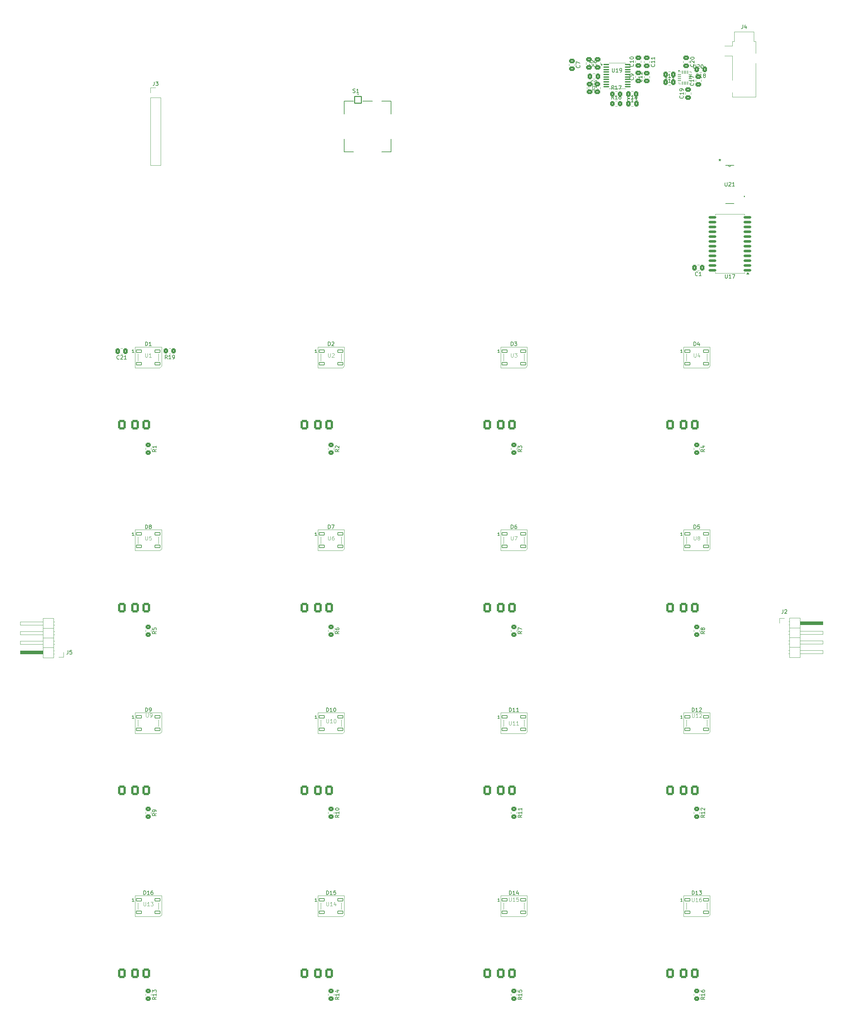
<source format=gto>
G04 #@! TF.GenerationSoftware,KiCad,Pcbnew,9.0.1*
G04 #@! TF.CreationDate,2025-08-16T12:46:55+08:00*
G04 #@! TF.ProjectId,final version,66696e61-6c20-4766-9572-73696f6e2e6b,rev?*
G04 #@! TF.SameCoordinates,Original*
G04 #@! TF.FileFunction,Legend,Top*
G04 #@! TF.FilePolarity,Positive*
%FSLAX46Y46*%
G04 Gerber Fmt 4.6, Leading zero omitted, Abs format (unit mm)*
G04 Created by KiCad (PCBNEW 9.0.1) date 2025-08-16 12:46:55*
%MOMM*%
%LPD*%
G01*
G04 APERTURE LIST*
G04 Aperture macros list*
%AMRoundRect*
0 Rectangle with rounded corners*
0 $1 Rounding radius*
0 $2 $3 $4 $5 $6 $7 $8 $9 X,Y pos of 4 corners*
0 Add a 4 corners polygon primitive as box body*
4,1,4,$2,$3,$4,$5,$6,$7,$8,$9,$2,$3,0*
0 Add four circle primitives for the rounded corners*
1,1,$1+$1,$2,$3*
1,1,$1+$1,$4,$5*
1,1,$1+$1,$6,$7*
1,1,$1+$1,$8,$9*
0 Add four rect primitives between the rounded corners*
20,1,$1+$1,$2,$3,$4,$5,0*
20,1,$1+$1,$4,$5,$6,$7,0*
20,1,$1+$1,$6,$7,$8,$9,0*
20,1,$1+$1,$8,$9,$2,$3,0*%
G04 Aperture macros list end*
%ADD10C,0.150000*%
%ADD11C,0.100000*%
%ADD12C,0.120000*%
%ADD13C,0.152400*%
%ADD14C,0.000000*%
%ADD15C,0.127000*%
%ADD16C,0.200000*%
%ADD17C,2.000000*%
%ADD18RoundRect,0.090000X-0.660000X-0.360000X0.660000X-0.360000X0.660000X0.360000X-0.660000X0.360000X0*%
%ADD19RoundRect,0.250000X-0.475000X0.337500X-0.475000X-0.337500X0.475000X-0.337500X0.475000X0.337500X0*%
%ADD20RoundRect,0.250000X0.475000X-0.337500X0.475000X0.337500X-0.475000X0.337500X-0.475000X-0.337500X0*%
%ADD21RoundRect,0.250000X0.337500X0.475000X-0.337500X0.475000X-0.337500X-0.475000X0.337500X-0.475000X0*%
%ADD22RoundRect,0.250000X-0.450000X0.350000X-0.450000X-0.350000X0.450000X-0.350000X0.450000X0.350000X0*%
%ADD23RoundRect,0.300000X-0.699999X-0.950000X0.699999X-0.950000X0.699999X0.950000X-0.699999X0.950000X0*%
%ADD24RoundRect,0.300000X-0.700000X-0.950000X0.700000X-0.950000X0.700000X0.950000X-0.700000X0.950000X0*%
%ADD25RoundRect,0.150000X0.875000X0.150000X-0.875000X0.150000X-0.875000X-0.150000X0.875000X-0.150000X0*%
%ADD26RoundRect,0.250000X-0.337500X-0.475000X0.337500X-0.475000X0.337500X0.475000X-0.337500X0.475000X0*%
%ADD27RoundRect,0.250000X-0.350000X-0.450000X0.350000X-0.450000X0.350000X0.450000X-0.350000X0.450000X0*%
%ADD28RoundRect,0.100000X-0.637500X-0.100000X0.637500X-0.100000X0.637500X0.100000X-0.637500X0.100000X0*%
%ADD29R,2.184400X0.558800*%
%ADD30R,1.700000X1.700000*%
%ADD31C,1.700000*%
%ADD32RoundRect,0.062500X-0.375000X-0.062500X0.375000X-0.062500X0.375000X0.062500X-0.375000X0.062500X0*%
%ADD33RoundRect,0.062500X-0.062500X-0.375000X0.062500X-0.375000X0.062500X0.375000X-0.062500X0.375000X0*%
%ADD34R,1.600000X1.600000*%
%ADD35R,2.800000X2.200000*%
%ADD36R,2.800000X2.800000*%
%ADD37RoundRect,0.102000X-0.900000X-0.900000X0.900000X-0.900000X0.900000X0.900000X-0.900000X0.900000X0*%
%ADD38C,2.004000*%
%ADD39O,3.204000X6.204000*%
%ADD40RoundRect,0.250000X0.350000X0.450000X-0.350000X0.450000X-0.350000X-0.450000X0.350000X-0.450000X0*%
G04 APERTURE END LIST*
D10*
X119165714Y-289574819D02*
X119165714Y-288574819D01*
X119165714Y-288574819D02*
X119403809Y-288574819D01*
X119403809Y-288574819D02*
X119546666Y-288622438D01*
X119546666Y-288622438D02*
X119641904Y-288717676D01*
X119641904Y-288717676D02*
X119689523Y-288812914D01*
X119689523Y-288812914D02*
X119737142Y-289003390D01*
X119737142Y-289003390D02*
X119737142Y-289146247D01*
X119737142Y-289146247D02*
X119689523Y-289336723D01*
X119689523Y-289336723D02*
X119641904Y-289431961D01*
X119641904Y-289431961D02*
X119546666Y-289527200D01*
X119546666Y-289527200D02*
X119403809Y-289574819D01*
X119403809Y-289574819D02*
X119165714Y-289574819D01*
X120689523Y-289574819D02*
X120118095Y-289574819D01*
X120403809Y-289574819D02*
X120403809Y-288574819D01*
X120403809Y-288574819D02*
X120308571Y-288717676D01*
X120308571Y-288717676D02*
X120213333Y-288812914D01*
X120213333Y-288812914D02*
X120118095Y-288860533D01*
X121594285Y-288574819D02*
X121118095Y-288574819D01*
X121118095Y-288574819D02*
X121070476Y-289051009D01*
X121070476Y-289051009D02*
X121118095Y-289003390D01*
X121118095Y-289003390D02*
X121213333Y-288955771D01*
X121213333Y-288955771D02*
X121451428Y-288955771D01*
X121451428Y-288955771D02*
X121546666Y-289003390D01*
X121546666Y-289003390D02*
X121594285Y-289051009D01*
X121594285Y-289051009D02*
X121641904Y-289146247D01*
X121641904Y-289146247D02*
X121641904Y-289384342D01*
X121641904Y-289384342D02*
X121594285Y-289479580D01*
X121594285Y-289479580D02*
X121546666Y-289527200D01*
X121546666Y-289527200D02*
X121451428Y-289574819D01*
X121451428Y-289574819D02*
X121213333Y-289574819D01*
X121213333Y-289574819D02*
X121118095Y-289527200D01*
X121118095Y-289527200D02*
X121070476Y-289479580D01*
X116608571Y-291382295D02*
X116151428Y-291382295D01*
X116380000Y-291382295D02*
X116380000Y-290582295D01*
X116380000Y-290582295D02*
X116303809Y-290696580D01*
X116303809Y-290696580D02*
X116227619Y-290772771D01*
X116227619Y-290772771D02*
X116151428Y-290810866D01*
X216139580Y-70592857D02*
X216187200Y-70640476D01*
X216187200Y-70640476D02*
X216234819Y-70783333D01*
X216234819Y-70783333D02*
X216234819Y-70878571D01*
X216234819Y-70878571D02*
X216187200Y-71021428D01*
X216187200Y-71021428D02*
X216091961Y-71116666D01*
X216091961Y-71116666D02*
X215996723Y-71164285D01*
X215996723Y-71164285D02*
X215806247Y-71211904D01*
X215806247Y-71211904D02*
X215663390Y-71211904D01*
X215663390Y-71211904D02*
X215472914Y-71164285D01*
X215472914Y-71164285D02*
X215377676Y-71116666D01*
X215377676Y-71116666D02*
X215282438Y-71021428D01*
X215282438Y-71021428D02*
X215234819Y-70878571D01*
X215234819Y-70878571D02*
X215234819Y-70783333D01*
X215234819Y-70783333D02*
X215282438Y-70640476D01*
X215282438Y-70640476D02*
X215330057Y-70592857D01*
X215330057Y-70211904D02*
X215282438Y-70164285D01*
X215282438Y-70164285D02*
X215234819Y-70069047D01*
X215234819Y-70069047D02*
X215234819Y-69830952D01*
X215234819Y-69830952D02*
X215282438Y-69735714D01*
X215282438Y-69735714D02*
X215330057Y-69688095D01*
X215330057Y-69688095D02*
X215425295Y-69640476D01*
X215425295Y-69640476D02*
X215520533Y-69640476D01*
X215520533Y-69640476D02*
X215663390Y-69688095D01*
X215663390Y-69688095D02*
X216234819Y-70259523D01*
X216234819Y-70259523D02*
X216234819Y-69640476D01*
X215234819Y-69021428D02*
X215234819Y-68926190D01*
X215234819Y-68926190D02*
X215282438Y-68830952D01*
X215282438Y-68830952D02*
X215330057Y-68783333D01*
X215330057Y-68783333D02*
X215425295Y-68735714D01*
X215425295Y-68735714D02*
X215615771Y-68688095D01*
X215615771Y-68688095D02*
X215853866Y-68688095D01*
X215853866Y-68688095D02*
X216044342Y-68735714D01*
X216044342Y-68735714D02*
X216139580Y-68783333D01*
X216139580Y-68783333D02*
X216187200Y-68830952D01*
X216187200Y-68830952D02*
X216234819Y-68926190D01*
X216234819Y-68926190D02*
X216234819Y-69021428D01*
X216234819Y-69021428D02*
X216187200Y-69116666D01*
X216187200Y-69116666D02*
X216139580Y-69164285D01*
X216139580Y-69164285D02*
X216044342Y-69211904D01*
X216044342Y-69211904D02*
X215853866Y-69259523D01*
X215853866Y-69259523D02*
X215615771Y-69259523D01*
X215615771Y-69259523D02*
X215425295Y-69211904D01*
X215425295Y-69211904D02*
X215330057Y-69164285D01*
X215330057Y-69164285D02*
X215282438Y-69116666D01*
X215282438Y-69116666D02*
X215234819Y-69021428D01*
X213279580Y-78942857D02*
X213327200Y-78990476D01*
X213327200Y-78990476D02*
X213374819Y-79133333D01*
X213374819Y-79133333D02*
X213374819Y-79228571D01*
X213374819Y-79228571D02*
X213327200Y-79371428D01*
X213327200Y-79371428D02*
X213231961Y-79466666D01*
X213231961Y-79466666D02*
X213136723Y-79514285D01*
X213136723Y-79514285D02*
X212946247Y-79561904D01*
X212946247Y-79561904D02*
X212803390Y-79561904D01*
X212803390Y-79561904D02*
X212612914Y-79514285D01*
X212612914Y-79514285D02*
X212517676Y-79466666D01*
X212517676Y-79466666D02*
X212422438Y-79371428D01*
X212422438Y-79371428D02*
X212374819Y-79228571D01*
X212374819Y-79228571D02*
X212374819Y-79133333D01*
X212374819Y-79133333D02*
X212422438Y-78990476D01*
X212422438Y-78990476D02*
X212470057Y-78942857D01*
X213374819Y-77990476D02*
X213374819Y-78561904D01*
X213374819Y-78276190D02*
X212374819Y-78276190D01*
X212374819Y-78276190D02*
X212517676Y-78371428D01*
X212517676Y-78371428D02*
X212612914Y-78466666D01*
X212612914Y-78466666D02*
X212660533Y-78561904D01*
X213374819Y-77514285D02*
X213374819Y-77323809D01*
X213374819Y-77323809D02*
X213327200Y-77228571D01*
X213327200Y-77228571D02*
X213279580Y-77180952D01*
X213279580Y-77180952D02*
X213136723Y-77085714D01*
X213136723Y-77085714D02*
X212946247Y-77038095D01*
X212946247Y-77038095D02*
X212565295Y-77038095D01*
X212565295Y-77038095D02*
X212470057Y-77085714D01*
X212470057Y-77085714D02*
X212422438Y-77133333D01*
X212422438Y-77133333D02*
X212374819Y-77228571D01*
X212374819Y-77228571D02*
X212374819Y-77419047D01*
X212374819Y-77419047D02*
X212422438Y-77514285D01*
X212422438Y-77514285D02*
X212470057Y-77561904D01*
X212470057Y-77561904D02*
X212565295Y-77609523D01*
X212565295Y-77609523D02*
X212803390Y-77609523D01*
X212803390Y-77609523D02*
X212898628Y-77561904D01*
X212898628Y-77561904D02*
X212946247Y-77514285D01*
X212946247Y-77514285D02*
X212993866Y-77419047D01*
X212993866Y-77419047D02*
X212993866Y-77228571D01*
X212993866Y-77228571D02*
X212946247Y-77133333D01*
X212946247Y-77133333D02*
X212898628Y-77085714D01*
X212898628Y-77085714D02*
X212803390Y-77038095D01*
X199207142Y-80439580D02*
X199159523Y-80487200D01*
X199159523Y-80487200D02*
X199016666Y-80534819D01*
X199016666Y-80534819D02*
X198921428Y-80534819D01*
X198921428Y-80534819D02*
X198778571Y-80487200D01*
X198778571Y-80487200D02*
X198683333Y-80391961D01*
X198683333Y-80391961D02*
X198635714Y-80296723D01*
X198635714Y-80296723D02*
X198588095Y-80106247D01*
X198588095Y-80106247D02*
X198588095Y-79963390D01*
X198588095Y-79963390D02*
X198635714Y-79772914D01*
X198635714Y-79772914D02*
X198683333Y-79677676D01*
X198683333Y-79677676D02*
X198778571Y-79582438D01*
X198778571Y-79582438D02*
X198921428Y-79534819D01*
X198921428Y-79534819D02*
X199016666Y-79534819D01*
X199016666Y-79534819D02*
X199159523Y-79582438D01*
X199159523Y-79582438D02*
X199207142Y-79630057D01*
X200159523Y-80534819D02*
X199588095Y-80534819D01*
X199873809Y-80534819D02*
X199873809Y-79534819D01*
X199873809Y-79534819D02*
X199778571Y-79677676D01*
X199778571Y-79677676D02*
X199683333Y-79772914D01*
X199683333Y-79772914D02*
X199588095Y-79820533D01*
X200492857Y-79534819D02*
X201111904Y-79534819D01*
X201111904Y-79534819D02*
X200778571Y-79915771D01*
X200778571Y-79915771D02*
X200921428Y-79915771D01*
X200921428Y-79915771D02*
X201016666Y-79963390D01*
X201016666Y-79963390D02*
X201064285Y-80011009D01*
X201064285Y-80011009D02*
X201111904Y-80106247D01*
X201111904Y-80106247D02*
X201111904Y-80344342D01*
X201111904Y-80344342D02*
X201064285Y-80439580D01*
X201064285Y-80439580D02*
X201016666Y-80487200D01*
X201016666Y-80487200D02*
X200921428Y-80534819D01*
X200921428Y-80534819D02*
X200635714Y-80534819D01*
X200635714Y-80534819D02*
X200540476Y-80487200D01*
X200540476Y-80487200D02*
X200492857Y-80439580D01*
X218984819Y-172166666D02*
X218508628Y-172499999D01*
X218984819Y-172738094D02*
X217984819Y-172738094D01*
X217984819Y-172738094D02*
X217984819Y-172357142D01*
X217984819Y-172357142D02*
X218032438Y-172261904D01*
X218032438Y-172261904D02*
X218080057Y-172214285D01*
X218080057Y-172214285D02*
X218175295Y-172166666D01*
X218175295Y-172166666D02*
X218318152Y-172166666D01*
X218318152Y-172166666D02*
X218413390Y-172214285D01*
X218413390Y-172214285D02*
X218461009Y-172261904D01*
X218461009Y-172261904D02*
X218508628Y-172357142D01*
X218508628Y-172357142D02*
X218508628Y-172738094D01*
X218318152Y-171309523D02*
X218984819Y-171309523D01*
X217937200Y-171547618D02*
X218651485Y-171785713D01*
X218651485Y-171785713D02*
X218651485Y-171166666D01*
X200129580Y-74066666D02*
X200177200Y-74114285D01*
X200177200Y-74114285D02*
X200224819Y-74257142D01*
X200224819Y-74257142D02*
X200224819Y-74352380D01*
X200224819Y-74352380D02*
X200177200Y-74495237D01*
X200177200Y-74495237D02*
X200081961Y-74590475D01*
X200081961Y-74590475D02*
X199986723Y-74638094D01*
X199986723Y-74638094D02*
X199796247Y-74685713D01*
X199796247Y-74685713D02*
X199653390Y-74685713D01*
X199653390Y-74685713D02*
X199462914Y-74638094D01*
X199462914Y-74638094D02*
X199367676Y-74590475D01*
X199367676Y-74590475D02*
X199272438Y-74495237D01*
X199272438Y-74495237D02*
X199224819Y-74352380D01*
X199224819Y-74352380D02*
X199224819Y-74257142D01*
X199224819Y-74257142D02*
X199272438Y-74114285D01*
X199272438Y-74114285D02*
X199320057Y-74066666D01*
X200224819Y-73590475D02*
X200224819Y-73399999D01*
X200224819Y-73399999D02*
X200177200Y-73304761D01*
X200177200Y-73304761D02*
X200129580Y-73257142D01*
X200129580Y-73257142D02*
X199986723Y-73161904D01*
X199986723Y-73161904D02*
X199796247Y-73114285D01*
X199796247Y-73114285D02*
X199415295Y-73114285D01*
X199415295Y-73114285D02*
X199320057Y-73161904D01*
X199320057Y-73161904D02*
X199272438Y-73209523D01*
X199272438Y-73209523D02*
X199224819Y-73304761D01*
X199224819Y-73304761D02*
X199224819Y-73495237D01*
X199224819Y-73495237D02*
X199272438Y-73590475D01*
X199272438Y-73590475D02*
X199320057Y-73638094D01*
X199320057Y-73638094D02*
X199415295Y-73685713D01*
X199415295Y-73685713D02*
X199653390Y-73685713D01*
X199653390Y-73685713D02*
X199748628Y-73638094D01*
X199748628Y-73638094D02*
X199796247Y-73590475D01*
X199796247Y-73590475D02*
X199843866Y-73495237D01*
X199843866Y-73495237D02*
X199843866Y-73304761D01*
X199843866Y-73304761D02*
X199796247Y-73209523D01*
X199796247Y-73209523D02*
X199748628Y-73161904D01*
X199748628Y-73161904D02*
X199653390Y-73114285D01*
D11*
X119141905Y-243327419D02*
X119141905Y-244136942D01*
X119141905Y-244136942D02*
X119189524Y-244232180D01*
X119189524Y-244232180D02*
X119237143Y-244279800D01*
X119237143Y-244279800D02*
X119332381Y-244327419D01*
X119332381Y-244327419D02*
X119522857Y-244327419D01*
X119522857Y-244327419D02*
X119618095Y-244279800D01*
X119618095Y-244279800D02*
X119665714Y-244232180D01*
X119665714Y-244232180D02*
X119713333Y-244136942D01*
X119713333Y-244136942D02*
X119713333Y-243327419D01*
X120713333Y-244327419D02*
X120141905Y-244327419D01*
X120427619Y-244327419D02*
X120427619Y-243327419D01*
X120427619Y-243327419D02*
X120332381Y-243470276D01*
X120332381Y-243470276D02*
X120237143Y-243565514D01*
X120237143Y-243565514D02*
X120141905Y-243613133D01*
X121332381Y-243327419D02*
X121427619Y-243327419D01*
X121427619Y-243327419D02*
X121522857Y-243375038D01*
X121522857Y-243375038D02*
X121570476Y-243422657D01*
X121570476Y-243422657D02*
X121618095Y-243517895D01*
X121618095Y-243517895D02*
X121665714Y-243708371D01*
X121665714Y-243708371D02*
X121665714Y-243946466D01*
X121665714Y-243946466D02*
X121618095Y-244136942D01*
X121618095Y-244136942D02*
X121570476Y-244232180D01*
X121570476Y-244232180D02*
X121522857Y-244279800D01*
X121522857Y-244279800D02*
X121427619Y-244327419D01*
X121427619Y-244327419D02*
X121332381Y-244327419D01*
X121332381Y-244327419D02*
X121237143Y-244279800D01*
X121237143Y-244279800D02*
X121189524Y-244232180D01*
X121189524Y-244232180D02*
X121141905Y-244136942D01*
X121141905Y-244136942D02*
X121094286Y-243946466D01*
X121094286Y-243946466D02*
X121094286Y-243708371D01*
X121094286Y-243708371D02*
X121141905Y-243517895D01*
X121141905Y-243517895D02*
X121189524Y-243422657D01*
X121189524Y-243422657D02*
X121237143Y-243375038D01*
X121237143Y-243375038D02*
X121332381Y-243327419D01*
D10*
X224411905Y-126004819D02*
X224411905Y-126814342D01*
X224411905Y-126814342D02*
X224459524Y-126909580D01*
X224459524Y-126909580D02*
X224507143Y-126957200D01*
X224507143Y-126957200D02*
X224602381Y-127004819D01*
X224602381Y-127004819D02*
X224792857Y-127004819D01*
X224792857Y-127004819D02*
X224888095Y-126957200D01*
X224888095Y-126957200D02*
X224935714Y-126909580D01*
X224935714Y-126909580D02*
X224983333Y-126814342D01*
X224983333Y-126814342D02*
X224983333Y-126004819D01*
X225983333Y-127004819D02*
X225411905Y-127004819D01*
X225697619Y-127004819D02*
X225697619Y-126004819D01*
X225697619Y-126004819D02*
X225602381Y-126147676D01*
X225602381Y-126147676D02*
X225507143Y-126242914D01*
X225507143Y-126242914D02*
X225411905Y-126290533D01*
X226316667Y-126004819D02*
X226983333Y-126004819D01*
X226983333Y-126004819D02*
X226554762Y-127004819D01*
X64457142Y-148289580D02*
X64409523Y-148337200D01*
X64409523Y-148337200D02*
X64266666Y-148384819D01*
X64266666Y-148384819D02*
X64171428Y-148384819D01*
X64171428Y-148384819D02*
X64028571Y-148337200D01*
X64028571Y-148337200D02*
X63933333Y-148241961D01*
X63933333Y-148241961D02*
X63885714Y-148146723D01*
X63885714Y-148146723D02*
X63838095Y-147956247D01*
X63838095Y-147956247D02*
X63838095Y-147813390D01*
X63838095Y-147813390D02*
X63885714Y-147622914D01*
X63885714Y-147622914D02*
X63933333Y-147527676D01*
X63933333Y-147527676D02*
X64028571Y-147432438D01*
X64028571Y-147432438D02*
X64171428Y-147384819D01*
X64171428Y-147384819D02*
X64266666Y-147384819D01*
X64266666Y-147384819D02*
X64409523Y-147432438D01*
X64409523Y-147432438D02*
X64457142Y-147480057D01*
X64838095Y-147480057D02*
X64885714Y-147432438D01*
X64885714Y-147432438D02*
X64980952Y-147384819D01*
X64980952Y-147384819D02*
X65219047Y-147384819D01*
X65219047Y-147384819D02*
X65314285Y-147432438D01*
X65314285Y-147432438D02*
X65361904Y-147480057D01*
X65361904Y-147480057D02*
X65409523Y-147575295D01*
X65409523Y-147575295D02*
X65409523Y-147670533D01*
X65409523Y-147670533D02*
X65361904Y-147813390D01*
X65361904Y-147813390D02*
X64790476Y-148384819D01*
X64790476Y-148384819D02*
X65409523Y-148384819D01*
X66361904Y-148384819D02*
X65790476Y-148384819D01*
X66076190Y-148384819D02*
X66076190Y-147384819D01*
X66076190Y-147384819D02*
X65980952Y-147527676D01*
X65980952Y-147527676D02*
X65885714Y-147622914D01*
X65885714Y-147622914D02*
X65790476Y-147670533D01*
X122484819Y-268642857D02*
X122008628Y-268976190D01*
X122484819Y-269214285D02*
X121484819Y-269214285D01*
X121484819Y-269214285D02*
X121484819Y-268833333D01*
X121484819Y-268833333D02*
X121532438Y-268738095D01*
X121532438Y-268738095D02*
X121580057Y-268690476D01*
X121580057Y-268690476D02*
X121675295Y-268642857D01*
X121675295Y-268642857D02*
X121818152Y-268642857D01*
X121818152Y-268642857D02*
X121913390Y-268690476D01*
X121913390Y-268690476D02*
X121961009Y-268738095D01*
X121961009Y-268738095D02*
X122008628Y-268833333D01*
X122008628Y-268833333D02*
X122008628Y-269214285D01*
X122484819Y-267690476D02*
X122484819Y-268261904D01*
X122484819Y-267976190D02*
X121484819Y-267976190D01*
X121484819Y-267976190D02*
X121627676Y-268071428D01*
X121627676Y-268071428D02*
X121722914Y-268166666D01*
X121722914Y-268166666D02*
X121770533Y-268261904D01*
X121484819Y-267071428D02*
X121484819Y-266976190D01*
X121484819Y-266976190D02*
X121532438Y-266880952D01*
X121532438Y-266880952D02*
X121580057Y-266833333D01*
X121580057Y-266833333D02*
X121675295Y-266785714D01*
X121675295Y-266785714D02*
X121865771Y-266738095D01*
X121865771Y-266738095D02*
X122103866Y-266738095D01*
X122103866Y-266738095D02*
X122294342Y-266785714D01*
X122294342Y-266785714D02*
X122389580Y-266833333D01*
X122389580Y-266833333D02*
X122437200Y-266880952D01*
X122437200Y-266880952D02*
X122484819Y-266976190D01*
X122484819Y-266976190D02*
X122484819Y-267071428D01*
X122484819Y-267071428D02*
X122437200Y-267166666D01*
X122437200Y-267166666D02*
X122389580Y-267214285D01*
X122389580Y-267214285D02*
X122294342Y-267261904D01*
X122294342Y-267261904D02*
X122103866Y-267309523D01*
X122103866Y-267309523D02*
X121865771Y-267309523D01*
X121865771Y-267309523D02*
X121675295Y-267261904D01*
X121675295Y-267261904D02*
X121580057Y-267214285D01*
X121580057Y-267214285D02*
X121532438Y-267166666D01*
X121532438Y-267166666D02*
X121484819Y-267071428D01*
X71391905Y-144824819D02*
X71391905Y-143824819D01*
X71391905Y-143824819D02*
X71630000Y-143824819D01*
X71630000Y-143824819D02*
X71772857Y-143872438D01*
X71772857Y-143872438D02*
X71868095Y-143967676D01*
X71868095Y-143967676D02*
X71915714Y-144062914D01*
X71915714Y-144062914D02*
X71963333Y-144253390D01*
X71963333Y-144253390D02*
X71963333Y-144396247D01*
X71963333Y-144396247D02*
X71915714Y-144586723D01*
X71915714Y-144586723D02*
X71868095Y-144681961D01*
X71868095Y-144681961D02*
X71772857Y-144777200D01*
X71772857Y-144777200D02*
X71630000Y-144824819D01*
X71630000Y-144824819D02*
X71391905Y-144824819D01*
X72915714Y-144824819D02*
X72344286Y-144824819D01*
X72630000Y-144824819D02*
X72630000Y-143824819D01*
X72630000Y-143824819D02*
X72534762Y-143967676D01*
X72534762Y-143967676D02*
X72439524Y-144062914D01*
X72439524Y-144062914D02*
X72344286Y-144110533D01*
X68358571Y-146632295D02*
X67901428Y-146632295D01*
X68130000Y-146632295D02*
X68130000Y-145832295D01*
X68130000Y-145832295D02*
X68053809Y-145946580D01*
X68053809Y-145946580D02*
X67977619Y-146022771D01*
X67977619Y-146022771D02*
X67901428Y-146060866D01*
X216029580Y-75542857D02*
X216077200Y-75590476D01*
X216077200Y-75590476D02*
X216124819Y-75733333D01*
X216124819Y-75733333D02*
X216124819Y-75828571D01*
X216124819Y-75828571D02*
X216077200Y-75971428D01*
X216077200Y-75971428D02*
X215981961Y-76066666D01*
X215981961Y-76066666D02*
X215886723Y-76114285D01*
X215886723Y-76114285D02*
X215696247Y-76161904D01*
X215696247Y-76161904D02*
X215553390Y-76161904D01*
X215553390Y-76161904D02*
X215362914Y-76114285D01*
X215362914Y-76114285D02*
X215267676Y-76066666D01*
X215267676Y-76066666D02*
X215172438Y-75971428D01*
X215172438Y-75971428D02*
X215124819Y-75828571D01*
X215124819Y-75828571D02*
X215124819Y-75733333D01*
X215124819Y-75733333D02*
X215172438Y-75590476D01*
X215172438Y-75590476D02*
X215220057Y-75542857D01*
X216124819Y-74590476D02*
X216124819Y-75161904D01*
X216124819Y-74876190D02*
X215124819Y-74876190D01*
X215124819Y-74876190D02*
X215267676Y-74971428D01*
X215267676Y-74971428D02*
X215362914Y-75066666D01*
X215362914Y-75066666D02*
X215410533Y-75161904D01*
X215124819Y-74257142D02*
X215124819Y-73590476D01*
X215124819Y-73590476D02*
X216124819Y-74019047D01*
D11*
X119618095Y-146827419D02*
X119618095Y-147636942D01*
X119618095Y-147636942D02*
X119665714Y-147732180D01*
X119665714Y-147732180D02*
X119713333Y-147779800D01*
X119713333Y-147779800D02*
X119808571Y-147827419D01*
X119808571Y-147827419D02*
X119999047Y-147827419D01*
X119999047Y-147827419D02*
X120094285Y-147779800D01*
X120094285Y-147779800D02*
X120141904Y-147732180D01*
X120141904Y-147732180D02*
X120189523Y-147636942D01*
X120189523Y-147636942D02*
X120189523Y-146827419D01*
X120618095Y-146922657D02*
X120665714Y-146875038D01*
X120665714Y-146875038D02*
X120760952Y-146827419D01*
X120760952Y-146827419D02*
X120999047Y-146827419D01*
X120999047Y-146827419D02*
X121094285Y-146875038D01*
X121094285Y-146875038D02*
X121141904Y-146922657D01*
X121141904Y-146922657D02*
X121189523Y-147017895D01*
X121189523Y-147017895D02*
X121189523Y-147113133D01*
X121189523Y-147113133D02*
X121141904Y-147255990D01*
X121141904Y-147255990D02*
X120570476Y-147827419D01*
X120570476Y-147827419D02*
X121189523Y-147827419D01*
D10*
X199257142Y-79629580D02*
X199209523Y-79677200D01*
X199209523Y-79677200D02*
X199066666Y-79724819D01*
X199066666Y-79724819D02*
X198971428Y-79724819D01*
X198971428Y-79724819D02*
X198828571Y-79677200D01*
X198828571Y-79677200D02*
X198733333Y-79581961D01*
X198733333Y-79581961D02*
X198685714Y-79486723D01*
X198685714Y-79486723D02*
X198638095Y-79296247D01*
X198638095Y-79296247D02*
X198638095Y-79153390D01*
X198638095Y-79153390D02*
X198685714Y-78962914D01*
X198685714Y-78962914D02*
X198733333Y-78867676D01*
X198733333Y-78867676D02*
X198828571Y-78772438D01*
X198828571Y-78772438D02*
X198971428Y-78724819D01*
X198971428Y-78724819D02*
X199066666Y-78724819D01*
X199066666Y-78724819D02*
X199209523Y-78772438D01*
X199209523Y-78772438D02*
X199257142Y-78820057D01*
X200209523Y-79724819D02*
X199638095Y-79724819D01*
X199923809Y-79724819D02*
X199923809Y-78724819D01*
X199923809Y-78724819D02*
X199828571Y-78867676D01*
X199828571Y-78867676D02*
X199733333Y-78962914D01*
X199733333Y-78962914D02*
X199638095Y-79010533D01*
X201066666Y-79058152D02*
X201066666Y-79724819D01*
X200828571Y-78677200D02*
X200590476Y-79391485D01*
X200590476Y-79391485D02*
X201209523Y-79391485D01*
X217307142Y-73989580D02*
X217259523Y-74037200D01*
X217259523Y-74037200D02*
X217116666Y-74084819D01*
X217116666Y-74084819D02*
X217021428Y-74084819D01*
X217021428Y-74084819D02*
X216878571Y-74037200D01*
X216878571Y-74037200D02*
X216783333Y-73941961D01*
X216783333Y-73941961D02*
X216735714Y-73846723D01*
X216735714Y-73846723D02*
X216688095Y-73656247D01*
X216688095Y-73656247D02*
X216688095Y-73513390D01*
X216688095Y-73513390D02*
X216735714Y-73322914D01*
X216735714Y-73322914D02*
X216783333Y-73227676D01*
X216783333Y-73227676D02*
X216878571Y-73132438D01*
X216878571Y-73132438D02*
X217021428Y-73084819D01*
X217021428Y-73084819D02*
X217116666Y-73084819D01*
X217116666Y-73084819D02*
X217259523Y-73132438D01*
X217259523Y-73132438D02*
X217307142Y-73180057D01*
X218259523Y-74084819D02*
X217688095Y-74084819D01*
X217973809Y-74084819D02*
X217973809Y-73084819D01*
X217973809Y-73084819D02*
X217878571Y-73227676D01*
X217878571Y-73227676D02*
X217783333Y-73322914D01*
X217783333Y-73322914D02*
X217688095Y-73370533D01*
X218830952Y-73513390D02*
X218735714Y-73465771D01*
X218735714Y-73465771D02*
X218688095Y-73418152D01*
X218688095Y-73418152D02*
X218640476Y-73322914D01*
X218640476Y-73322914D02*
X218640476Y-73275295D01*
X218640476Y-73275295D02*
X218688095Y-73180057D01*
X218688095Y-73180057D02*
X218735714Y-73132438D01*
X218735714Y-73132438D02*
X218830952Y-73084819D01*
X218830952Y-73084819D02*
X219021428Y-73084819D01*
X219021428Y-73084819D02*
X219116666Y-73132438D01*
X219116666Y-73132438D02*
X219164285Y-73180057D01*
X219164285Y-73180057D02*
X219211904Y-73275295D01*
X219211904Y-73275295D02*
X219211904Y-73322914D01*
X219211904Y-73322914D02*
X219164285Y-73418152D01*
X219164285Y-73418152D02*
X219116666Y-73465771D01*
X219116666Y-73465771D02*
X219021428Y-73513390D01*
X219021428Y-73513390D02*
X218830952Y-73513390D01*
X218830952Y-73513390D02*
X218735714Y-73561009D01*
X218735714Y-73561009D02*
X218688095Y-73608628D01*
X218688095Y-73608628D02*
X218640476Y-73703866D01*
X218640476Y-73703866D02*
X218640476Y-73894342D01*
X218640476Y-73894342D02*
X218688095Y-73989580D01*
X218688095Y-73989580D02*
X218735714Y-74037200D01*
X218735714Y-74037200D02*
X218830952Y-74084819D01*
X218830952Y-74084819D02*
X219021428Y-74084819D01*
X219021428Y-74084819D02*
X219116666Y-74037200D01*
X219116666Y-74037200D02*
X219164285Y-73989580D01*
X219164285Y-73989580D02*
X219211904Y-73894342D01*
X219211904Y-73894342D02*
X219211904Y-73703866D01*
X219211904Y-73703866D02*
X219164285Y-73608628D01*
X219164285Y-73608628D02*
X219116666Y-73561009D01*
X219116666Y-73561009D02*
X219021428Y-73513390D01*
X122484819Y-220166666D02*
X122008628Y-220499999D01*
X122484819Y-220738094D02*
X121484819Y-220738094D01*
X121484819Y-220738094D02*
X121484819Y-220357142D01*
X121484819Y-220357142D02*
X121532438Y-220261904D01*
X121532438Y-220261904D02*
X121580057Y-220214285D01*
X121580057Y-220214285D02*
X121675295Y-220166666D01*
X121675295Y-220166666D02*
X121818152Y-220166666D01*
X121818152Y-220166666D02*
X121913390Y-220214285D01*
X121913390Y-220214285D02*
X121961009Y-220261904D01*
X121961009Y-220261904D02*
X122008628Y-220357142D01*
X122008628Y-220357142D02*
X122008628Y-220738094D01*
X121484819Y-219309523D02*
X121484819Y-219499999D01*
X121484819Y-219499999D02*
X121532438Y-219595237D01*
X121532438Y-219595237D02*
X121580057Y-219642856D01*
X121580057Y-219642856D02*
X121722914Y-219738094D01*
X121722914Y-219738094D02*
X121913390Y-219785713D01*
X121913390Y-219785713D02*
X122294342Y-219785713D01*
X122294342Y-219785713D02*
X122389580Y-219738094D01*
X122389580Y-219738094D02*
X122437200Y-219690475D01*
X122437200Y-219690475D02*
X122484819Y-219595237D01*
X122484819Y-219595237D02*
X122484819Y-219404761D01*
X122484819Y-219404761D02*
X122437200Y-219309523D01*
X122437200Y-219309523D02*
X122389580Y-219261904D01*
X122389580Y-219261904D02*
X122294342Y-219214285D01*
X122294342Y-219214285D02*
X122056247Y-219214285D01*
X122056247Y-219214285D02*
X121961009Y-219261904D01*
X121961009Y-219261904D02*
X121913390Y-219309523D01*
X121913390Y-219309523D02*
X121865771Y-219404761D01*
X121865771Y-219404761D02*
X121865771Y-219595237D01*
X121865771Y-219595237D02*
X121913390Y-219690475D01*
X121913390Y-219690475D02*
X121961009Y-219738094D01*
X121961009Y-219738094D02*
X122056247Y-219785713D01*
X195007142Y-79754819D02*
X194673809Y-79278628D01*
X194435714Y-79754819D02*
X194435714Y-78754819D01*
X194435714Y-78754819D02*
X194816666Y-78754819D01*
X194816666Y-78754819D02*
X194911904Y-78802438D01*
X194911904Y-78802438D02*
X194959523Y-78850057D01*
X194959523Y-78850057D02*
X195007142Y-78945295D01*
X195007142Y-78945295D02*
X195007142Y-79088152D01*
X195007142Y-79088152D02*
X194959523Y-79183390D01*
X194959523Y-79183390D02*
X194911904Y-79231009D01*
X194911904Y-79231009D02*
X194816666Y-79278628D01*
X194816666Y-79278628D02*
X194435714Y-79278628D01*
X195959523Y-79754819D02*
X195388095Y-79754819D01*
X195673809Y-79754819D02*
X195673809Y-78754819D01*
X195673809Y-78754819D02*
X195578571Y-78897676D01*
X195578571Y-78897676D02*
X195483333Y-78992914D01*
X195483333Y-78992914D02*
X195388095Y-79040533D01*
X196530952Y-79183390D02*
X196435714Y-79135771D01*
X196435714Y-79135771D02*
X196388095Y-79088152D01*
X196388095Y-79088152D02*
X196340476Y-78992914D01*
X196340476Y-78992914D02*
X196340476Y-78945295D01*
X196340476Y-78945295D02*
X196388095Y-78850057D01*
X196388095Y-78850057D02*
X196435714Y-78802438D01*
X196435714Y-78802438D02*
X196530952Y-78754819D01*
X196530952Y-78754819D02*
X196721428Y-78754819D01*
X196721428Y-78754819D02*
X196816666Y-78802438D01*
X196816666Y-78802438D02*
X196864285Y-78850057D01*
X196864285Y-78850057D02*
X196911904Y-78945295D01*
X196911904Y-78945295D02*
X196911904Y-78992914D01*
X196911904Y-78992914D02*
X196864285Y-79088152D01*
X196864285Y-79088152D02*
X196816666Y-79135771D01*
X196816666Y-79135771D02*
X196721428Y-79183390D01*
X196721428Y-79183390D02*
X196530952Y-79183390D01*
X196530952Y-79183390D02*
X196435714Y-79231009D01*
X196435714Y-79231009D02*
X196388095Y-79278628D01*
X196388095Y-79278628D02*
X196340476Y-79373866D01*
X196340476Y-79373866D02*
X196340476Y-79564342D01*
X196340476Y-79564342D02*
X196388095Y-79659580D01*
X196388095Y-79659580D02*
X196435714Y-79707200D01*
X196435714Y-79707200D02*
X196530952Y-79754819D01*
X196530952Y-79754819D02*
X196721428Y-79754819D01*
X196721428Y-79754819D02*
X196816666Y-79707200D01*
X196816666Y-79707200D02*
X196864285Y-79659580D01*
X196864285Y-79659580D02*
X196911904Y-79564342D01*
X196911904Y-79564342D02*
X196911904Y-79373866D01*
X196911904Y-79373866D02*
X196864285Y-79278628D01*
X196864285Y-79278628D02*
X196816666Y-79231009D01*
X196816666Y-79231009D02*
X196721428Y-79183390D01*
X74234819Y-268166666D02*
X73758628Y-268499999D01*
X74234819Y-268738094D02*
X73234819Y-268738094D01*
X73234819Y-268738094D02*
X73234819Y-268357142D01*
X73234819Y-268357142D02*
X73282438Y-268261904D01*
X73282438Y-268261904D02*
X73330057Y-268214285D01*
X73330057Y-268214285D02*
X73425295Y-268166666D01*
X73425295Y-268166666D02*
X73568152Y-268166666D01*
X73568152Y-268166666D02*
X73663390Y-268214285D01*
X73663390Y-268214285D02*
X73711009Y-268261904D01*
X73711009Y-268261904D02*
X73758628Y-268357142D01*
X73758628Y-268357142D02*
X73758628Y-268738094D01*
X74234819Y-267690475D02*
X74234819Y-267499999D01*
X74234819Y-267499999D02*
X74187200Y-267404761D01*
X74187200Y-267404761D02*
X74139580Y-267357142D01*
X74139580Y-267357142D02*
X73996723Y-267261904D01*
X73996723Y-267261904D02*
X73806247Y-267214285D01*
X73806247Y-267214285D02*
X73425295Y-267214285D01*
X73425295Y-267214285D02*
X73330057Y-267261904D01*
X73330057Y-267261904D02*
X73282438Y-267309523D01*
X73282438Y-267309523D02*
X73234819Y-267404761D01*
X73234819Y-267404761D02*
X73234819Y-267595237D01*
X73234819Y-267595237D02*
X73282438Y-267690475D01*
X73282438Y-267690475D02*
X73330057Y-267738094D01*
X73330057Y-267738094D02*
X73425295Y-267785713D01*
X73425295Y-267785713D02*
X73663390Y-267785713D01*
X73663390Y-267785713D02*
X73758628Y-267738094D01*
X73758628Y-267738094D02*
X73806247Y-267690475D01*
X73806247Y-267690475D02*
X73853866Y-267595237D01*
X73853866Y-267595237D02*
X73853866Y-267404761D01*
X73853866Y-267404761D02*
X73806247Y-267309523D01*
X73806247Y-267309523D02*
X73758628Y-267261904D01*
X73758628Y-267261904D02*
X73663390Y-267214285D01*
D11*
X119141905Y-291577419D02*
X119141905Y-292386942D01*
X119141905Y-292386942D02*
X119189524Y-292482180D01*
X119189524Y-292482180D02*
X119237143Y-292529800D01*
X119237143Y-292529800D02*
X119332381Y-292577419D01*
X119332381Y-292577419D02*
X119522857Y-292577419D01*
X119522857Y-292577419D02*
X119618095Y-292529800D01*
X119618095Y-292529800D02*
X119665714Y-292482180D01*
X119665714Y-292482180D02*
X119713333Y-292386942D01*
X119713333Y-292386942D02*
X119713333Y-291577419D01*
X120713333Y-292577419D02*
X120141905Y-292577419D01*
X120427619Y-292577419D02*
X120427619Y-291577419D01*
X120427619Y-291577419D02*
X120332381Y-291720276D01*
X120332381Y-291720276D02*
X120237143Y-291815514D01*
X120237143Y-291815514D02*
X120141905Y-291863133D01*
X121570476Y-291910752D02*
X121570476Y-292577419D01*
X121332381Y-291529800D02*
X121094286Y-292244085D01*
X121094286Y-292244085D02*
X121713333Y-292244085D01*
D10*
X194581905Y-71654819D02*
X194581905Y-72464342D01*
X194581905Y-72464342D02*
X194629524Y-72559580D01*
X194629524Y-72559580D02*
X194677143Y-72607200D01*
X194677143Y-72607200D02*
X194772381Y-72654819D01*
X194772381Y-72654819D02*
X194962857Y-72654819D01*
X194962857Y-72654819D02*
X195058095Y-72607200D01*
X195058095Y-72607200D02*
X195105714Y-72559580D01*
X195105714Y-72559580D02*
X195153333Y-72464342D01*
X195153333Y-72464342D02*
X195153333Y-71654819D01*
X196153333Y-72654819D02*
X195581905Y-72654819D01*
X195867619Y-72654819D02*
X195867619Y-71654819D01*
X195867619Y-71654819D02*
X195772381Y-71797676D01*
X195772381Y-71797676D02*
X195677143Y-71892914D01*
X195677143Y-71892914D02*
X195581905Y-71940533D01*
X196629524Y-72654819D02*
X196820000Y-72654819D01*
X196820000Y-72654819D02*
X196915238Y-72607200D01*
X196915238Y-72607200D02*
X196962857Y-72559580D01*
X196962857Y-72559580D02*
X197058095Y-72416723D01*
X197058095Y-72416723D02*
X197105714Y-72226247D01*
X197105714Y-72226247D02*
X197105714Y-71845295D01*
X197105714Y-71845295D02*
X197058095Y-71750057D01*
X197058095Y-71750057D02*
X197010476Y-71702438D01*
X197010476Y-71702438D02*
X196915238Y-71654819D01*
X196915238Y-71654819D02*
X196724762Y-71654819D01*
X196724762Y-71654819D02*
X196629524Y-71702438D01*
X196629524Y-71702438D02*
X196581905Y-71750057D01*
X196581905Y-71750057D02*
X196534286Y-71845295D01*
X196534286Y-71845295D02*
X196534286Y-72083390D01*
X196534286Y-72083390D02*
X196581905Y-72178628D01*
X196581905Y-72178628D02*
X196629524Y-72226247D01*
X196629524Y-72226247D02*
X196724762Y-72273866D01*
X196724762Y-72273866D02*
X196915238Y-72273866D01*
X196915238Y-72273866D02*
X197010476Y-72226247D01*
X197010476Y-72226247D02*
X197058095Y-72178628D01*
X197058095Y-72178628D02*
X197105714Y-72083390D01*
X209057142Y-74029580D02*
X209009523Y-74077200D01*
X209009523Y-74077200D02*
X208866666Y-74124819D01*
X208866666Y-74124819D02*
X208771428Y-74124819D01*
X208771428Y-74124819D02*
X208628571Y-74077200D01*
X208628571Y-74077200D02*
X208533333Y-73981961D01*
X208533333Y-73981961D02*
X208485714Y-73886723D01*
X208485714Y-73886723D02*
X208438095Y-73696247D01*
X208438095Y-73696247D02*
X208438095Y-73553390D01*
X208438095Y-73553390D02*
X208485714Y-73362914D01*
X208485714Y-73362914D02*
X208533333Y-73267676D01*
X208533333Y-73267676D02*
X208628571Y-73172438D01*
X208628571Y-73172438D02*
X208771428Y-73124819D01*
X208771428Y-73124819D02*
X208866666Y-73124819D01*
X208866666Y-73124819D02*
X209009523Y-73172438D01*
X209009523Y-73172438D02*
X209057142Y-73220057D01*
X210009523Y-74124819D02*
X209438095Y-74124819D01*
X209723809Y-74124819D02*
X209723809Y-73124819D01*
X209723809Y-73124819D02*
X209628571Y-73267676D01*
X209628571Y-73267676D02*
X209533333Y-73362914D01*
X209533333Y-73362914D02*
X209438095Y-73410533D01*
X210914285Y-73124819D02*
X210438095Y-73124819D01*
X210438095Y-73124819D02*
X210390476Y-73601009D01*
X210390476Y-73601009D02*
X210438095Y-73553390D01*
X210438095Y-73553390D02*
X210533333Y-73505771D01*
X210533333Y-73505771D02*
X210771428Y-73505771D01*
X210771428Y-73505771D02*
X210866666Y-73553390D01*
X210866666Y-73553390D02*
X210914285Y-73601009D01*
X210914285Y-73601009D02*
X210961904Y-73696247D01*
X210961904Y-73696247D02*
X210961904Y-73934342D01*
X210961904Y-73934342D02*
X210914285Y-74029580D01*
X210914285Y-74029580D02*
X210866666Y-74077200D01*
X210866666Y-74077200D02*
X210771428Y-74124819D01*
X210771428Y-74124819D02*
X210533333Y-74124819D01*
X210533333Y-74124819D02*
X210438095Y-74077200D01*
X210438095Y-74077200D02*
X210390476Y-74029580D01*
D11*
X119618095Y-195077419D02*
X119618095Y-195886942D01*
X119618095Y-195886942D02*
X119665714Y-195982180D01*
X119665714Y-195982180D02*
X119713333Y-196029800D01*
X119713333Y-196029800D02*
X119808571Y-196077419D01*
X119808571Y-196077419D02*
X119999047Y-196077419D01*
X119999047Y-196077419D02*
X120094285Y-196029800D01*
X120094285Y-196029800D02*
X120141904Y-195982180D01*
X120141904Y-195982180D02*
X120189523Y-195886942D01*
X120189523Y-195886942D02*
X120189523Y-195077419D01*
X121094285Y-195077419D02*
X120903809Y-195077419D01*
X120903809Y-195077419D02*
X120808571Y-195125038D01*
X120808571Y-195125038D02*
X120760952Y-195172657D01*
X120760952Y-195172657D02*
X120665714Y-195315514D01*
X120665714Y-195315514D02*
X120618095Y-195505990D01*
X120618095Y-195505990D02*
X120618095Y-195886942D01*
X120618095Y-195886942D02*
X120665714Y-195982180D01*
X120665714Y-195982180D02*
X120713333Y-196029800D01*
X120713333Y-196029800D02*
X120808571Y-196077419D01*
X120808571Y-196077419D02*
X120999047Y-196077419D01*
X120999047Y-196077419D02*
X121094285Y-196029800D01*
X121094285Y-196029800D02*
X121141904Y-195982180D01*
X121141904Y-195982180D02*
X121189523Y-195886942D01*
X121189523Y-195886942D02*
X121189523Y-195648847D01*
X121189523Y-195648847D02*
X121141904Y-195553609D01*
X121141904Y-195553609D02*
X121094285Y-195505990D01*
X121094285Y-195505990D02*
X120999047Y-195458371D01*
X120999047Y-195458371D02*
X120808571Y-195458371D01*
X120808571Y-195458371D02*
X120713333Y-195505990D01*
X120713333Y-195505990D02*
X120665714Y-195553609D01*
X120665714Y-195553609D02*
X120618095Y-195648847D01*
D10*
X224349705Y-101729819D02*
X224349705Y-102539342D01*
X224349705Y-102539342D02*
X224397324Y-102634580D01*
X224397324Y-102634580D02*
X224444943Y-102682200D01*
X224444943Y-102682200D02*
X224540181Y-102729819D01*
X224540181Y-102729819D02*
X224730657Y-102729819D01*
X224730657Y-102729819D02*
X224825895Y-102682200D01*
X224825895Y-102682200D02*
X224873514Y-102634580D01*
X224873514Y-102634580D02*
X224921133Y-102539342D01*
X224921133Y-102539342D02*
X224921133Y-101729819D01*
X225349705Y-101825057D02*
X225397324Y-101777438D01*
X225397324Y-101777438D02*
X225492562Y-101729819D01*
X225492562Y-101729819D02*
X225730657Y-101729819D01*
X225730657Y-101729819D02*
X225825895Y-101777438D01*
X225825895Y-101777438D02*
X225873514Y-101825057D01*
X225873514Y-101825057D02*
X225921133Y-101920295D01*
X225921133Y-101920295D02*
X225921133Y-102015533D01*
X225921133Y-102015533D02*
X225873514Y-102158390D01*
X225873514Y-102158390D02*
X225302086Y-102729819D01*
X225302086Y-102729819D02*
X225921133Y-102729819D01*
X226873514Y-102729819D02*
X226302086Y-102729819D01*
X226587800Y-102729819D02*
X226587800Y-101729819D01*
X226587800Y-101729819D02*
X226492562Y-101872676D01*
X226492562Y-101872676D02*
X226397324Y-101967914D01*
X226397324Y-101967914D02*
X226302086Y-102015533D01*
X222971600Y-95583019D02*
X222971600Y-95821114D01*
X222733505Y-95725876D02*
X222971600Y-95821114D01*
X222971600Y-95821114D02*
X223209695Y-95725876D01*
X222828743Y-96011590D02*
X222971600Y-95821114D01*
X222971600Y-95821114D02*
X223114457Y-96011590D01*
X222971600Y-95583019D02*
X222971600Y-95821114D01*
X222733505Y-95725876D02*
X222971600Y-95821114D01*
X222971600Y-95821114D02*
X223209695Y-95725876D01*
X222828743Y-96011590D02*
X222971600Y-95821114D01*
X222971600Y-95821114D02*
X223114457Y-96011590D01*
X200129580Y-70542857D02*
X200177200Y-70590476D01*
X200177200Y-70590476D02*
X200224819Y-70733333D01*
X200224819Y-70733333D02*
X200224819Y-70828571D01*
X200224819Y-70828571D02*
X200177200Y-70971428D01*
X200177200Y-70971428D02*
X200081961Y-71066666D01*
X200081961Y-71066666D02*
X199986723Y-71114285D01*
X199986723Y-71114285D02*
X199796247Y-71161904D01*
X199796247Y-71161904D02*
X199653390Y-71161904D01*
X199653390Y-71161904D02*
X199462914Y-71114285D01*
X199462914Y-71114285D02*
X199367676Y-71066666D01*
X199367676Y-71066666D02*
X199272438Y-70971428D01*
X199272438Y-70971428D02*
X199224819Y-70828571D01*
X199224819Y-70828571D02*
X199224819Y-70733333D01*
X199224819Y-70733333D02*
X199272438Y-70590476D01*
X199272438Y-70590476D02*
X199320057Y-70542857D01*
X200224819Y-69590476D02*
X200224819Y-70161904D01*
X200224819Y-69876190D02*
X199224819Y-69876190D01*
X199224819Y-69876190D02*
X199367676Y-69971428D01*
X199367676Y-69971428D02*
X199462914Y-70066666D01*
X199462914Y-70066666D02*
X199510533Y-70161904D01*
X199224819Y-68971428D02*
X199224819Y-68876190D01*
X199224819Y-68876190D02*
X199272438Y-68780952D01*
X199272438Y-68780952D02*
X199320057Y-68733333D01*
X199320057Y-68733333D02*
X199415295Y-68685714D01*
X199415295Y-68685714D02*
X199605771Y-68638095D01*
X199605771Y-68638095D02*
X199843866Y-68638095D01*
X199843866Y-68638095D02*
X200034342Y-68685714D01*
X200034342Y-68685714D02*
X200129580Y-68733333D01*
X200129580Y-68733333D02*
X200177200Y-68780952D01*
X200177200Y-68780952D02*
X200224819Y-68876190D01*
X200224819Y-68876190D02*
X200224819Y-68971428D01*
X200224819Y-68971428D02*
X200177200Y-69066666D01*
X200177200Y-69066666D02*
X200129580Y-69114285D01*
X200129580Y-69114285D02*
X200034342Y-69161904D01*
X200034342Y-69161904D02*
X199843866Y-69209523D01*
X199843866Y-69209523D02*
X199605771Y-69209523D01*
X199605771Y-69209523D02*
X199415295Y-69161904D01*
X199415295Y-69161904D02*
X199320057Y-69114285D01*
X199320057Y-69114285D02*
X199272438Y-69066666D01*
X199272438Y-69066666D02*
X199224819Y-68971428D01*
D11*
X167868095Y-195077419D02*
X167868095Y-195886942D01*
X167868095Y-195886942D02*
X167915714Y-195982180D01*
X167915714Y-195982180D02*
X167963333Y-196029800D01*
X167963333Y-196029800D02*
X168058571Y-196077419D01*
X168058571Y-196077419D02*
X168249047Y-196077419D01*
X168249047Y-196077419D02*
X168344285Y-196029800D01*
X168344285Y-196029800D02*
X168391904Y-195982180D01*
X168391904Y-195982180D02*
X168439523Y-195886942D01*
X168439523Y-195886942D02*
X168439523Y-195077419D01*
X168820476Y-195077419D02*
X169487142Y-195077419D01*
X169487142Y-195077419D02*
X169058571Y-196077419D01*
D10*
X215665714Y-289574819D02*
X215665714Y-288574819D01*
X215665714Y-288574819D02*
X215903809Y-288574819D01*
X215903809Y-288574819D02*
X216046666Y-288622438D01*
X216046666Y-288622438D02*
X216141904Y-288717676D01*
X216141904Y-288717676D02*
X216189523Y-288812914D01*
X216189523Y-288812914D02*
X216237142Y-289003390D01*
X216237142Y-289003390D02*
X216237142Y-289146247D01*
X216237142Y-289146247D02*
X216189523Y-289336723D01*
X216189523Y-289336723D02*
X216141904Y-289431961D01*
X216141904Y-289431961D02*
X216046666Y-289527200D01*
X216046666Y-289527200D02*
X215903809Y-289574819D01*
X215903809Y-289574819D02*
X215665714Y-289574819D01*
X217189523Y-289574819D02*
X216618095Y-289574819D01*
X216903809Y-289574819D02*
X216903809Y-288574819D01*
X216903809Y-288574819D02*
X216808571Y-288717676D01*
X216808571Y-288717676D02*
X216713333Y-288812914D01*
X216713333Y-288812914D02*
X216618095Y-288860533D01*
X217522857Y-288574819D02*
X218141904Y-288574819D01*
X218141904Y-288574819D02*
X217808571Y-288955771D01*
X217808571Y-288955771D02*
X217951428Y-288955771D01*
X217951428Y-288955771D02*
X218046666Y-289003390D01*
X218046666Y-289003390D02*
X218094285Y-289051009D01*
X218094285Y-289051009D02*
X218141904Y-289146247D01*
X218141904Y-289146247D02*
X218141904Y-289384342D01*
X218141904Y-289384342D02*
X218094285Y-289479580D01*
X218094285Y-289479580D02*
X218046666Y-289527200D01*
X218046666Y-289527200D02*
X217951428Y-289574819D01*
X217951428Y-289574819D02*
X217665714Y-289574819D01*
X217665714Y-289574819D02*
X217570476Y-289527200D01*
X217570476Y-289527200D02*
X217522857Y-289479580D01*
X213108571Y-291382295D02*
X212651428Y-291382295D01*
X212880000Y-291382295D02*
X212880000Y-290582295D01*
X212880000Y-290582295D02*
X212803809Y-290696580D01*
X212803809Y-290696580D02*
X212727619Y-290772771D01*
X212727619Y-290772771D02*
X212651428Y-290810866D01*
X50966666Y-225154819D02*
X50966666Y-225869104D01*
X50966666Y-225869104D02*
X50919047Y-226011961D01*
X50919047Y-226011961D02*
X50823809Y-226107200D01*
X50823809Y-226107200D02*
X50680952Y-226154819D01*
X50680952Y-226154819D02*
X50585714Y-226154819D01*
X51919047Y-225154819D02*
X51442857Y-225154819D01*
X51442857Y-225154819D02*
X51395238Y-225631009D01*
X51395238Y-225631009D02*
X51442857Y-225583390D01*
X51442857Y-225583390D02*
X51538095Y-225535771D01*
X51538095Y-225535771D02*
X51776190Y-225535771D01*
X51776190Y-225535771D02*
X51871428Y-225583390D01*
X51871428Y-225583390D02*
X51919047Y-225631009D01*
X51919047Y-225631009D02*
X51966666Y-225726247D01*
X51966666Y-225726247D02*
X51966666Y-225964342D01*
X51966666Y-225964342D02*
X51919047Y-226059580D01*
X51919047Y-226059580D02*
X51871428Y-226107200D01*
X51871428Y-226107200D02*
X51776190Y-226154819D01*
X51776190Y-226154819D02*
X51538095Y-226154819D01*
X51538095Y-226154819D02*
X51442857Y-226107200D01*
X51442857Y-226107200D02*
X51395238Y-226059580D01*
X167891905Y-193074819D02*
X167891905Y-192074819D01*
X167891905Y-192074819D02*
X168130000Y-192074819D01*
X168130000Y-192074819D02*
X168272857Y-192122438D01*
X168272857Y-192122438D02*
X168368095Y-192217676D01*
X168368095Y-192217676D02*
X168415714Y-192312914D01*
X168415714Y-192312914D02*
X168463333Y-192503390D01*
X168463333Y-192503390D02*
X168463333Y-192646247D01*
X168463333Y-192646247D02*
X168415714Y-192836723D01*
X168415714Y-192836723D02*
X168368095Y-192931961D01*
X168368095Y-192931961D02*
X168272857Y-193027200D01*
X168272857Y-193027200D02*
X168130000Y-193074819D01*
X168130000Y-193074819D02*
X167891905Y-193074819D01*
X169320476Y-192074819D02*
X169130000Y-192074819D01*
X169130000Y-192074819D02*
X169034762Y-192122438D01*
X169034762Y-192122438D02*
X168987143Y-192170057D01*
X168987143Y-192170057D02*
X168891905Y-192312914D01*
X168891905Y-192312914D02*
X168844286Y-192503390D01*
X168844286Y-192503390D02*
X168844286Y-192884342D01*
X168844286Y-192884342D02*
X168891905Y-192979580D01*
X168891905Y-192979580D02*
X168939524Y-193027200D01*
X168939524Y-193027200D02*
X169034762Y-193074819D01*
X169034762Y-193074819D02*
X169225238Y-193074819D01*
X169225238Y-193074819D02*
X169320476Y-193027200D01*
X169320476Y-193027200D02*
X169368095Y-192979580D01*
X169368095Y-192979580D02*
X169415714Y-192884342D01*
X169415714Y-192884342D02*
X169415714Y-192646247D01*
X169415714Y-192646247D02*
X169368095Y-192551009D01*
X169368095Y-192551009D02*
X169320476Y-192503390D01*
X169320476Y-192503390D02*
X169225238Y-192455771D01*
X169225238Y-192455771D02*
X169034762Y-192455771D01*
X169034762Y-192455771D02*
X168939524Y-192503390D01*
X168939524Y-192503390D02*
X168891905Y-192551009D01*
X168891905Y-192551009D02*
X168844286Y-192646247D01*
X164858571Y-194882295D02*
X164401428Y-194882295D01*
X164630000Y-194882295D02*
X164630000Y-194082295D01*
X164630000Y-194082295D02*
X164553809Y-194196580D01*
X164553809Y-194196580D02*
X164477619Y-194272771D01*
X164477619Y-194272771D02*
X164401428Y-194310866D01*
X170734819Y-316642857D02*
X170258628Y-316976190D01*
X170734819Y-317214285D02*
X169734819Y-317214285D01*
X169734819Y-317214285D02*
X169734819Y-316833333D01*
X169734819Y-316833333D02*
X169782438Y-316738095D01*
X169782438Y-316738095D02*
X169830057Y-316690476D01*
X169830057Y-316690476D02*
X169925295Y-316642857D01*
X169925295Y-316642857D02*
X170068152Y-316642857D01*
X170068152Y-316642857D02*
X170163390Y-316690476D01*
X170163390Y-316690476D02*
X170211009Y-316738095D01*
X170211009Y-316738095D02*
X170258628Y-316833333D01*
X170258628Y-316833333D02*
X170258628Y-317214285D01*
X170734819Y-315690476D02*
X170734819Y-316261904D01*
X170734819Y-315976190D02*
X169734819Y-315976190D01*
X169734819Y-315976190D02*
X169877676Y-316071428D01*
X169877676Y-316071428D02*
X169972914Y-316166666D01*
X169972914Y-316166666D02*
X170020533Y-316261904D01*
X169734819Y-314785714D02*
X169734819Y-315261904D01*
X169734819Y-315261904D02*
X170211009Y-315309523D01*
X170211009Y-315309523D02*
X170163390Y-315261904D01*
X170163390Y-315261904D02*
X170115771Y-315166666D01*
X170115771Y-315166666D02*
X170115771Y-314928571D01*
X170115771Y-314928571D02*
X170163390Y-314833333D01*
X170163390Y-314833333D02*
X170211009Y-314785714D01*
X170211009Y-314785714D02*
X170306247Y-314738095D01*
X170306247Y-314738095D02*
X170544342Y-314738095D01*
X170544342Y-314738095D02*
X170639580Y-314785714D01*
X170639580Y-314785714D02*
X170687200Y-314833333D01*
X170687200Y-314833333D02*
X170734819Y-314928571D01*
X170734819Y-314928571D02*
X170734819Y-315166666D01*
X170734819Y-315166666D02*
X170687200Y-315261904D01*
X170687200Y-315261904D02*
X170639580Y-315309523D01*
X239666666Y-214454819D02*
X239666666Y-215169104D01*
X239666666Y-215169104D02*
X239619047Y-215311961D01*
X239619047Y-215311961D02*
X239523809Y-215407200D01*
X239523809Y-215407200D02*
X239380952Y-215454819D01*
X239380952Y-215454819D02*
X239285714Y-215454819D01*
X240095238Y-214550057D02*
X240142857Y-214502438D01*
X240142857Y-214502438D02*
X240238095Y-214454819D01*
X240238095Y-214454819D02*
X240476190Y-214454819D01*
X240476190Y-214454819D02*
X240571428Y-214502438D01*
X240571428Y-214502438D02*
X240619047Y-214550057D01*
X240619047Y-214550057D02*
X240666666Y-214645295D01*
X240666666Y-214645295D02*
X240666666Y-214740533D01*
X240666666Y-214740533D02*
X240619047Y-214883390D01*
X240619047Y-214883390D02*
X240047619Y-215454819D01*
X240047619Y-215454819D02*
X240666666Y-215454819D01*
X216041905Y-70654819D02*
X216041905Y-71464342D01*
X216041905Y-71464342D02*
X216089524Y-71559580D01*
X216089524Y-71559580D02*
X216137143Y-71607200D01*
X216137143Y-71607200D02*
X216232381Y-71654819D01*
X216232381Y-71654819D02*
X216422857Y-71654819D01*
X216422857Y-71654819D02*
X216518095Y-71607200D01*
X216518095Y-71607200D02*
X216565714Y-71559580D01*
X216565714Y-71559580D02*
X216613333Y-71464342D01*
X216613333Y-71464342D02*
X216613333Y-70654819D01*
X217041905Y-70750057D02*
X217089524Y-70702438D01*
X217089524Y-70702438D02*
X217184762Y-70654819D01*
X217184762Y-70654819D02*
X217422857Y-70654819D01*
X217422857Y-70654819D02*
X217518095Y-70702438D01*
X217518095Y-70702438D02*
X217565714Y-70750057D01*
X217565714Y-70750057D02*
X217613333Y-70845295D01*
X217613333Y-70845295D02*
X217613333Y-70940533D01*
X217613333Y-70940533D02*
X217565714Y-71083390D01*
X217565714Y-71083390D02*
X216994286Y-71654819D01*
X216994286Y-71654819D02*
X217613333Y-71654819D01*
X218232381Y-70654819D02*
X218327619Y-70654819D01*
X218327619Y-70654819D02*
X218422857Y-70702438D01*
X218422857Y-70702438D02*
X218470476Y-70750057D01*
X218470476Y-70750057D02*
X218518095Y-70845295D01*
X218518095Y-70845295D02*
X218565714Y-71035771D01*
X218565714Y-71035771D02*
X218565714Y-71273866D01*
X218565714Y-71273866D02*
X218518095Y-71464342D01*
X218518095Y-71464342D02*
X218470476Y-71559580D01*
X218470476Y-71559580D02*
X218422857Y-71607200D01*
X218422857Y-71607200D02*
X218327619Y-71654819D01*
X218327619Y-71654819D02*
X218232381Y-71654819D01*
X218232381Y-71654819D02*
X218137143Y-71607200D01*
X218137143Y-71607200D02*
X218089524Y-71559580D01*
X218089524Y-71559580D02*
X218041905Y-71464342D01*
X218041905Y-71464342D02*
X217994286Y-71273866D01*
X217994286Y-71273866D02*
X217994286Y-71035771D01*
X217994286Y-71035771D02*
X218041905Y-70845295D01*
X218041905Y-70845295D02*
X218089524Y-70750057D01*
X218089524Y-70750057D02*
X218137143Y-70702438D01*
X218137143Y-70702438D02*
X218232381Y-70654819D01*
X170734819Y-220166666D02*
X170258628Y-220499999D01*
X170734819Y-220738094D02*
X169734819Y-220738094D01*
X169734819Y-220738094D02*
X169734819Y-220357142D01*
X169734819Y-220357142D02*
X169782438Y-220261904D01*
X169782438Y-220261904D02*
X169830057Y-220214285D01*
X169830057Y-220214285D02*
X169925295Y-220166666D01*
X169925295Y-220166666D02*
X170068152Y-220166666D01*
X170068152Y-220166666D02*
X170163390Y-220214285D01*
X170163390Y-220214285D02*
X170211009Y-220261904D01*
X170211009Y-220261904D02*
X170258628Y-220357142D01*
X170258628Y-220357142D02*
X170258628Y-220738094D01*
X169734819Y-219833332D02*
X169734819Y-219166666D01*
X169734819Y-219166666D02*
X170734819Y-219595237D01*
D11*
X215641905Y-290467419D02*
X215641905Y-291276942D01*
X215641905Y-291276942D02*
X215689524Y-291372180D01*
X215689524Y-291372180D02*
X215737143Y-291419800D01*
X215737143Y-291419800D02*
X215832381Y-291467419D01*
X215832381Y-291467419D02*
X216022857Y-291467419D01*
X216022857Y-291467419D02*
X216118095Y-291419800D01*
X216118095Y-291419800D02*
X216165714Y-291372180D01*
X216165714Y-291372180D02*
X216213333Y-291276942D01*
X216213333Y-291276942D02*
X216213333Y-290467419D01*
X217213333Y-291467419D02*
X216641905Y-291467419D01*
X216927619Y-291467419D02*
X216927619Y-290467419D01*
X216927619Y-290467419D02*
X216832381Y-290610276D01*
X216832381Y-290610276D02*
X216737143Y-290705514D01*
X216737143Y-290705514D02*
X216641905Y-290753133D01*
X218070476Y-290467419D02*
X217880000Y-290467419D01*
X217880000Y-290467419D02*
X217784762Y-290515038D01*
X217784762Y-290515038D02*
X217737143Y-290562657D01*
X217737143Y-290562657D02*
X217641905Y-290705514D01*
X217641905Y-290705514D02*
X217594286Y-290895990D01*
X217594286Y-290895990D02*
X217594286Y-291276942D01*
X217594286Y-291276942D02*
X217641905Y-291372180D01*
X217641905Y-291372180D02*
X217689524Y-291419800D01*
X217689524Y-291419800D02*
X217784762Y-291467419D01*
X217784762Y-291467419D02*
X217975238Y-291467419D01*
X217975238Y-291467419D02*
X218070476Y-291419800D01*
X218070476Y-291419800D02*
X218118095Y-291372180D01*
X218118095Y-291372180D02*
X218165714Y-291276942D01*
X218165714Y-291276942D02*
X218165714Y-291038847D01*
X218165714Y-291038847D02*
X218118095Y-290943609D01*
X218118095Y-290943609D02*
X218070476Y-290895990D01*
X218070476Y-290895990D02*
X217975238Y-290848371D01*
X217975238Y-290848371D02*
X217784762Y-290848371D01*
X217784762Y-290848371D02*
X217689524Y-290895990D01*
X217689524Y-290895990D02*
X217641905Y-290943609D01*
X217641905Y-290943609D02*
X217594286Y-291038847D01*
D10*
X215665714Y-241324819D02*
X215665714Y-240324819D01*
X215665714Y-240324819D02*
X215903809Y-240324819D01*
X215903809Y-240324819D02*
X216046666Y-240372438D01*
X216046666Y-240372438D02*
X216141904Y-240467676D01*
X216141904Y-240467676D02*
X216189523Y-240562914D01*
X216189523Y-240562914D02*
X216237142Y-240753390D01*
X216237142Y-240753390D02*
X216237142Y-240896247D01*
X216237142Y-240896247D02*
X216189523Y-241086723D01*
X216189523Y-241086723D02*
X216141904Y-241181961D01*
X216141904Y-241181961D02*
X216046666Y-241277200D01*
X216046666Y-241277200D02*
X215903809Y-241324819D01*
X215903809Y-241324819D02*
X215665714Y-241324819D01*
X217189523Y-241324819D02*
X216618095Y-241324819D01*
X216903809Y-241324819D02*
X216903809Y-240324819D01*
X216903809Y-240324819D02*
X216808571Y-240467676D01*
X216808571Y-240467676D02*
X216713333Y-240562914D01*
X216713333Y-240562914D02*
X216618095Y-240610533D01*
X217570476Y-240420057D02*
X217618095Y-240372438D01*
X217618095Y-240372438D02*
X217713333Y-240324819D01*
X217713333Y-240324819D02*
X217951428Y-240324819D01*
X217951428Y-240324819D02*
X218046666Y-240372438D01*
X218046666Y-240372438D02*
X218094285Y-240420057D01*
X218094285Y-240420057D02*
X218141904Y-240515295D01*
X218141904Y-240515295D02*
X218141904Y-240610533D01*
X218141904Y-240610533D02*
X218094285Y-240753390D01*
X218094285Y-240753390D02*
X217522857Y-241324819D01*
X217522857Y-241324819D02*
X218141904Y-241324819D01*
X213108571Y-243132295D02*
X212651428Y-243132295D01*
X212880000Y-243132295D02*
X212880000Y-242332295D01*
X212880000Y-242332295D02*
X212803809Y-242446580D01*
X212803809Y-242446580D02*
X212727619Y-242522771D01*
X212727619Y-242522771D02*
X212651428Y-242560866D01*
X74234819Y-316642857D02*
X73758628Y-316976190D01*
X74234819Y-317214285D02*
X73234819Y-317214285D01*
X73234819Y-317214285D02*
X73234819Y-316833333D01*
X73234819Y-316833333D02*
X73282438Y-316738095D01*
X73282438Y-316738095D02*
X73330057Y-316690476D01*
X73330057Y-316690476D02*
X73425295Y-316642857D01*
X73425295Y-316642857D02*
X73568152Y-316642857D01*
X73568152Y-316642857D02*
X73663390Y-316690476D01*
X73663390Y-316690476D02*
X73711009Y-316738095D01*
X73711009Y-316738095D02*
X73758628Y-316833333D01*
X73758628Y-316833333D02*
X73758628Y-317214285D01*
X74234819Y-315690476D02*
X74234819Y-316261904D01*
X74234819Y-315976190D02*
X73234819Y-315976190D01*
X73234819Y-315976190D02*
X73377676Y-316071428D01*
X73377676Y-316071428D02*
X73472914Y-316166666D01*
X73472914Y-316166666D02*
X73520533Y-316261904D01*
X73234819Y-315357142D02*
X73234819Y-314738095D01*
X73234819Y-314738095D02*
X73615771Y-315071428D01*
X73615771Y-315071428D02*
X73615771Y-314928571D01*
X73615771Y-314928571D02*
X73663390Y-314833333D01*
X73663390Y-314833333D02*
X73711009Y-314785714D01*
X73711009Y-314785714D02*
X73806247Y-314738095D01*
X73806247Y-314738095D02*
X74044342Y-314738095D01*
X74044342Y-314738095D02*
X74139580Y-314785714D01*
X74139580Y-314785714D02*
X74187200Y-314833333D01*
X74187200Y-314833333D02*
X74234819Y-314928571D01*
X74234819Y-314928571D02*
X74234819Y-315214285D01*
X74234819Y-315214285D02*
X74187200Y-315309523D01*
X74187200Y-315309523D02*
X74139580Y-315357142D01*
X167891905Y-144824819D02*
X167891905Y-143824819D01*
X167891905Y-143824819D02*
X168130000Y-143824819D01*
X168130000Y-143824819D02*
X168272857Y-143872438D01*
X168272857Y-143872438D02*
X168368095Y-143967676D01*
X168368095Y-143967676D02*
X168415714Y-144062914D01*
X168415714Y-144062914D02*
X168463333Y-144253390D01*
X168463333Y-144253390D02*
X168463333Y-144396247D01*
X168463333Y-144396247D02*
X168415714Y-144586723D01*
X168415714Y-144586723D02*
X168368095Y-144681961D01*
X168368095Y-144681961D02*
X168272857Y-144777200D01*
X168272857Y-144777200D02*
X168130000Y-144824819D01*
X168130000Y-144824819D02*
X167891905Y-144824819D01*
X168796667Y-143824819D02*
X169415714Y-143824819D01*
X169415714Y-143824819D02*
X169082381Y-144205771D01*
X169082381Y-144205771D02*
X169225238Y-144205771D01*
X169225238Y-144205771D02*
X169320476Y-144253390D01*
X169320476Y-144253390D02*
X169368095Y-144301009D01*
X169368095Y-144301009D02*
X169415714Y-144396247D01*
X169415714Y-144396247D02*
X169415714Y-144634342D01*
X169415714Y-144634342D02*
X169368095Y-144729580D01*
X169368095Y-144729580D02*
X169320476Y-144777200D01*
X169320476Y-144777200D02*
X169225238Y-144824819D01*
X169225238Y-144824819D02*
X168939524Y-144824819D01*
X168939524Y-144824819D02*
X168844286Y-144777200D01*
X168844286Y-144777200D02*
X168796667Y-144729580D01*
X164858571Y-146632295D02*
X164401428Y-146632295D01*
X164630000Y-146632295D02*
X164630000Y-145832295D01*
X164630000Y-145832295D02*
X164553809Y-145946580D01*
X164553809Y-145946580D02*
X164477619Y-146022771D01*
X164477619Y-146022771D02*
X164401428Y-146060866D01*
X167415714Y-241324819D02*
X167415714Y-240324819D01*
X167415714Y-240324819D02*
X167653809Y-240324819D01*
X167653809Y-240324819D02*
X167796666Y-240372438D01*
X167796666Y-240372438D02*
X167891904Y-240467676D01*
X167891904Y-240467676D02*
X167939523Y-240562914D01*
X167939523Y-240562914D02*
X167987142Y-240753390D01*
X167987142Y-240753390D02*
X167987142Y-240896247D01*
X167987142Y-240896247D02*
X167939523Y-241086723D01*
X167939523Y-241086723D02*
X167891904Y-241181961D01*
X167891904Y-241181961D02*
X167796666Y-241277200D01*
X167796666Y-241277200D02*
X167653809Y-241324819D01*
X167653809Y-241324819D02*
X167415714Y-241324819D01*
X168939523Y-241324819D02*
X168368095Y-241324819D01*
X168653809Y-241324819D02*
X168653809Y-240324819D01*
X168653809Y-240324819D02*
X168558571Y-240467676D01*
X168558571Y-240467676D02*
X168463333Y-240562914D01*
X168463333Y-240562914D02*
X168368095Y-240610533D01*
X169891904Y-241324819D02*
X169320476Y-241324819D01*
X169606190Y-241324819D02*
X169606190Y-240324819D01*
X169606190Y-240324819D02*
X169510952Y-240467676D01*
X169510952Y-240467676D02*
X169415714Y-240562914D01*
X169415714Y-240562914D02*
X169320476Y-240610533D01*
X164858571Y-243132295D02*
X164401428Y-243132295D01*
X164630000Y-243132295D02*
X164630000Y-242332295D01*
X164630000Y-242332295D02*
X164553809Y-242446580D01*
X164553809Y-242446580D02*
X164477619Y-242522771D01*
X164477619Y-242522771D02*
X164401428Y-242560866D01*
X122484819Y-316642857D02*
X122008628Y-316976190D01*
X122484819Y-317214285D02*
X121484819Y-317214285D01*
X121484819Y-317214285D02*
X121484819Y-316833333D01*
X121484819Y-316833333D02*
X121532438Y-316738095D01*
X121532438Y-316738095D02*
X121580057Y-316690476D01*
X121580057Y-316690476D02*
X121675295Y-316642857D01*
X121675295Y-316642857D02*
X121818152Y-316642857D01*
X121818152Y-316642857D02*
X121913390Y-316690476D01*
X121913390Y-316690476D02*
X121961009Y-316738095D01*
X121961009Y-316738095D02*
X122008628Y-316833333D01*
X122008628Y-316833333D02*
X122008628Y-317214285D01*
X122484819Y-315690476D02*
X122484819Y-316261904D01*
X122484819Y-315976190D02*
X121484819Y-315976190D01*
X121484819Y-315976190D02*
X121627676Y-316071428D01*
X121627676Y-316071428D02*
X121722914Y-316166666D01*
X121722914Y-316166666D02*
X121770533Y-316261904D01*
X121818152Y-314833333D02*
X122484819Y-314833333D01*
X121437200Y-315071428D02*
X122151485Y-315309523D01*
X122151485Y-315309523D02*
X122151485Y-314690476D01*
D11*
X71368095Y-146827419D02*
X71368095Y-147636942D01*
X71368095Y-147636942D02*
X71415714Y-147732180D01*
X71415714Y-147732180D02*
X71463333Y-147779800D01*
X71463333Y-147779800D02*
X71558571Y-147827419D01*
X71558571Y-147827419D02*
X71749047Y-147827419D01*
X71749047Y-147827419D02*
X71844285Y-147779800D01*
X71844285Y-147779800D02*
X71891904Y-147732180D01*
X71891904Y-147732180D02*
X71939523Y-147636942D01*
X71939523Y-147636942D02*
X71939523Y-146827419D01*
X72939523Y-147827419D02*
X72368095Y-147827419D01*
X72653809Y-147827419D02*
X72653809Y-146827419D01*
X72653809Y-146827419D02*
X72558571Y-146970276D01*
X72558571Y-146970276D02*
X72463333Y-147065514D01*
X72463333Y-147065514D02*
X72368095Y-147113133D01*
D10*
X189329580Y-77016666D02*
X189377200Y-77064285D01*
X189377200Y-77064285D02*
X189424819Y-77207142D01*
X189424819Y-77207142D02*
X189424819Y-77302380D01*
X189424819Y-77302380D02*
X189377200Y-77445237D01*
X189377200Y-77445237D02*
X189281961Y-77540475D01*
X189281961Y-77540475D02*
X189186723Y-77588094D01*
X189186723Y-77588094D02*
X188996247Y-77635713D01*
X188996247Y-77635713D02*
X188853390Y-77635713D01*
X188853390Y-77635713D02*
X188662914Y-77588094D01*
X188662914Y-77588094D02*
X188567676Y-77540475D01*
X188567676Y-77540475D02*
X188472438Y-77445237D01*
X188472438Y-77445237D02*
X188424819Y-77302380D01*
X188424819Y-77302380D02*
X188424819Y-77207142D01*
X188424819Y-77207142D02*
X188472438Y-77064285D01*
X188472438Y-77064285D02*
X188520057Y-77016666D01*
X188424819Y-76683332D02*
X188424819Y-76064285D01*
X188424819Y-76064285D02*
X188805771Y-76397618D01*
X188805771Y-76397618D02*
X188805771Y-76254761D01*
X188805771Y-76254761D02*
X188853390Y-76159523D01*
X188853390Y-76159523D02*
X188901009Y-76111904D01*
X188901009Y-76111904D02*
X188996247Y-76064285D01*
X188996247Y-76064285D02*
X189234342Y-76064285D01*
X189234342Y-76064285D02*
X189329580Y-76111904D01*
X189329580Y-76111904D02*
X189377200Y-76159523D01*
X189377200Y-76159523D02*
X189424819Y-76254761D01*
X189424819Y-76254761D02*
X189424819Y-76540475D01*
X189424819Y-76540475D02*
X189377200Y-76635713D01*
X189377200Y-76635713D02*
X189329580Y-76683332D01*
D11*
X216118095Y-195077419D02*
X216118095Y-195886942D01*
X216118095Y-195886942D02*
X216165714Y-195982180D01*
X216165714Y-195982180D02*
X216213333Y-196029800D01*
X216213333Y-196029800D02*
X216308571Y-196077419D01*
X216308571Y-196077419D02*
X216499047Y-196077419D01*
X216499047Y-196077419D02*
X216594285Y-196029800D01*
X216594285Y-196029800D02*
X216641904Y-195982180D01*
X216641904Y-195982180D02*
X216689523Y-195886942D01*
X216689523Y-195886942D02*
X216689523Y-195077419D01*
X217308571Y-195505990D02*
X217213333Y-195458371D01*
X217213333Y-195458371D02*
X217165714Y-195410752D01*
X217165714Y-195410752D02*
X217118095Y-195315514D01*
X217118095Y-195315514D02*
X217118095Y-195267895D01*
X217118095Y-195267895D02*
X217165714Y-195172657D01*
X217165714Y-195172657D02*
X217213333Y-195125038D01*
X217213333Y-195125038D02*
X217308571Y-195077419D01*
X217308571Y-195077419D02*
X217499047Y-195077419D01*
X217499047Y-195077419D02*
X217594285Y-195125038D01*
X217594285Y-195125038D02*
X217641904Y-195172657D01*
X217641904Y-195172657D02*
X217689523Y-195267895D01*
X217689523Y-195267895D02*
X217689523Y-195315514D01*
X217689523Y-195315514D02*
X217641904Y-195410752D01*
X217641904Y-195410752D02*
X217594285Y-195458371D01*
X217594285Y-195458371D02*
X217499047Y-195505990D01*
X217499047Y-195505990D02*
X217308571Y-195505990D01*
X217308571Y-195505990D02*
X217213333Y-195553609D01*
X217213333Y-195553609D02*
X217165714Y-195601228D01*
X217165714Y-195601228D02*
X217118095Y-195696466D01*
X217118095Y-195696466D02*
X217118095Y-195886942D01*
X217118095Y-195886942D02*
X217165714Y-195982180D01*
X217165714Y-195982180D02*
X217213333Y-196029800D01*
X217213333Y-196029800D02*
X217308571Y-196077419D01*
X217308571Y-196077419D02*
X217499047Y-196077419D01*
X217499047Y-196077419D02*
X217594285Y-196029800D01*
X217594285Y-196029800D02*
X217641904Y-195982180D01*
X217641904Y-195982180D02*
X217689523Y-195886942D01*
X217689523Y-195886942D02*
X217689523Y-195696466D01*
X217689523Y-195696466D02*
X217641904Y-195601228D01*
X217641904Y-195601228D02*
X217594285Y-195553609D01*
X217594285Y-195553609D02*
X217499047Y-195505990D01*
D10*
X202379580Y-74592857D02*
X202427200Y-74640476D01*
X202427200Y-74640476D02*
X202474819Y-74783333D01*
X202474819Y-74783333D02*
X202474819Y-74878571D01*
X202474819Y-74878571D02*
X202427200Y-75021428D01*
X202427200Y-75021428D02*
X202331961Y-75116666D01*
X202331961Y-75116666D02*
X202236723Y-75164285D01*
X202236723Y-75164285D02*
X202046247Y-75211904D01*
X202046247Y-75211904D02*
X201903390Y-75211904D01*
X201903390Y-75211904D02*
X201712914Y-75164285D01*
X201712914Y-75164285D02*
X201617676Y-75116666D01*
X201617676Y-75116666D02*
X201522438Y-75021428D01*
X201522438Y-75021428D02*
X201474819Y-74878571D01*
X201474819Y-74878571D02*
X201474819Y-74783333D01*
X201474819Y-74783333D02*
X201522438Y-74640476D01*
X201522438Y-74640476D02*
X201570057Y-74592857D01*
X202474819Y-73640476D02*
X202474819Y-74211904D01*
X202474819Y-73926190D02*
X201474819Y-73926190D01*
X201474819Y-73926190D02*
X201617676Y-74021428D01*
X201617676Y-74021428D02*
X201712914Y-74116666D01*
X201712914Y-74116666D02*
X201760533Y-74211904D01*
X201570057Y-73259523D02*
X201522438Y-73211904D01*
X201522438Y-73211904D02*
X201474819Y-73116666D01*
X201474819Y-73116666D02*
X201474819Y-72878571D01*
X201474819Y-72878571D02*
X201522438Y-72783333D01*
X201522438Y-72783333D02*
X201570057Y-72735714D01*
X201570057Y-72735714D02*
X201665295Y-72688095D01*
X201665295Y-72688095D02*
X201760533Y-72688095D01*
X201760533Y-72688095D02*
X201903390Y-72735714D01*
X201903390Y-72735714D02*
X202474819Y-73307142D01*
X202474819Y-73307142D02*
X202474819Y-72688095D01*
X229046666Y-60184819D02*
X229046666Y-60899104D01*
X229046666Y-60899104D02*
X228999047Y-61041961D01*
X228999047Y-61041961D02*
X228903809Y-61137200D01*
X228903809Y-61137200D02*
X228760952Y-61184819D01*
X228760952Y-61184819D02*
X228665714Y-61184819D01*
X229951428Y-60518152D02*
X229951428Y-61184819D01*
X229713333Y-60137200D02*
X229475238Y-60851485D01*
X229475238Y-60851485D02*
X230094285Y-60851485D01*
X216141905Y-193074819D02*
X216141905Y-192074819D01*
X216141905Y-192074819D02*
X216380000Y-192074819D01*
X216380000Y-192074819D02*
X216522857Y-192122438D01*
X216522857Y-192122438D02*
X216618095Y-192217676D01*
X216618095Y-192217676D02*
X216665714Y-192312914D01*
X216665714Y-192312914D02*
X216713333Y-192503390D01*
X216713333Y-192503390D02*
X216713333Y-192646247D01*
X216713333Y-192646247D02*
X216665714Y-192836723D01*
X216665714Y-192836723D02*
X216618095Y-192931961D01*
X216618095Y-192931961D02*
X216522857Y-193027200D01*
X216522857Y-193027200D02*
X216380000Y-193074819D01*
X216380000Y-193074819D02*
X216141905Y-193074819D01*
X217618095Y-192074819D02*
X217141905Y-192074819D01*
X217141905Y-192074819D02*
X217094286Y-192551009D01*
X217094286Y-192551009D02*
X217141905Y-192503390D01*
X217141905Y-192503390D02*
X217237143Y-192455771D01*
X217237143Y-192455771D02*
X217475238Y-192455771D01*
X217475238Y-192455771D02*
X217570476Y-192503390D01*
X217570476Y-192503390D02*
X217618095Y-192551009D01*
X217618095Y-192551009D02*
X217665714Y-192646247D01*
X217665714Y-192646247D02*
X217665714Y-192884342D01*
X217665714Y-192884342D02*
X217618095Y-192979580D01*
X217618095Y-192979580D02*
X217570476Y-193027200D01*
X217570476Y-193027200D02*
X217475238Y-193074819D01*
X217475238Y-193074819D02*
X217237143Y-193074819D01*
X217237143Y-193074819D02*
X217141905Y-193027200D01*
X217141905Y-193027200D02*
X217094286Y-192979580D01*
X213108571Y-194882295D02*
X212651428Y-194882295D01*
X212880000Y-194882295D02*
X212880000Y-194082295D01*
X212880000Y-194082295D02*
X212803809Y-194196580D01*
X212803809Y-194196580D02*
X212727619Y-194272771D01*
X212727619Y-194272771D02*
X212651428Y-194310866D01*
D11*
X215661905Y-241887419D02*
X215661905Y-242696942D01*
X215661905Y-242696942D02*
X215709524Y-242792180D01*
X215709524Y-242792180D02*
X215757143Y-242839800D01*
X215757143Y-242839800D02*
X215852381Y-242887419D01*
X215852381Y-242887419D02*
X216042857Y-242887419D01*
X216042857Y-242887419D02*
X216138095Y-242839800D01*
X216138095Y-242839800D02*
X216185714Y-242792180D01*
X216185714Y-242792180D02*
X216233333Y-242696942D01*
X216233333Y-242696942D02*
X216233333Y-241887419D01*
X217233333Y-242887419D02*
X216661905Y-242887419D01*
X216947619Y-242887419D02*
X216947619Y-241887419D01*
X216947619Y-241887419D02*
X216852381Y-242030276D01*
X216852381Y-242030276D02*
X216757143Y-242125514D01*
X216757143Y-242125514D02*
X216661905Y-242173133D01*
X217614286Y-241982657D02*
X217661905Y-241935038D01*
X217661905Y-241935038D02*
X217757143Y-241887419D01*
X217757143Y-241887419D02*
X217995238Y-241887419D01*
X217995238Y-241887419D02*
X218090476Y-241935038D01*
X218090476Y-241935038D02*
X218138095Y-241982657D01*
X218138095Y-241982657D02*
X218185714Y-242077895D01*
X218185714Y-242077895D02*
X218185714Y-242173133D01*
X218185714Y-242173133D02*
X218138095Y-242315990D01*
X218138095Y-242315990D02*
X217566667Y-242887419D01*
X217566667Y-242887419D02*
X218185714Y-242887419D01*
D10*
X218984819Y-220166666D02*
X218508628Y-220499999D01*
X218984819Y-220738094D02*
X217984819Y-220738094D01*
X217984819Y-220738094D02*
X217984819Y-220357142D01*
X217984819Y-220357142D02*
X218032438Y-220261904D01*
X218032438Y-220261904D02*
X218080057Y-220214285D01*
X218080057Y-220214285D02*
X218175295Y-220166666D01*
X218175295Y-220166666D02*
X218318152Y-220166666D01*
X218318152Y-220166666D02*
X218413390Y-220214285D01*
X218413390Y-220214285D02*
X218461009Y-220261904D01*
X218461009Y-220261904D02*
X218508628Y-220357142D01*
X218508628Y-220357142D02*
X218508628Y-220738094D01*
X218413390Y-219595237D02*
X218365771Y-219690475D01*
X218365771Y-219690475D02*
X218318152Y-219738094D01*
X218318152Y-219738094D02*
X218222914Y-219785713D01*
X218222914Y-219785713D02*
X218175295Y-219785713D01*
X218175295Y-219785713D02*
X218080057Y-219738094D01*
X218080057Y-219738094D02*
X218032438Y-219690475D01*
X218032438Y-219690475D02*
X217984819Y-219595237D01*
X217984819Y-219595237D02*
X217984819Y-219404761D01*
X217984819Y-219404761D02*
X218032438Y-219309523D01*
X218032438Y-219309523D02*
X218080057Y-219261904D01*
X218080057Y-219261904D02*
X218175295Y-219214285D01*
X218175295Y-219214285D02*
X218222914Y-219214285D01*
X218222914Y-219214285D02*
X218318152Y-219261904D01*
X218318152Y-219261904D02*
X218365771Y-219309523D01*
X218365771Y-219309523D02*
X218413390Y-219404761D01*
X218413390Y-219404761D02*
X218413390Y-219595237D01*
X218413390Y-219595237D02*
X218461009Y-219690475D01*
X218461009Y-219690475D02*
X218508628Y-219738094D01*
X218508628Y-219738094D02*
X218603866Y-219785713D01*
X218603866Y-219785713D02*
X218794342Y-219785713D01*
X218794342Y-219785713D02*
X218889580Y-219738094D01*
X218889580Y-219738094D02*
X218937200Y-219690475D01*
X218937200Y-219690475D02*
X218984819Y-219595237D01*
X218984819Y-219595237D02*
X218984819Y-219404761D01*
X218984819Y-219404761D02*
X218937200Y-219309523D01*
X218937200Y-219309523D02*
X218889580Y-219261904D01*
X218889580Y-219261904D02*
X218794342Y-219214285D01*
X218794342Y-219214285D02*
X218603866Y-219214285D01*
X218603866Y-219214285D02*
X218508628Y-219261904D01*
X218508628Y-219261904D02*
X218461009Y-219309523D01*
X218461009Y-219309523D02*
X218413390Y-219404761D01*
X190439580Y-70516666D02*
X190487200Y-70564285D01*
X190487200Y-70564285D02*
X190534819Y-70707142D01*
X190534819Y-70707142D02*
X190534819Y-70802380D01*
X190534819Y-70802380D02*
X190487200Y-70945237D01*
X190487200Y-70945237D02*
X190391961Y-71040475D01*
X190391961Y-71040475D02*
X190296723Y-71088094D01*
X190296723Y-71088094D02*
X190106247Y-71135713D01*
X190106247Y-71135713D02*
X189963390Y-71135713D01*
X189963390Y-71135713D02*
X189772914Y-71088094D01*
X189772914Y-71088094D02*
X189677676Y-71040475D01*
X189677676Y-71040475D02*
X189582438Y-70945237D01*
X189582438Y-70945237D02*
X189534819Y-70802380D01*
X189534819Y-70802380D02*
X189534819Y-70707142D01*
X189534819Y-70707142D02*
X189582438Y-70564285D01*
X189582438Y-70564285D02*
X189630057Y-70516666D01*
X189534819Y-69659523D02*
X189534819Y-69849999D01*
X189534819Y-69849999D02*
X189582438Y-69945237D01*
X189582438Y-69945237D02*
X189630057Y-69992856D01*
X189630057Y-69992856D02*
X189772914Y-70088094D01*
X189772914Y-70088094D02*
X189963390Y-70135713D01*
X189963390Y-70135713D02*
X190344342Y-70135713D01*
X190344342Y-70135713D02*
X190439580Y-70088094D01*
X190439580Y-70088094D02*
X190487200Y-70040475D01*
X190487200Y-70040475D02*
X190534819Y-69945237D01*
X190534819Y-69945237D02*
X190534819Y-69754761D01*
X190534819Y-69754761D02*
X190487200Y-69659523D01*
X190487200Y-69659523D02*
X190439580Y-69611904D01*
X190439580Y-69611904D02*
X190344342Y-69564285D01*
X190344342Y-69564285D02*
X190106247Y-69564285D01*
X190106247Y-69564285D02*
X190011009Y-69611904D01*
X190011009Y-69611904D02*
X189963390Y-69659523D01*
X189963390Y-69659523D02*
X189915771Y-69754761D01*
X189915771Y-69754761D02*
X189915771Y-69945237D01*
X189915771Y-69945237D02*
X189963390Y-70040475D01*
X189963390Y-70040475D02*
X190011009Y-70088094D01*
X190011009Y-70088094D02*
X190106247Y-70135713D01*
X218984819Y-268642857D02*
X218508628Y-268976190D01*
X218984819Y-269214285D02*
X217984819Y-269214285D01*
X217984819Y-269214285D02*
X217984819Y-268833333D01*
X217984819Y-268833333D02*
X218032438Y-268738095D01*
X218032438Y-268738095D02*
X218080057Y-268690476D01*
X218080057Y-268690476D02*
X218175295Y-268642857D01*
X218175295Y-268642857D02*
X218318152Y-268642857D01*
X218318152Y-268642857D02*
X218413390Y-268690476D01*
X218413390Y-268690476D02*
X218461009Y-268738095D01*
X218461009Y-268738095D02*
X218508628Y-268833333D01*
X218508628Y-268833333D02*
X218508628Y-269214285D01*
X218984819Y-267690476D02*
X218984819Y-268261904D01*
X218984819Y-267976190D02*
X217984819Y-267976190D01*
X217984819Y-267976190D02*
X218127676Y-268071428D01*
X218127676Y-268071428D02*
X218222914Y-268166666D01*
X218222914Y-268166666D02*
X218270533Y-268261904D01*
X218080057Y-267309523D02*
X218032438Y-267261904D01*
X218032438Y-267261904D02*
X217984819Y-267166666D01*
X217984819Y-267166666D02*
X217984819Y-266928571D01*
X217984819Y-266928571D02*
X218032438Y-266833333D01*
X218032438Y-266833333D02*
X218080057Y-266785714D01*
X218080057Y-266785714D02*
X218175295Y-266738095D01*
X218175295Y-266738095D02*
X218270533Y-266738095D01*
X218270533Y-266738095D02*
X218413390Y-266785714D01*
X218413390Y-266785714D02*
X218984819Y-267357142D01*
X218984819Y-267357142D02*
X218984819Y-266738095D01*
X170734819Y-268642857D02*
X170258628Y-268976190D01*
X170734819Y-269214285D02*
X169734819Y-269214285D01*
X169734819Y-269214285D02*
X169734819Y-268833333D01*
X169734819Y-268833333D02*
X169782438Y-268738095D01*
X169782438Y-268738095D02*
X169830057Y-268690476D01*
X169830057Y-268690476D02*
X169925295Y-268642857D01*
X169925295Y-268642857D02*
X170068152Y-268642857D01*
X170068152Y-268642857D02*
X170163390Y-268690476D01*
X170163390Y-268690476D02*
X170211009Y-268738095D01*
X170211009Y-268738095D02*
X170258628Y-268833333D01*
X170258628Y-268833333D02*
X170258628Y-269214285D01*
X170734819Y-267690476D02*
X170734819Y-268261904D01*
X170734819Y-267976190D02*
X169734819Y-267976190D01*
X169734819Y-267976190D02*
X169877676Y-268071428D01*
X169877676Y-268071428D02*
X169972914Y-268166666D01*
X169972914Y-268166666D02*
X170020533Y-268261904D01*
X170734819Y-266738095D02*
X170734819Y-267309523D01*
X170734819Y-267023809D02*
X169734819Y-267023809D01*
X169734819Y-267023809D02*
X169877676Y-267119047D01*
X169877676Y-267119047D02*
X169972914Y-267214285D01*
X169972914Y-267214285D02*
X170020533Y-267309523D01*
X119641905Y-144824819D02*
X119641905Y-143824819D01*
X119641905Y-143824819D02*
X119880000Y-143824819D01*
X119880000Y-143824819D02*
X120022857Y-143872438D01*
X120022857Y-143872438D02*
X120118095Y-143967676D01*
X120118095Y-143967676D02*
X120165714Y-144062914D01*
X120165714Y-144062914D02*
X120213333Y-144253390D01*
X120213333Y-144253390D02*
X120213333Y-144396247D01*
X120213333Y-144396247D02*
X120165714Y-144586723D01*
X120165714Y-144586723D02*
X120118095Y-144681961D01*
X120118095Y-144681961D02*
X120022857Y-144777200D01*
X120022857Y-144777200D02*
X119880000Y-144824819D01*
X119880000Y-144824819D02*
X119641905Y-144824819D01*
X120594286Y-143920057D02*
X120641905Y-143872438D01*
X120641905Y-143872438D02*
X120737143Y-143824819D01*
X120737143Y-143824819D02*
X120975238Y-143824819D01*
X120975238Y-143824819D02*
X121070476Y-143872438D01*
X121070476Y-143872438D02*
X121118095Y-143920057D01*
X121118095Y-143920057D02*
X121165714Y-144015295D01*
X121165714Y-144015295D02*
X121165714Y-144110533D01*
X121165714Y-144110533D02*
X121118095Y-144253390D01*
X121118095Y-144253390D02*
X120546667Y-144824819D01*
X120546667Y-144824819D02*
X121165714Y-144824819D01*
X116608571Y-146632295D02*
X116151428Y-146632295D01*
X116380000Y-146632295D02*
X116380000Y-145832295D01*
X116380000Y-145832295D02*
X116303809Y-145946580D01*
X116303809Y-145946580D02*
X116227619Y-146022771D01*
X116227619Y-146022771D02*
X116151428Y-146060866D01*
X218984819Y-316642857D02*
X218508628Y-316976190D01*
X218984819Y-317214285D02*
X217984819Y-317214285D01*
X217984819Y-317214285D02*
X217984819Y-316833333D01*
X217984819Y-316833333D02*
X218032438Y-316738095D01*
X218032438Y-316738095D02*
X218080057Y-316690476D01*
X218080057Y-316690476D02*
X218175295Y-316642857D01*
X218175295Y-316642857D02*
X218318152Y-316642857D01*
X218318152Y-316642857D02*
X218413390Y-316690476D01*
X218413390Y-316690476D02*
X218461009Y-316738095D01*
X218461009Y-316738095D02*
X218508628Y-316833333D01*
X218508628Y-316833333D02*
X218508628Y-317214285D01*
X218984819Y-315690476D02*
X218984819Y-316261904D01*
X218984819Y-315976190D02*
X217984819Y-315976190D01*
X217984819Y-315976190D02*
X218127676Y-316071428D01*
X218127676Y-316071428D02*
X218222914Y-316166666D01*
X218222914Y-316166666D02*
X218270533Y-316261904D01*
X217984819Y-314833333D02*
X217984819Y-315023809D01*
X217984819Y-315023809D02*
X218032438Y-315119047D01*
X218032438Y-315119047D02*
X218080057Y-315166666D01*
X218080057Y-315166666D02*
X218222914Y-315261904D01*
X218222914Y-315261904D02*
X218413390Y-315309523D01*
X218413390Y-315309523D02*
X218794342Y-315309523D01*
X218794342Y-315309523D02*
X218889580Y-315261904D01*
X218889580Y-315261904D02*
X218937200Y-315214285D01*
X218937200Y-315214285D02*
X218984819Y-315119047D01*
X218984819Y-315119047D02*
X218984819Y-314928571D01*
X218984819Y-314928571D02*
X218937200Y-314833333D01*
X218937200Y-314833333D02*
X218889580Y-314785714D01*
X218889580Y-314785714D02*
X218794342Y-314738095D01*
X218794342Y-314738095D02*
X218556247Y-314738095D01*
X218556247Y-314738095D02*
X218461009Y-314785714D01*
X218461009Y-314785714D02*
X218413390Y-314833333D01*
X218413390Y-314833333D02*
X218365771Y-314928571D01*
X218365771Y-314928571D02*
X218365771Y-315119047D01*
X218365771Y-315119047D02*
X218413390Y-315214285D01*
X218413390Y-315214285D02*
X218461009Y-315261904D01*
X218461009Y-315261904D02*
X218556247Y-315309523D01*
X126163095Y-78022200D02*
X126305952Y-78069819D01*
X126305952Y-78069819D02*
X126544047Y-78069819D01*
X126544047Y-78069819D02*
X126639285Y-78022200D01*
X126639285Y-78022200D02*
X126686904Y-77974580D01*
X126686904Y-77974580D02*
X126734523Y-77879342D01*
X126734523Y-77879342D02*
X126734523Y-77784104D01*
X126734523Y-77784104D02*
X126686904Y-77688866D01*
X126686904Y-77688866D02*
X126639285Y-77641247D01*
X126639285Y-77641247D02*
X126544047Y-77593628D01*
X126544047Y-77593628D02*
X126353571Y-77546009D01*
X126353571Y-77546009D02*
X126258333Y-77498390D01*
X126258333Y-77498390D02*
X126210714Y-77450771D01*
X126210714Y-77450771D02*
X126163095Y-77355533D01*
X126163095Y-77355533D02*
X126163095Y-77260295D01*
X126163095Y-77260295D02*
X126210714Y-77165057D01*
X126210714Y-77165057D02*
X126258333Y-77117438D01*
X126258333Y-77117438D02*
X126353571Y-77069819D01*
X126353571Y-77069819D02*
X126591666Y-77069819D01*
X126591666Y-77069819D02*
X126734523Y-77117438D01*
X127686904Y-78069819D02*
X127115476Y-78069819D01*
X127401190Y-78069819D02*
X127401190Y-77069819D01*
X127401190Y-77069819D02*
X127305952Y-77212676D01*
X127305952Y-77212676D02*
X127210714Y-77307914D01*
X127210714Y-77307914D02*
X127115476Y-77355533D01*
X209057142Y-75289580D02*
X209009523Y-75337200D01*
X209009523Y-75337200D02*
X208866666Y-75384819D01*
X208866666Y-75384819D02*
X208771428Y-75384819D01*
X208771428Y-75384819D02*
X208628571Y-75337200D01*
X208628571Y-75337200D02*
X208533333Y-75241961D01*
X208533333Y-75241961D02*
X208485714Y-75146723D01*
X208485714Y-75146723D02*
X208438095Y-74956247D01*
X208438095Y-74956247D02*
X208438095Y-74813390D01*
X208438095Y-74813390D02*
X208485714Y-74622914D01*
X208485714Y-74622914D02*
X208533333Y-74527676D01*
X208533333Y-74527676D02*
X208628571Y-74432438D01*
X208628571Y-74432438D02*
X208771428Y-74384819D01*
X208771428Y-74384819D02*
X208866666Y-74384819D01*
X208866666Y-74384819D02*
X209009523Y-74432438D01*
X209009523Y-74432438D02*
X209057142Y-74480057D01*
X210009523Y-75384819D02*
X209438095Y-75384819D01*
X209723809Y-75384819D02*
X209723809Y-74384819D01*
X209723809Y-74384819D02*
X209628571Y-74527676D01*
X209628571Y-74527676D02*
X209533333Y-74622914D01*
X209533333Y-74622914D02*
X209438095Y-74670533D01*
X210866666Y-74384819D02*
X210676190Y-74384819D01*
X210676190Y-74384819D02*
X210580952Y-74432438D01*
X210580952Y-74432438D02*
X210533333Y-74480057D01*
X210533333Y-74480057D02*
X210438095Y-74622914D01*
X210438095Y-74622914D02*
X210390476Y-74813390D01*
X210390476Y-74813390D02*
X210390476Y-75194342D01*
X210390476Y-75194342D02*
X210438095Y-75289580D01*
X210438095Y-75289580D02*
X210485714Y-75337200D01*
X210485714Y-75337200D02*
X210580952Y-75384819D01*
X210580952Y-75384819D02*
X210771428Y-75384819D01*
X210771428Y-75384819D02*
X210866666Y-75337200D01*
X210866666Y-75337200D02*
X210914285Y-75289580D01*
X210914285Y-75289580D02*
X210961904Y-75194342D01*
X210961904Y-75194342D02*
X210961904Y-74956247D01*
X210961904Y-74956247D02*
X210914285Y-74861009D01*
X210914285Y-74861009D02*
X210866666Y-74813390D01*
X210866666Y-74813390D02*
X210771428Y-74765771D01*
X210771428Y-74765771D02*
X210580952Y-74765771D01*
X210580952Y-74765771D02*
X210485714Y-74813390D01*
X210485714Y-74813390D02*
X210438095Y-74861009D01*
X210438095Y-74861009D02*
X210390476Y-74956247D01*
D11*
X167868095Y-146827419D02*
X167868095Y-147636942D01*
X167868095Y-147636942D02*
X167915714Y-147732180D01*
X167915714Y-147732180D02*
X167963333Y-147779800D01*
X167963333Y-147779800D02*
X168058571Y-147827419D01*
X168058571Y-147827419D02*
X168249047Y-147827419D01*
X168249047Y-147827419D02*
X168344285Y-147779800D01*
X168344285Y-147779800D02*
X168391904Y-147732180D01*
X168391904Y-147732180D02*
X168439523Y-147636942D01*
X168439523Y-147636942D02*
X168439523Y-146827419D01*
X168820476Y-146827419D02*
X169439523Y-146827419D01*
X169439523Y-146827419D02*
X169106190Y-147208371D01*
X169106190Y-147208371D02*
X169249047Y-147208371D01*
X169249047Y-147208371D02*
X169344285Y-147255990D01*
X169344285Y-147255990D02*
X169391904Y-147303609D01*
X169391904Y-147303609D02*
X169439523Y-147398847D01*
X169439523Y-147398847D02*
X169439523Y-147636942D01*
X169439523Y-147636942D02*
X169391904Y-147732180D01*
X169391904Y-147732180D02*
X169344285Y-147779800D01*
X169344285Y-147779800D02*
X169249047Y-147827419D01*
X169249047Y-147827419D02*
X168963333Y-147827419D01*
X168963333Y-147827419D02*
X168868095Y-147779800D01*
X168868095Y-147779800D02*
X168820476Y-147732180D01*
D10*
X73716666Y-75184819D02*
X73716666Y-75899104D01*
X73716666Y-75899104D02*
X73669047Y-76041961D01*
X73669047Y-76041961D02*
X73573809Y-76137200D01*
X73573809Y-76137200D02*
X73430952Y-76184819D01*
X73430952Y-76184819D02*
X73335714Y-76184819D01*
X74097619Y-75184819D02*
X74716666Y-75184819D01*
X74716666Y-75184819D02*
X74383333Y-75565771D01*
X74383333Y-75565771D02*
X74526190Y-75565771D01*
X74526190Y-75565771D02*
X74621428Y-75613390D01*
X74621428Y-75613390D02*
X74669047Y-75661009D01*
X74669047Y-75661009D02*
X74716666Y-75756247D01*
X74716666Y-75756247D02*
X74716666Y-75994342D01*
X74716666Y-75994342D02*
X74669047Y-76089580D01*
X74669047Y-76089580D02*
X74621428Y-76137200D01*
X74621428Y-76137200D02*
X74526190Y-76184819D01*
X74526190Y-76184819D02*
X74240476Y-76184819D01*
X74240476Y-76184819D02*
X74145238Y-76137200D01*
X74145238Y-76137200D02*
X74097619Y-76089580D01*
X119641905Y-193074819D02*
X119641905Y-192074819D01*
X119641905Y-192074819D02*
X119880000Y-192074819D01*
X119880000Y-192074819D02*
X120022857Y-192122438D01*
X120022857Y-192122438D02*
X120118095Y-192217676D01*
X120118095Y-192217676D02*
X120165714Y-192312914D01*
X120165714Y-192312914D02*
X120213333Y-192503390D01*
X120213333Y-192503390D02*
X120213333Y-192646247D01*
X120213333Y-192646247D02*
X120165714Y-192836723D01*
X120165714Y-192836723D02*
X120118095Y-192931961D01*
X120118095Y-192931961D02*
X120022857Y-193027200D01*
X120022857Y-193027200D02*
X119880000Y-193074819D01*
X119880000Y-193074819D02*
X119641905Y-193074819D01*
X120546667Y-192074819D02*
X121213333Y-192074819D01*
X121213333Y-192074819D02*
X120784762Y-193074819D01*
X116608571Y-194882295D02*
X116151428Y-194882295D01*
X116380000Y-194882295D02*
X116380000Y-194082295D01*
X116380000Y-194082295D02*
X116303809Y-194196580D01*
X116303809Y-194196580D02*
X116227619Y-194272771D01*
X116227619Y-194272771D02*
X116151428Y-194310866D01*
X185989580Y-70916666D02*
X186037200Y-70964285D01*
X186037200Y-70964285D02*
X186084819Y-71107142D01*
X186084819Y-71107142D02*
X186084819Y-71202380D01*
X186084819Y-71202380D02*
X186037200Y-71345237D01*
X186037200Y-71345237D02*
X185941961Y-71440475D01*
X185941961Y-71440475D02*
X185846723Y-71488094D01*
X185846723Y-71488094D02*
X185656247Y-71535713D01*
X185656247Y-71535713D02*
X185513390Y-71535713D01*
X185513390Y-71535713D02*
X185322914Y-71488094D01*
X185322914Y-71488094D02*
X185227676Y-71440475D01*
X185227676Y-71440475D02*
X185132438Y-71345237D01*
X185132438Y-71345237D02*
X185084819Y-71202380D01*
X185084819Y-71202380D02*
X185084819Y-71107142D01*
X185084819Y-71107142D02*
X185132438Y-70964285D01*
X185132438Y-70964285D02*
X185180057Y-70916666D01*
X185084819Y-70583332D02*
X185084819Y-69916666D01*
X185084819Y-69916666D02*
X186084819Y-70345237D01*
X74234819Y-172166666D02*
X73758628Y-172499999D01*
X74234819Y-172738094D02*
X73234819Y-172738094D01*
X73234819Y-172738094D02*
X73234819Y-172357142D01*
X73234819Y-172357142D02*
X73282438Y-172261904D01*
X73282438Y-172261904D02*
X73330057Y-172214285D01*
X73330057Y-172214285D02*
X73425295Y-172166666D01*
X73425295Y-172166666D02*
X73568152Y-172166666D01*
X73568152Y-172166666D02*
X73663390Y-172214285D01*
X73663390Y-172214285D02*
X73711009Y-172261904D01*
X73711009Y-172261904D02*
X73758628Y-172357142D01*
X73758628Y-172357142D02*
X73758628Y-172738094D01*
X74234819Y-171214285D02*
X74234819Y-171785713D01*
X74234819Y-171499999D02*
X73234819Y-171499999D01*
X73234819Y-171499999D02*
X73377676Y-171595237D01*
X73377676Y-171595237D02*
X73472914Y-171690475D01*
X73472914Y-171690475D02*
X73520533Y-171785713D01*
X71391905Y-193074819D02*
X71391905Y-192074819D01*
X71391905Y-192074819D02*
X71630000Y-192074819D01*
X71630000Y-192074819D02*
X71772857Y-192122438D01*
X71772857Y-192122438D02*
X71868095Y-192217676D01*
X71868095Y-192217676D02*
X71915714Y-192312914D01*
X71915714Y-192312914D02*
X71963333Y-192503390D01*
X71963333Y-192503390D02*
X71963333Y-192646247D01*
X71963333Y-192646247D02*
X71915714Y-192836723D01*
X71915714Y-192836723D02*
X71868095Y-192931961D01*
X71868095Y-192931961D02*
X71772857Y-193027200D01*
X71772857Y-193027200D02*
X71630000Y-193074819D01*
X71630000Y-193074819D02*
X71391905Y-193074819D01*
X72534762Y-192503390D02*
X72439524Y-192455771D01*
X72439524Y-192455771D02*
X72391905Y-192408152D01*
X72391905Y-192408152D02*
X72344286Y-192312914D01*
X72344286Y-192312914D02*
X72344286Y-192265295D01*
X72344286Y-192265295D02*
X72391905Y-192170057D01*
X72391905Y-192170057D02*
X72439524Y-192122438D01*
X72439524Y-192122438D02*
X72534762Y-192074819D01*
X72534762Y-192074819D02*
X72725238Y-192074819D01*
X72725238Y-192074819D02*
X72820476Y-192122438D01*
X72820476Y-192122438D02*
X72868095Y-192170057D01*
X72868095Y-192170057D02*
X72915714Y-192265295D01*
X72915714Y-192265295D02*
X72915714Y-192312914D01*
X72915714Y-192312914D02*
X72868095Y-192408152D01*
X72868095Y-192408152D02*
X72820476Y-192455771D01*
X72820476Y-192455771D02*
X72725238Y-192503390D01*
X72725238Y-192503390D02*
X72534762Y-192503390D01*
X72534762Y-192503390D02*
X72439524Y-192551009D01*
X72439524Y-192551009D02*
X72391905Y-192598628D01*
X72391905Y-192598628D02*
X72344286Y-192693866D01*
X72344286Y-192693866D02*
X72344286Y-192884342D01*
X72344286Y-192884342D02*
X72391905Y-192979580D01*
X72391905Y-192979580D02*
X72439524Y-193027200D01*
X72439524Y-193027200D02*
X72534762Y-193074819D01*
X72534762Y-193074819D02*
X72725238Y-193074819D01*
X72725238Y-193074819D02*
X72820476Y-193027200D01*
X72820476Y-193027200D02*
X72868095Y-192979580D01*
X72868095Y-192979580D02*
X72915714Y-192884342D01*
X72915714Y-192884342D02*
X72915714Y-192693866D01*
X72915714Y-192693866D02*
X72868095Y-192598628D01*
X72868095Y-192598628D02*
X72820476Y-192551009D01*
X72820476Y-192551009D02*
X72725238Y-192503390D01*
X68358571Y-194882295D02*
X67901428Y-194882295D01*
X68130000Y-194882295D02*
X68130000Y-194082295D01*
X68130000Y-194082295D02*
X68053809Y-194196580D01*
X68053809Y-194196580D02*
X67977619Y-194272771D01*
X67977619Y-194272771D02*
X67901428Y-194310866D01*
X190689580Y-77016666D02*
X190737200Y-77064285D01*
X190737200Y-77064285D02*
X190784819Y-77207142D01*
X190784819Y-77207142D02*
X190784819Y-77302380D01*
X190784819Y-77302380D02*
X190737200Y-77445237D01*
X190737200Y-77445237D02*
X190641961Y-77540475D01*
X190641961Y-77540475D02*
X190546723Y-77588094D01*
X190546723Y-77588094D02*
X190356247Y-77635713D01*
X190356247Y-77635713D02*
X190213390Y-77635713D01*
X190213390Y-77635713D02*
X190022914Y-77588094D01*
X190022914Y-77588094D02*
X189927676Y-77540475D01*
X189927676Y-77540475D02*
X189832438Y-77445237D01*
X189832438Y-77445237D02*
X189784819Y-77302380D01*
X189784819Y-77302380D02*
X189784819Y-77207142D01*
X189784819Y-77207142D02*
X189832438Y-77064285D01*
X189832438Y-77064285D02*
X189880057Y-77016666D01*
X190118152Y-76159523D02*
X190784819Y-76159523D01*
X189737200Y-76397618D02*
X190451485Y-76635713D01*
X190451485Y-76635713D02*
X190451485Y-76016666D01*
D11*
X71368095Y-195077419D02*
X71368095Y-195886942D01*
X71368095Y-195886942D02*
X71415714Y-195982180D01*
X71415714Y-195982180D02*
X71463333Y-196029800D01*
X71463333Y-196029800D02*
X71558571Y-196077419D01*
X71558571Y-196077419D02*
X71749047Y-196077419D01*
X71749047Y-196077419D02*
X71844285Y-196029800D01*
X71844285Y-196029800D02*
X71891904Y-195982180D01*
X71891904Y-195982180D02*
X71939523Y-195886942D01*
X71939523Y-195886942D02*
X71939523Y-195077419D01*
X72891904Y-195077419D02*
X72415714Y-195077419D01*
X72415714Y-195077419D02*
X72368095Y-195553609D01*
X72368095Y-195553609D02*
X72415714Y-195505990D01*
X72415714Y-195505990D02*
X72510952Y-195458371D01*
X72510952Y-195458371D02*
X72749047Y-195458371D01*
X72749047Y-195458371D02*
X72844285Y-195505990D01*
X72844285Y-195505990D02*
X72891904Y-195553609D01*
X72891904Y-195553609D02*
X72939523Y-195648847D01*
X72939523Y-195648847D02*
X72939523Y-195886942D01*
X72939523Y-195886942D02*
X72891904Y-195982180D01*
X72891904Y-195982180D02*
X72844285Y-196029800D01*
X72844285Y-196029800D02*
X72749047Y-196077419D01*
X72749047Y-196077419D02*
X72510952Y-196077419D01*
X72510952Y-196077419D02*
X72415714Y-196029800D01*
X72415714Y-196029800D02*
X72368095Y-195982180D01*
X167341905Y-290357419D02*
X167341905Y-291166942D01*
X167341905Y-291166942D02*
X167389524Y-291262180D01*
X167389524Y-291262180D02*
X167437143Y-291309800D01*
X167437143Y-291309800D02*
X167532381Y-291357419D01*
X167532381Y-291357419D02*
X167722857Y-291357419D01*
X167722857Y-291357419D02*
X167818095Y-291309800D01*
X167818095Y-291309800D02*
X167865714Y-291262180D01*
X167865714Y-291262180D02*
X167913333Y-291166942D01*
X167913333Y-291166942D02*
X167913333Y-290357419D01*
X168913333Y-291357419D02*
X168341905Y-291357419D01*
X168627619Y-291357419D02*
X168627619Y-290357419D01*
X168627619Y-290357419D02*
X168532381Y-290500276D01*
X168532381Y-290500276D02*
X168437143Y-290595514D01*
X168437143Y-290595514D02*
X168341905Y-290643133D01*
X169818095Y-290357419D02*
X169341905Y-290357419D01*
X169341905Y-290357419D02*
X169294286Y-290833609D01*
X169294286Y-290833609D02*
X169341905Y-290785990D01*
X169341905Y-290785990D02*
X169437143Y-290738371D01*
X169437143Y-290738371D02*
X169675238Y-290738371D01*
X169675238Y-290738371D02*
X169770476Y-290785990D01*
X169770476Y-290785990D02*
X169818095Y-290833609D01*
X169818095Y-290833609D02*
X169865714Y-290928847D01*
X169865714Y-290928847D02*
X169865714Y-291166942D01*
X169865714Y-291166942D02*
X169818095Y-291262180D01*
X169818095Y-291262180D02*
X169770476Y-291309800D01*
X169770476Y-291309800D02*
X169675238Y-291357419D01*
X169675238Y-291357419D02*
X169437143Y-291357419D01*
X169437143Y-291357419D02*
X169341905Y-291309800D01*
X169341905Y-291309800D02*
X169294286Y-291262180D01*
X70891905Y-291577419D02*
X70891905Y-292386942D01*
X70891905Y-292386942D02*
X70939524Y-292482180D01*
X70939524Y-292482180D02*
X70987143Y-292529800D01*
X70987143Y-292529800D02*
X71082381Y-292577419D01*
X71082381Y-292577419D02*
X71272857Y-292577419D01*
X71272857Y-292577419D02*
X71368095Y-292529800D01*
X71368095Y-292529800D02*
X71415714Y-292482180D01*
X71415714Y-292482180D02*
X71463333Y-292386942D01*
X71463333Y-292386942D02*
X71463333Y-291577419D01*
X72463333Y-292577419D02*
X71891905Y-292577419D01*
X72177619Y-292577419D02*
X72177619Y-291577419D01*
X72177619Y-291577419D02*
X72082381Y-291720276D01*
X72082381Y-291720276D02*
X71987143Y-291815514D01*
X71987143Y-291815514D02*
X71891905Y-291863133D01*
X72796667Y-291577419D02*
X73415714Y-291577419D01*
X73415714Y-291577419D02*
X73082381Y-291958371D01*
X73082381Y-291958371D02*
X73225238Y-291958371D01*
X73225238Y-291958371D02*
X73320476Y-292005990D01*
X73320476Y-292005990D02*
X73368095Y-292053609D01*
X73368095Y-292053609D02*
X73415714Y-292148847D01*
X73415714Y-292148847D02*
X73415714Y-292386942D01*
X73415714Y-292386942D02*
X73368095Y-292482180D01*
X73368095Y-292482180D02*
X73320476Y-292529800D01*
X73320476Y-292529800D02*
X73225238Y-292577419D01*
X73225238Y-292577419D02*
X72939524Y-292577419D01*
X72939524Y-292577419D02*
X72844286Y-292529800D01*
X72844286Y-292529800D02*
X72796667Y-292482180D01*
D10*
X74234819Y-220166666D02*
X73758628Y-220499999D01*
X74234819Y-220738094D02*
X73234819Y-220738094D01*
X73234819Y-220738094D02*
X73234819Y-220357142D01*
X73234819Y-220357142D02*
X73282438Y-220261904D01*
X73282438Y-220261904D02*
X73330057Y-220214285D01*
X73330057Y-220214285D02*
X73425295Y-220166666D01*
X73425295Y-220166666D02*
X73568152Y-220166666D01*
X73568152Y-220166666D02*
X73663390Y-220214285D01*
X73663390Y-220214285D02*
X73711009Y-220261904D01*
X73711009Y-220261904D02*
X73758628Y-220357142D01*
X73758628Y-220357142D02*
X73758628Y-220738094D01*
X73234819Y-219261904D02*
X73234819Y-219738094D01*
X73234819Y-219738094D02*
X73711009Y-219785713D01*
X73711009Y-219785713D02*
X73663390Y-219738094D01*
X73663390Y-219738094D02*
X73615771Y-219642856D01*
X73615771Y-219642856D02*
X73615771Y-219404761D01*
X73615771Y-219404761D02*
X73663390Y-219309523D01*
X73663390Y-219309523D02*
X73711009Y-219261904D01*
X73711009Y-219261904D02*
X73806247Y-219214285D01*
X73806247Y-219214285D02*
X74044342Y-219214285D01*
X74044342Y-219214285D02*
X74139580Y-219261904D01*
X74139580Y-219261904D02*
X74187200Y-219309523D01*
X74187200Y-219309523D02*
X74234819Y-219404761D01*
X74234819Y-219404761D02*
X74234819Y-219642856D01*
X74234819Y-219642856D02*
X74187200Y-219738094D01*
X74187200Y-219738094D02*
X74139580Y-219785713D01*
X170734819Y-172166666D02*
X170258628Y-172499999D01*
X170734819Y-172738094D02*
X169734819Y-172738094D01*
X169734819Y-172738094D02*
X169734819Y-172357142D01*
X169734819Y-172357142D02*
X169782438Y-172261904D01*
X169782438Y-172261904D02*
X169830057Y-172214285D01*
X169830057Y-172214285D02*
X169925295Y-172166666D01*
X169925295Y-172166666D02*
X170068152Y-172166666D01*
X170068152Y-172166666D02*
X170163390Y-172214285D01*
X170163390Y-172214285D02*
X170211009Y-172261904D01*
X170211009Y-172261904D02*
X170258628Y-172357142D01*
X170258628Y-172357142D02*
X170258628Y-172738094D01*
X169734819Y-171833332D02*
X169734819Y-171214285D01*
X169734819Y-171214285D02*
X170115771Y-171547618D01*
X170115771Y-171547618D02*
X170115771Y-171404761D01*
X170115771Y-171404761D02*
X170163390Y-171309523D01*
X170163390Y-171309523D02*
X170211009Y-171261904D01*
X170211009Y-171261904D02*
X170306247Y-171214285D01*
X170306247Y-171214285D02*
X170544342Y-171214285D01*
X170544342Y-171214285D02*
X170639580Y-171261904D01*
X170639580Y-171261904D02*
X170687200Y-171309523D01*
X170687200Y-171309523D02*
X170734819Y-171404761D01*
X170734819Y-171404761D02*
X170734819Y-171690475D01*
X170734819Y-171690475D02*
X170687200Y-171785713D01*
X170687200Y-171785713D02*
X170639580Y-171833332D01*
X119165714Y-241324819D02*
X119165714Y-240324819D01*
X119165714Y-240324819D02*
X119403809Y-240324819D01*
X119403809Y-240324819D02*
X119546666Y-240372438D01*
X119546666Y-240372438D02*
X119641904Y-240467676D01*
X119641904Y-240467676D02*
X119689523Y-240562914D01*
X119689523Y-240562914D02*
X119737142Y-240753390D01*
X119737142Y-240753390D02*
X119737142Y-240896247D01*
X119737142Y-240896247D02*
X119689523Y-241086723D01*
X119689523Y-241086723D02*
X119641904Y-241181961D01*
X119641904Y-241181961D02*
X119546666Y-241277200D01*
X119546666Y-241277200D02*
X119403809Y-241324819D01*
X119403809Y-241324819D02*
X119165714Y-241324819D01*
X120689523Y-241324819D02*
X120118095Y-241324819D01*
X120403809Y-241324819D02*
X120403809Y-240324819D01*
X120403809Y-240324819D02*
X120308571Y-240467676D01*
X120308571Y-240467676D02*
X120213333Y-240562914D01*
X120213333Y-240562914D02*
X120118095Y-240610533D01*
X121308571Y-240324819D02*
X121403809Y-240324819D01*
X121403809Y-240324819D02*
X121499047Y-240372438D01*
X121499047Y-240372438D02*
X121546666Y-240420057D01*
X121546666Y-240420057D02*
X121594285Y-240515295D01*
X121594285Y-240515295D02*
X121641904Y-240705771D01*
X121641904Y-240705771D02*
X121641904Y-240943866D01*
X121641904Y-240943866D02*
X121594285Y-241134342D01*
X121594285Y-241134342D02*
X121546666Y-241229580D01*
X121546666Y-241229580D02*
X121499047Y-241277200D01*
X121499047Y-241277200D02*
X121403809Y-241324819D01*
X121403809Y-241324819D02*
X121308571Y-241324819D01*
X121308571Y-241324819D02*
X121213333Y-241277200D01*
X121213333Y-241277200D02*
X121165714Y-241229580D01*
X121165714Y-241229580D02*
X121118095Y-241134342D01*
X121118095Y-241134342D02*
X121070476Y-240943866D01*
X121070476Y-240943866D02*
X121070476Y-240705771D01*
X121070476Y-240705771D02*
X121118095Y-240515295D01*
X121118095Y-240515295D02*
X121165714Y-240420057D01*
X121165714Y-240420057D02*
X121213333Y-240372438D01*
X121213333Y-240372438D02*
X121308571Y-240324819D01*
X116608571Y-243132295D02*
X116151428Y-243132295D01*
X116380000Y-243132295D02*
X116380000Y-242332295D01*
X116380000Y-242332295D02*
X116303809Y-242446580D01*
X116303809Y-242446580D02*
X116227619Y-242522771D01*
X116227619Y-242522771D02*
X116151428Y-242560866D01*
X189583333Y-75789580D02*
X189535714Y-75837200D01*
X189535714Y-75837200D02*
X189392857Y-75884819D01*
X189392857Y-75884819D02*
X189297619Y-75884819D01*
X189297619Y-75884819D02*
X189154762Y-75837200D01*
X189154762Y-75837200D02*
X189059524Y-75741961D01*
X189059524Y-75741961D02*
X189011905Y-75646723D01*
X189011905Y-75646723D02*
X188964286Y-75456247D01*
X188964286Y-75456247D02*
X188964286Y-75313390D01*
X188964286Y-75313390D02*
X189011905Y-75122914D01*
X189011905Y-75122914D02*
X189059524Y-75027676D01*
X189059524Y-75027676D02*
X189154762Y-74932438D01*
X189154762Y-74932438D02*
X189297619Y-74884819D01*
X189297619Y-74884819D02*
X189392857Y-74884819D01*
X189392857Y-74884819D02*
X189535714Y-74932438D01*
X189535714Y-74932438D02*
X189583333Y-74980057D01*
X190154762Y-75313390D02*
X190059524Y-75265771D01*
X190059524Y-75265771D02*
X190011905Y-75218152D01*
X190011905Y-75218152D02*
X189964286Y-75122914D01*
X189964286Y-75122914D02*
X189964286Y-75075295D01*
X189964286Y-75075295D02*
X190011905Y-74980057D01*
X190011905Y-74980057D02*
X190059524Y-74932438D01*
X190059524Y-74932438D02*
X190154762Y-74884819D01*
X190154762Y-74884819D02*
X190345238Y-74884819D01*
X190345238Y-74884819D02*
X190440476Y-74932438D01*
X190440476Y-74932438D02*
X190488095Y-74980057D01*
X190488095Y-74980057D02*
X190535714Y-75075295D01*
X190535714Y-75075295D02*
X190535714Y-75122914D01*
X190535714Y-75122914D02*
X190488095Y-75218152D01*
X190488095Y-75218152D02*
X190440476Y-75265771D01*
X190440476Y-75265771D02*
X190345238Y-75313390D01*
X190345238Y-75313390D02*
X190154762Y-75313390D01*
X190154762Y-75313390D02*
X190059524Y-75361009D01*
X190059524Y-75361009D02*
X190011905Y-75408628D01*
X190011905Y-75408628D02*
X189964286Y-75503866D01*
X189964286Y-75503866D02*
X189964286Y-75694342D01*
X189964286Y-75694342D02*
X190011905Y-75789580D01*
X190011905Y-75789580D02*
X190059524Y-75837200D01*
X190059524Y-75837200D02*
X190154762Y-75884819D01*
X190154762Y-75884819D02*
X190345238Y-75884819D01*
X190345238Y-75884819D02*
X190440476Y-75837200D01*
X190440476Y-75837200D02*
X190488095Y-75789580D01*
X190488095Y-75789580D02*
X190535714Y-75694342D01*
X190535714Y-75694342D02*
X190535714Y-75503866D01*
X190535714Y-75503866D02*
X190488095Y-75408628D01*
X190488095Y-75408628D02*
X190440476Y-75361009D01*
X190440476Y-75361009D02*
X190345238Y-75313390D01*
D11*
X167361905Y-243857419D02*
X167361905Y-244666942D01*
X167361905Y-244666942D02*
X167409524Y-244762180D01*
X167409524Y-244762180D02*
X167457143Y-244809800D01*
X167457143Y-244809800D02*
X167552381Y-244857419D01*
X167552381Y-244857419D02*
X167742857Y-244857419D01*
X167742857Y-244857419D02*
X167838095Y-244809800D01*
X167838095Y-244809800D02*
X167885714Y-244762180D01*
X167885714Y-244762180D02*
X167933333Y-244666942D01*
X167933333Y-244666942D02*
X167933333Y-243857419D01*
X168933333Y-244857419D02*
X168361905Y-244857419D01*
X168647619Y-244857419D02*
X168647619Y-243857419D01*
X168647619Y-243857419D02*
X168552381Y-244000276D01*
X168552381Y-244000276D02*
X168457143Y-244095514D01*
X168457143Y-244095514D02*
X168361905Y-244143133D01*
X169885714Y-244857419D02*
X169314286Y-244857419D01*
X169600000Y-244857419D02*
X169600000Y-243857419D01*
X169600000Y-243857419D02*
X169504762Y-244000276D01*
X169504762Y-244000276D02*
X169409524Y-244095514D01*
X169409524Y-244095514D02*
X169314286Y-244143133D01*
D10*
X216141905Y-144824819D02*
X216141905Y-143824819D01*
X216141905Y-143824819D02*
X216380000Y-143824819D01*
X216380000Y-143824819D02*
X216522857Y-143872438D01*
X216522857Y-143872438D02*
X216618095Y-143967676D01*
X216618095Y-143967676D02*
X216665714Y-144062914D01*
X216665714Y-144062914D02*
X216713333Y-144253390D01*
X216713333Y-144253390D02*
X216713333Y-144396247D01*
X216713333Y-144396247D02*
X216665714Y-144586723D01*
X216665714Y-144586723D02*
X216618095Y-144681961D01*
X216618095Y-144681961D02*
X216522857Y-144777200D01*
X216522857Y-144777200D02*
X216380000Y-144824819D01*
X216380000Y-144824819D02*
X216141905Y-144824819D01*
X217570476Y-144158152D02*
X217570476Y-144824819D01*
X217332381Y-143777200D02*
X217094286Y-144491485D01*
X217094286Y-144491485D02*
X217713333Y-144491485D01*
X213108571Y-146632295D02*
X212651428Y-146632295D01*
X212880000Y-146632295D02*
X212880000Y-145832295D01*
X212880000Y-145832295D02*
X212803809Y-145946580D01*
X212803809Y-145946580D02*
X212727619Y-146022771D01*
X212727619Y-146022771D02*
X212651428Y-146060866D01*
X217133333Y-126289580D02*
X217085714Y-126337200D01*
X217085714Y-126337200D02*
X216942857Y-126384819D01*
X216942857Y-126384819D02*
X216847619Y-126384819D01*
X216847619Y-126384819D02*
X216704762Y-126337200D01*
X216704762Y-126337200D02*
X216609524Y-126241961D01*
X216609524Y-126241961D02*
X216561905Y-126146723D01*
X216561905Y-126146723D02*
X216514286Y-125956247D01*
X216514286Y-125956247D02*
X216514286Y-125813390D01*
X216514286Y-125813390D02*
X216561905Y-125622914D01*
X216561905Y-125622914D02*
X216609524Y-125527676D01*
X216609524Y-125527676D02*
X216704762Y-125432438D01*
X216704762Y-125432438D02*
X216847619Y-125384819D01*
X216847619Y-125384819D02*
X216942857Y-125384819D01*
X216942857Y-125384819D02*
X217085714Y-125432438D01*
X217085714Y-125432438D02*
X217133333Y-125480057D01*
X218085714Y-126384819D02*
X217514286Y-126384819D01*
X217800000Y-126384819D02*
X217800000Y-125384819D01*
X217800000Y-125384819D02*
X217704762Y-125527676D01*
X217704762Y-125527676D02*
X217609524Y-125622914D01*
X217609524Y-125622914D02*
X217514286Y-125670533D01*
D11*
X216118095Y-146827419D02*
X216118095Y-147636942D01*
X216118095Y-147636942D02*
X216165714Y-147732180D01*
X216165714Y-147732180D02*
X216213333Y-147779800D01*
X216213333Y-147779800D02*
X216308571Y-147827419D01*
X216308571Y-147827419D02*
X216499047Y-147827419D01*
X216499047Y-147827419D02*
X216594285Y-147779800D01*
X216594285Y-147779800D02*
X216641904Y-147732180D01*
X216641904Y-147732180D02*
X216689523Y-147636942D01*
X216689523Y-147636942D02*
X216689523Y-146827419D01*
X217594285Y-147160752D02*
X217594285Y-147827419D01*
X217356190Y-146779800D02*
X217118095Y-147494085D01*
X217118095Y-147494085D02*
X217737142Y-147494085D01*
D10*
X189429580Y-70516666D02*
X189477200Y-70564285D01*
X189477200Y-70564285D02*
X189524819Y-70707142D01*
X189524819Y-70707142D02*
X189524819Y-70802380D01*
X189524819Y-70802380D02*
X189477200Y-70945237D01*
X189477200Y-70945237D02*
X189381961Y-71040475D01*
X189381961Y-71040475D02*
X189286723Y-71088094D01*
X189286723Y-71088094D02*
X189096247Y-71135713D01*
X189096247Y-71135713D02*
X188953390Y-71135713D01*
X188953390Y-71135713D02*
X188762914Y-71088094D01*
X188762914Y-71088094D02*
X188667676Y-71040475D01*
X188667676Y-71040475D02*
X188572438Y-70945237D01*
X188572438Y-70945237D02*
X188524819Y-70802380D01*
X188524819Y-70802380D02*
X188524819Y-70707142D01*
X188524819Y-70707142D02*
X188572438Y-70564285D01*
X188572438Y-70564285D02*
X188620057Y-70516666D01*
X188524819Y-69611904D02*
X188524819Y-70088094D01*
X188524819Y-70088094D02*
X189001009Y-70135713D01*
X189001009Y-70135713D02*
X188953390Y-70088094D01*
X188953390Y-70088094D02*
X188905771Y-69992856D01*
X188905771Y-69992856D02*
X188905771Y-69754761D01*
X188905771Y-69754761D02*
X188953390Y-69659523D01*
X188953390Y-69659523D02*
X189001009Y-69611904D01*
X189001009Y-69611904D02*
X189096247Y-69564285D01*
X189096247Y-69564285D02*
X189334342Y-69564285D01*
X189334342Y-69564285D02*
X189429580Y-69611904D01*
X189429580Y-69611904D02*
X189477200Y-69659523D01*
X189477200Y-69659523D02*
X189524819Y-69754761D01*
X189524819Y-69754761D02*
X189524819Y-69992856D01*
X189524819Y-69992856D02*
X189477200Y-70088094D01*
X189477200Y-70088094D02*
X189429580Y-70135713D01*
X205739580Y-70592857D02*
X205787200Y-70640476D01*
X205787200Y-70640476D02*
X205834819Y-70783333D01*
X205834819Y-70783333D02*
X205834819Y-70878571D01*
X205834819Y-70878571D02*
X205787200Y-71021428D01*
X205787200Y-71021428D02*
X205691961Y-71116666D01*
X205691961Y-71116666D02*
X205596723Y-71164285D01*
X205596723Y-71164285D02*
X205406247Y-71211904D01*
X205406247Y-71211904D02*
X205263390Y-71211904D01*
X205263390Y-71211904D02*
X205072914Y-71164285D01*
X205072914Y-71164285D02*
X204977676Y-71116666D01*
X204977676Y-71116666D02*
X204882438Y-71021428D01*
X204882438Y-71021428D02*
X204834819Y-70878571D01*
X204834819Y-70878571D02*
X204834819Y-70783333D01*
X204834819Y-70783333D02*
X204882438Y-70640476D01*
X204882438Y-70640476D02*
X204930057Y-70592857D01*
X205834819Y-69640476D02*
X205834819Y-70211904D01*
X205834819Y-69926190D02*
X204834819Y-69926190D01*
X204834819Y-69926190D02*
X204977676Y-70021428D01*
X204977676Y-70021428D02*
X205072914Y-70116666D01*
X205072914Y-70116666D02*
X205120533Y-70211904D01*
X205834819Y-68688095D02*
X205834819Y-69259523D01*
X205834819Y-68973809D02*
X204834819Y-68973809D01*
X204834819Y-68973809D02*
X204977676Y-69069047D01*
X204977676Y-69069047D02*
X205072914Y-69164285D01*
X205072914Y-69164285D02*
X205120533Y-69259523D01*
X77157142Y-148304819D02*
X76823809Y-147828628D01*
X76585714Y-148304819D02*
X76585714Y-147304819D01*
X76585714Y-147304819D02*
X76966666Y-147304819D01*
X76966666Y-147304819D02*
X77061904Y-147352438D01*
X77061904Y-147352438D02*
X77109523Y-147400057D01*
X77109523Y-147400057D02*
X77157142Y-147495295D01*
X77157142Y-147495295D02*
X77157142Y-147638152D01*
X77157142Y-147638152D02*
X77109523Y-147733390D01*
X77109523Y-147733390D02*
X77061904Y-147781009D01*
X77061904Y-147781009D02*
X76966666Y-147828628D01*
X76966666Y-147828628D02*
X76585714Y-147828628D01*
X78109523Y-148304819D02*
X77538095Y-148304819D01*
X77823809Y-148304819D02*
X77823809Y-147304819D01*
X77823809Y-147304819D02*
X77728571Y-147447676D01*
X77728571Y-147447676D02*
X77633333Y-147542914D01*
X77633333Y-147542914D02*
X77538095Y-147590533D01*
X78585714Y-148304819D02*
X78776190Y-148304819D01*
X78776190Y-148304819D02*
X78871428Y-148257200D01*
X78871428Y-148257200D02*
X78919047Y-148209580D01*
X78919047Y-148209580D02*
X79014285Y-148066723D01*
X79014285Y-148066723D02*
X79061904Y-147876247D01*
X79061904Y-147876247D02*
X79061904Y-147495295D01*
X79061904Y-147495295D02*
X79014285Y-147400057D01*
X79014285Y-147400057D02*
X78966666Y-147352438D01*
X78966666Y-147352438D02*
X78871428Y-147304819D01*
X78871428Y-147304819D02*
X78680952Y-147304819D01*
X78680952Y-147304819D02*
X78585714Y-147352438D01*
X78585714Y-147352438D02*
X78538095Y-147400057D01*
X78538095Y-147400057D02*
X78490476Y-147495295D01*
X78490476Y-147495295D02*
X78490476Y-147733390D01*
X78490476Y-147733390D02*
X78538095Y-147828628D01*
X78538095Y-147828628D02*
X78585714Y-147876247D01*
X78585714Y-147876247D02*
X78680952Y-147923866D01*
X78680952Y-147923866D02*
X78871428Y-147923866D01*
X78871428Y-147923866D02*
X78966666Y-147876247D01*
X78966666Y-147876247D02*
X79014285Y-147828628D01*
X79014285Y-147828628D02*
X79061904Y-147733390D01*
X122484819Y-172166666D02*
X122008628Y-172499999D01*
X122484819Y-172738094D02*
X121484819Y-172738094D01*
X121484819Y-172738094D02*
X121484819Y-172357142D01*
X121484819Y-172357142D02*
X121532438Y-172261904D01*
X121532438Y-172261904D02*
X121580057Y-172214285D01*
X121580057Y-172214285D02*
X121675295Y-172166666D01*
X121675295Y-172166666D02*
X121818152Y-172166666D01*
X121818152Y-172166666D02*
X121913390Y-172214285D01*
X121913390Y-172214285D02*
X121961009Y-172261904D01*
X121961009Y-172261904D02*
X122008628Y-172357142D01*
X122008628Y-172357142D02*
X122008628Y-172738094D01*
X121580057Y-171785713D02*
X121532438Y-171738094D01*
X121532438Y-171738094D02*
X121484819Y-171642856D01*
X121484819Y-171642856D02*
X121484819Y-171404761D01*
X121484819Y-171404761D02*
X121532438Y-171309523D01*
X121532438Y-171309523D02*
X121580057Y-171261904D01*
X121580057Y-171261904D02*
X121675295Y-171214285D01*
X121675295Y-171214285D02*
X121770533Y-171214285D01*
X121770533Y-171214285D02*
X121913390Y-171261904D01*
X121913390Y-171261904D02*
X122484819Y-171833332D01*
X122484819Y-171833332D02*
X122484819Y-171214285D01*
X70915714Y-289574819D02*
X70915714Y-288574819D01*
X70915714Y-288574819D02*
X71153809Y-288574819D01*
X71153809Y-288574819D02*
X71296666Y-288622438D01*
X71296666Y-288622438D02*
X71391904Y-288717676D01*
X71391904Y-288717676D02*
X71439523Y-288812914D01*
X71439523Y-288812914D02*
X71487142Y-289003390D01*
X71487142Y-289003390D02*
X71487142Y-289146247D01*
X71487142Y-289146247D02*
X71439523Y-289336723D01*
X71439523Y-289336723D02*
X71391904Y-289431961D01*
X71391904Y-289431961D02*
X71296666Y-289527200D01*
X71296666Y-289527200D02*
X71153809Y-289574819D01*
X71153809Y-289574819D02*
X70915714Y-289574819D01*
X72439523Y-289574819D02*
X71868095Y-289574819D01*
X72153809Y-289574819D02*
X72153809Y-288574819D01*
X72153809Y-288574819D02*
X72058571Y-288717676D01*
X72058571Y-288717676D02*
X71963333Y-288812914D01*
X71963333Y-288812914D02*
X71868095Y-288860533D01*
X73296666Y-288574819D02*
X73106190Y-288574819D01*
X73106190Y-288574819D02*
X73010952Y-288622438D01*
X73010952Y-288622438D02*
X72963333Y-288670057D01*
X72963333Y-288670057D02*
X72868095Y-288812914D01*
X72868095Y-288812914D02*
X72820476Y-289003390D01*
X72820476Y-289003390D02*
X72820476Y-289384342D01*
X72820476Y-289384342D02*
X72868095Y-289479580D01*
X72868095Y-289479580D02*
X72915714Y-289527200D01*
X72915714Y-289527200D02*
X73010952Y-289574819D01*
X73010952Y-289574819D02*
X73201428Y-289574819D01*
X73201428Y-289574819D02*
X73296666Y-289527200D01*
X73296666Y-289527200D02*
X73344285Y-289479580D01*
X73344285Y-289479580D02*
X73391904Y-289384342D01*
X73391904Y-289384342D02*
X73391904Y-289146247D01*
X73391904Y-289146247D02*
X73344285Y-289051009D01*
X73344285Y-289051009D02*
X73296666Y-289003390D01*
X73296666Y-289003390D02*
X73201428Y-288955771D01*
X73201428Y-288955771D02*
X73010952Y-288955771D01*
X73010952Y-288955771D02*
X72915714Y-289003390D01*
X72915714Y-289003390D02*
X72868095Y-289051009D01*
X72868095Y-289051009D02*
X72820476Y-289146247D01*
X68358571Y-291382295D02*
X67901428Y-291382295D01*
X68130000Y-291382295D02*
X68130000Y-290582295D01*
X68130000Y-290582295D02*
X68053809Y-290696580D01*
X68053809Y-290696580D02*
X67977619Y-290772771D01*
X67977619Y-290772771D02*
X67901428Y-290810866D01*
D11*
X71548095Y-241787419D02*
X71548095Y-242596942D01*
X71548095Y-242596942D02*
X71595714Y-242692180D01*
X71595714Y-242692180D02*
X71643333Y-242739800D01*
X71643333Y-242739800D02*
X71738571Y-242787419D01*
X71738571Y-242787419D02*
X71929047Y-242787419D01*
X71929047Y-242787419D02*
X72024285Y-242739800D01*
X72024285Y-242739800D02*
X72071904Y-242692180D01*
X72071904Y-242692180D02*
X72119523Y-242596942D01*
X72119523Y-242596942D02*
X72119523Y-241787419D01*
X72643333Y-242787419D02*
X72833809Y-242787419D01*
X72833809Y-242787419D02*
X72929047Y-242739800D01*
X72929047Y-242739800D02*
X72976666Y-242692180D01*
X72976666Y-242692180D02*
X73071904Y-242549323D01*
X73071904Y-242549323D02*
X73119523Y-242358847D01*
X73119523Y-242358847D02*
X73119523Y-241977895D01*
X73119523Y-241977895D02*
X73071904Y-241882657D01*
X73071904Y-241882657D02*
X73024285Y-241835038D01*
X73024285Y-241835038D02*
X72929047Y-241787419D01*
X72929047Y-241787419D02*
X72738571Y-241787419D01*
X72738571Y-241787419D02*
X72643333Y-241835038D01*
X72643333Y-241835038D02*
X72595714Y-241882657D01*
X72595714Y-241882657D02*
X72548095Y-241977895D01*
X72548095Y-241977895D02*
X72548095Y-242215990D01*
X72548095Y-242215990D02*
X72595714Y-242311228D01*
X72595714Y-242311228D02*
X72643333Y-242358847D01*
X72643333Y-242358847D02*
X72738571Y-242406466D01*
X72738571Y-242406466D02*
X72929047Y-242406466D01*
X72929047Y-242406466D02*
X73024285Y-242358847D01*
X73024285Y-242358847D02*
X73071904Y-242311228D01*
X73071904Y-242311228D02*
X73119523Y-242215990D01*
D10*
X71391905Y-241324819D02*
X71391905Y-240324819D01*
X71391905Y-240324819D02*
X71630000Y-240324819D01*
X71630000Y-240324819D02*
X71772857Y-240372438D01*
X71772857Y-240372438D02*
X71868095Y-240467676D01*
X71868095Y-240467676D02*
X71915714Y-240562914D01*
X71915714Y-240562914D02*
X71963333Y-240753390D01*
X71963333Y-240753390D02*
X71963333Y-240896247D01*
X71963333Y-240896247D02*
X71915714Y-241086723D01*
X71915714Y-241086723D02*
X71868095Y-241181961D01*
X71868095Y-241181961D02*
X71772857Y-241277200D01*
X71772857Y-241277200D02*
X71630000Y-241324819D01*
X71630000Y-241324819D02*
X71391905Y-241324819D01*
X72439524Y-241324819D02*
X72630000Y-241324819D01*
X72630000Y-241324819D02*
X72725238Y-241277200D01*
X72725238Y-241277200D02*
X72772857Y-241229580D01*
X72772857Y-241229580D02*
X72868095Y-241086723D01*
X72868095Y-241086723D02*
X72915714Y-240896247D01*
X72915714Y-240896247D02*
X72915714Y-240515295D01*
X72915714Y-240515295D02*
X72868095Y-240420057D01*
X72868095Y-240420057D02*
X72820476Y-240372438D01*
X72820476Y-240372438D02*
X72725238Y-240324819D01*
X72725238Y-240324819D02*
X72534762Y-240324819D01*
X72534762Y-240324819D02*
X72439524Y-240372438D01*
X72439524Y-240372438D02*
X72391905Y-240420057D01*
X72391905Y-240420057D02*
X72344286Y-240515295D01*
X72344286Y-240515295D02*
X72344286Y-240753390D01*
X72344286Y-240753390D02*
X72391905Y-240848628D01*
X72391905Y-240848628D02*
X72439524Y-240896247D01*
X72439524Y-240896247D02*
X72534762Y-240943866D01*
X72534762Y-240943866D02*
X72725238Y-240943866D01*
X72725238Y-240943866D02*
X72820476Y-240896247D01*
X72820476Y-240896247D02*
X72868095Y-240848628D01*
X72868095Y-240848628D02*
X72915714Y-240753390D01*
X68358571Y-243132295D02*
X67901428Y-243132295D01*
X68130000Y-243132295D02*
X68130000Y-242332295D01*
X68130000Y-242332295D02*
X68053809Y-242446580D01*
X68053809Y-242446580D02*
X67977619Y-242522771D01*
X67977619Y-242522771D02*
X67901428Y-242560866D01*
X167415714Y-289574819D02*
X167415714Y-288574819D01*
X167415714Y-288574819D02*
X167653809Y-288574819D01*
X167653809Y-288574819D02*
X167796666Y-288622438D01*
X167796666Y-288622438D02*
X167891904Y-288717676D01*
X167891904Y-288717676D02*
X167939523Y-288812914D01*
X167939523Y-288812914D02*
X167987142Y-289003390D01*
X167987142Y-289003390D02*
X167987142Y-289146247D01*
X167987142Y-289146247D02*
X167939523Y-289336723D01*
X167939523Y-289336723D02*
X167891904Y-289431961D01*
X167891904Y-289431961D02*
X167796666Y-289527200D01*
X167796666Y-289527200D02*
X167653809Y-289574819D01*
X167653809Y-289574819D02*
X167415714Y-289574819D01*
X168939523Y-289574819D02*
X168368095Y-289574819D01*
X168653809Y-289574819D02*
X168653809Y-288574819D01*
X168653809Y-288574819D02*
X168558571Y-288717676D01*
X168558571Y-288717676D02*
X168463333Y-288812914D01*
X168463333Y-288812914D02*
X168368095Y-288860533D01*
X169796666Y-288908152D02*
X169796666Y-289574819D01*
X169558571Y-288527200D02*
X169320476Y-289241485D01*
X169320476Y-289241485D02*
X169939523Y-289241485D01*
X164858571Y-291382295D02*
X164401428Y-291382295D01*
X164630000Y-291382295D02*
X164630000Y-290582295D01*
X164630000Y-290582295D02*
X164553809Y-290696580D01*
X164553809Y-290696580D02*
X164477619Y-290772771D01*
X164477619Y-290772771D02*
X164401428Y-290810866D01*
X195007142Y-77204819D02*
X194673809Y-76728628D01*
X194435714Y-77204819D02*
X194435714Y-76204819D01*
X194435714Y-76204819D02*
X194816666Y-76204819D01*
X194816666Y-76204819D02*
X194911904Y-76252438D01*
X194911904Y-76252438D02*
X194959523Y-76300057D01*
X194959523Y-76300057D02*
X195007142Y-76395295D01*
X195007142Y-76395295D02*
X195007142Y-76538152D01*
X195007142Y-76538152D02*
X194959523Y-76633390D01*
X194959523Y-76633390D02*
X194911904Y-76681009D01*
X194911904Y-76681009D02*
X194816666Y-76728628D01*
X194816666Y-76728628D02*
X194435714Y-76728628D01*
X195959523Y-77204819D02*
X195388095Y-77204819D01*
X195673809Y-77204819D02*
X195673809Y-76204819D01*
X195673809Y-76204819D02*
X195578571Y-76347676D01*
X195578571Y-76347676D02*
X195483333Y-76442914D01*
X195483333Y-76442914D02*
X195388095Y-76490533D01*
X196292857Y-76204819D02*
X196959523Y-76204819D01*
X196959523Y-76204819D02*
X196530952Y-77204819D01*
D12*
X116880000Y-289870000D02*
X116880000Y-295370000D01*
X116880000Y-289870000D02*
X123880000Y-289870000D01*
X116880000Y-295370000D02*
X123430000Y-295370000D01*
X117680000Y-293520000D02*
X117680000Y-291720000D01*
X123080000Y-293520000D02*
X123080000Y-291720000D01*
X123430000Y-295370000D02*
X123880000Y-294920000D01*
X123880000Y-294920000D02*
X123880000Y-289870000D01*
X213365000Y-69688748D02*
X213365000Y-70211252D01*
X214835000Y-69688748D02*
X214835000Y-70211252D01*
X213865000Y-78561252D02*
X213865000Y-78038748D01*
X215335000Y-78561252D02*
X215335000Y-78038748D01*
X200111252Y-77665000D02*
X199588748Y-77665000D01*
X200111252Y-79135000D02*
X199588748Y-79135000D01*
X216145000Y-171772936D02*
X216145000Y-172227064D01*
X217615000Y-171772936D02*
X217615000Y-172227064D01*
X200715000Y-74161252D02*
X200715000Y-73638748D01*
X202185000Y-74161252D02*
X202185000Y-73638748D01*
X221790000Y-110090000D02*
X221790000Y-110355000D01*
X221790000Y-125710000D02*
X221790000Y-125445000D01*
X225650000Y-110090000D02*
X221790000Y-110090000D01*
X225650000Y-110090000D02*
X229510000Y-110090000D01*
X225650000Y-125710000D02*
X221790000Y-125710000D01*
X225650000Y-125710000D02*
X229510000Y-125710000D01*
X229510000Y-110090000D02*
X229510000Y-110355000D01*
X229510000Y-125710000D02*
X229510000Y-125445000D01*
X230702500Y-125915000D02*
X230022500Y-125915000D01*
X230362500Y-125445000D01*
X230702500Y-125915000D01*
G36*
X230702500Y-125915000D02*
G01*
X230022500Y-125915000D01*
X230362500Y-125445000D01*
X230702500Y-125915000D01*
G37*
X65361252Y-145515000D02*
X64838748Y-145515000D01*
X65361252Y-146985000D02*
X64838748Y-146985000D01*
X119645000Y-267772936D02*
X119645000Y-268227064D01*
X121115000Y-267772936D02*
X121115000Y-268227064D01*
X68630000Y-145120000D02*
X68630000Y-150620000D01*
X68630000Y-145120000D02*
X75630000Y-145120000D01*
X68630000Y-150620000D02*
X75180000Y-150620000D01*
X69430000Y-148770000D02*
X69430000Y-146970000D01*
X74830000Y-148770000D02*
X74830000Y-146970000D01*
X75180000Y-150620000D02*
X75630000Y-150170000D01*
X75630000Y-150170000D02*
X75630000Y-145120000D01*
X216615000Y-75161252D02*
X216615000Y-74638748D01*
X218085000Y-75161252D02*
X218085000Y-74638748D01*
X199638748Y-80215000D02*
X200161252Y-80215000D01*
X199638748Y-81685000D02*
X200161252Y-81685000D01*
X218211252Y-71215000D02*
X217688748Y-71215000D01*
X218211252Y-72685000D02*
X217688748Y-72685000D01*
X119645000Y-219772936D02*
X119645000Y-220227064D01*
X121115000Y-219772936D02*
X121115000Y-220227064D01*
X195422936Y-80215000D02*
X195877064Y-80215000D01*
X195422936Y-81685000D02*
X195877064Y-81685000D01*
X71395000Y-267772936D02*
X71395000Y-268227064D01*
X72865000Y-267772936D02*
X72865000Y-268227064D01*
X195857500Y-70215000D02*
X193657500Y-70215000D01*
X195857500Y-70215000D02*
X198057500Y-70215000D01*
X195857500Y-76985000D02*
X193657500Y-76985000D01*
X195857500Y-76985000D02*
X198057500Y-76985000D01*
X191997500Y-70675000D02*
X191667500Y-70915000D01*
X191667500Y-70435000D01*
X191997500Y-70675000D01*
G36*
X191997500Y-70675000D02*
G01*
X191667500Y-70915000D01*
X191667500Y-70435000D01*
X191997500Y-70675000D01*
G37*
X209438748Y-74615000D02*
X209961252Y-74615000D01*
X209438748Y-76085000D02*
X209961252Y-76085000D01*
D13*
X224498497Y-107278800D02*
X226677103Y-107278800D01*
X226677103Y-97271200D02*
X224498497Y-97271200D01*
X225892600Y-97271200D02*
G75*
G02*
X225283000Y-97271200I-304800J0D01*
G01*
D14*
G36*
X229550200Y-105640500D02*
G01*
X229296200Y-105640500D01*
X229296200Y-105259500D01*
X229550200Y-105259500D01*
X229550200Y-105640500D01*
G37*
D12*
X200715000Y-70161252D02*
X200715000Y-69638748D01*
X202185000Y-70161252D02*
X202185000Y-69638748D01*
X213380000Y-289870000D02*
X213380000Y-295370000D01*
X213380000Y-289870000D02*
X220380000Y-289870000D01*
X213380000Y-295370000D02*
X219930000Y-295370000D01*
X214180000Y-293520000D02*
X214180000Y-291720000D01*
X219580000Y-293520000D02*
X219580000Y-291720000D01*
X219930000Y-295370000D02*
X220380000Y-294920000D01*
X220380000Y-294920000D02*
X220380000Y-289870000D01*
X38350000Y-217650000D02*
X44350000Y-217650000D01*
X38350000Y-218510000D02*
X38350000Y-217650000D01*
X38350000Y-220190000D02*
X44350000Y-220190000D01*
X38350000Y-221050000D02*
X38350000Y-220190000D01*
X38350000Y-222730000D02*
X44350000Y-222730000D01*
X38350000Y-223590000D02*
X38350000Y-222730000D01*
X44350000Y-216700000D02*
X44350000Y-227080000D01*
X44350000Y-218510000D02*
X38350000Y-218510000D01*
X44350000Y-221050000D02*
X38350000Y-221050000D01*
X44350000Y-223590000D02*
X38350000Y-223590000D01*
X44350000Y-227080000D02*
X47110000Y-227080000D01*
X47110000Y-216700000D02*
X44350000Y-216700000D01*
X47110000Y-219350000D02*
X44350000Y-219350000D01*
X47110000Y-221890000D02*
X44350000Y-221890000D01*
X47110000Y-224430000D02*
X44350000Y-224430000D01*
X47110000Y-227080000D02*
X47110000Y-216700000D01*
X47340000Y-225270000D02*
X47110000Y-225270000D01*
X47340000Y-226130000D02*
X47110000Y-226130000D01*
X47422642Y-217650000D02*
X47110000Y-217650000D01*
X47422642Y-218510000D02*
X47110000Y-218510000D01*
X47422642Y-220190000D02*
X47110000Y-220190000D01*
X47422642Y-221050000D02*
X47110000Y-221050000D01*
X47422642Y-222730000D02*
X47110000Y-222730000D01*
X47422642Y-223590000D02*
X47110000Y-223590000D01*
X49770000Y-225700000D02*
X49770000Y-226970000D01*
X49770000Y-226970000D02*
X48500000Y-226970000D01*
X44350000Y-226130000D02*
X38350000Y-226130000D01*
X38350000Y-225270000D01*
X44350000Y-225270000D01*
X44350000Y-226130000D01*
G36*
X44350000Y-226130000D02*
G01*
X38350000Y-226130000D01*
X38350000Y-225270000D01*
X44350000Y-225270000D01*
X44350000Y-226130000D01*
G37*
X165130000Y-193370000D02*
X165130000Y-198870000D01*
X165130000Y-193370000D02*
X172130000Y-193370000D01*
X165130000Y-198870000D02*
X171680000Y-198870000D01*
X165930000Y-197020000D02*
X165930000Y-195220000D01*
X171330000Y-197020000D02*
X171330000Y-195220000D01*
X171680000Y-198870000D02*
X172130000Y-198420000D01*
X172130000Y-198420000D02*
X172130000Y-193370000D01*
X167895000Y-315772936D02*
X167895000Y-316227064D01*
X169365000Y-315772936D02*
X169365000Y-316227064D01*
X238730000Y-216730000D02*
X240000000Y-216730000D01*
X238730000Y-218000000D02*
X238730000Y-216730000D01*
X241077358Y-220110000D02*
X241390000Y-220110000D01*
X241077358Y-220970000D02*
X241390000Y-220970000D01*
X241077358Y-222650000D02*
X241390000Y-222650000D01*
X241077358Y-223510000D02*
X241390000Y-223510000D01*
X241077358Y-225190000D02*
X241390000Y-225190000D01*
X241077358Y-226050000D02*
X241390000Y-226050000D01*
X241160000Y-217570000D02*
X241390000Y-217570000D01*
X241160000Y-218430000D02*
X241390000Y-218430000D01*
X241390000Y-216620000D02*
X241390000Y-227000000D01*
X241390000Y-219270000D02*
X244150000Y-219270000D01*
X241390000Y-221810000D02*
X244150000Y-221810000D01*
X241390000Y-224350000D02*
X244150000Y-224350000D01*
X241390000Y-227000000D02*
X244150000Y-227000000D01*
X244150000Y-216620000D02*
X241390000Y-216620000D01*
X244150000Y-220110000D02*
X250150000Y-220110000D01*
X244150000Y-222650000D02*
X250150000Y-222650000D01*
X244150000Y-225190000D02*
X250150000Y-225190000D01*
X244150000Y-227000000D02*
X244150000Y-216620000D01*
X250150000Y-220110000D02*
X250150000Y-220970000D01*
X250150000Y-220970000D02*
X244150000Y-220970000D01*
X250150000Y-222650000D02*
X250150000Y-223510000D01*
X250150000Y-223510000D02*
X244150000Y-223510000D01*
X250150000Y-225190000D02*
X250150000Y-226050000D01*
X250150000Y-226050000D02*
X244150000Y-226050000D01*
X244150000Y-217570000D02*
X250150000Y-217570000D01*
X250150000Y-218430000D01*
X244150000Y-218430000D01*
X244150000Y-217570000D01*
G36*
X244150000Y-217570000D02*
G01*
X250150000Y-217570000D01*
X250150000Y-218430000D01*
X244150000Y-218430000D01*
X244150000Y-217570000D01*
G37*
X212185000Y-72965000D02*
X212185000Y-72730000D01*
X212185000Y-75710000D02*
X212185000Y-75235000D01*
X212660000Y-72490000D02*
X212485000Y-72490000D01*
X212660000Y-75710000D02*
X212185000Y-75710000D01*
X214930000Y-72490000D02*
X215405000Y-72490000D01*
X214930000Y-75710000D02*
X215405000Y-75710000D01*
X215405000Y-72490000D02*
X215405000Y-72965000D01*
X215405000Y-75710000D02*
X215405000Y-75235000D01*
X212185000Y-72490000D02*
X211945000Y-72160000D01*
X212425000Y-72160000D01*
X212185000Y-72490000D01*
G36*
X212185000Y-72490000D02*
G01*
X211945000Y-72160000D01*
X212425000Y-72160000D01*
X212185000Y-72490000D01*
G37*
X167895000Y-219772936D02*
X167895000Y-220227064D01*
X169365000Y-219772936D02*
X169365000Y-220227064D01*
X213380000Y-241620000D02*
X213380000Y-247120000D01*
X213380000Y-241620000D02*
X220380000Y-241620000D01*
X213380000Y-247120000D02*
X219930000Y-247120000D01*
X214180000Y-245270000D02*
X214180000Y-243470000D01*
X219580000Y-245270000D02*
X219580000Y-243470000D01*
X219930000Y-247120000D02*
X220380000Y-246670000D01*
X220380000Y-246670000D02*
X220380000Y-241620000D01*
X71395000Y-315772936D02*
X71395000Y-316227064D01*
X72865000Y-315772936D02*
X72865000Y-316227064D01*
X165130000Y-145120000D02*
X165130000Y-150620000D01*
X165130000Y-145120000D02*
X172130000Y-145120000D01*
X165130000Y-150620000D02*
X171680000Y-150620000D01*
X165930000Y-148770000D02*
X165930000Y-146970000D01*
X171330000Y-148770000D02*
X171330000Y-146970000D01*
X171680000Y-150620000D02*
X172130000Y-150170000D01*
X172130000Y-150170000D02*
X172130000Y-145120000D01*
X165130000Y-241620000D02*
X165130000Y-247120000D01*
X165130000Y-241620000D02*
X172130000Y-241620000D01*
X165130000Y-247120000D02*
X171680000Y-247120000D01*
X165930000Y-245270000D02*
X165930000Y-243470000D01*
X171330000Y-245270000D02*
X171330000Y-243470000D01*
X171680000Y-247120000D02*
X172130000Y-246670000D01*
X172130000Y-246670000D02*
X172130000Y-241620000D01*
X119645000Y-315772936D02*
X119645000Y-316227064D01*
X121115000Y-315772936D02*
X121115000Y-316227064D01*
X189915000Y-77111252D02*
X189915000Y-76588748D01*
X191385000Y-77111252D02*
X191385000Y-76588748D01*
X202965000Y-74211252D02*
X202965000Y-73688748D01*
X204435000Y-74211252D02*
X204435000Y-73688748D01*
X226280000Y-64530000D02*
X226780000Y-64530000D01*
X226280000Y-65730000D02*
X224280000Y-65730000D01*
X226280000Y-65730000D02*
X226280000Y-64530000D01*
X226280000Y-68330000D02*
X224280000Y-68330000D01*
X226280000Y-74830000D02*
X226280000Y-68330000D01*
X226280000Y-79230000D02*
X226280000Y-78030000D01*
X226780000Y-62030000D02*
X231980000Y-62030000D01*
X226780000Y-64530000D02*
X226780000Y-62030000D01*
X231980000Y-62030000D02*
X231980000Y-64530000D01*
X231980000Y-64530000D02*
X232480000Y-64530000D01*
X232480000Y-64530000D02*
X232480000Y-67730000D01*
X232480000Y-70330000D02*
X232480000Y-79230000D01*
X232480000Y-79230000D02*
X226280000Y-79230000D01*
X213380000Y-193370000D02*
X213380000Y-198870000D01*
X213380000Y-193370000D02*
X220380000Y-193370000D01*
X213380000Y-198870000D02*
X219930000Y-198870000D01*
X214180000Y-197020000D02*
X214180000Y-195220000D01*
X219580000Y-197020000D02*
X219580000Y-195220000D01*
X219930000Y-198870000D02*
X220380000Y-198420000D01*
X220380000Y-198420000D02*
X220380000Y-193370000D01*
X216145000Y-219772936D02*
X216145000Y-220227064D01*
X217615000Y-219772936D02*
X217615000Y-220227064D01*
X187665000Y-70088748D02*
X187665000Y-70611252D01*
X189135000Y-70088748D02*
X189135000Y-70611252D01*
X216145000Y-267772936D02*
X216145000Y-268227064D01*
X217615000Y-267772936D02*
X217615000Y-268227064D01*
X167895000Y-267772936D02*
X167895000Y-268227064D01*
X169365000Y-267772936D02*
X169365000Y-268227064D01*
X116880000Y-145120000D02*
X116880000Y-150620000D01*
X116880000Y-145120000D02*
X123880000Y-145120000D01*
X116880000Y-150620000D02*
X123430000Y-150620000D01*
X117680000Y-148770000D02*
X117680000Y-146970000D01*
X123080000Y-148770000D02*
X123080000Y-146970000D01*
X123430000Y-150620000D02*
X123880000Y-150170000D01*
X123880000Y-150170000D02*
X123880000Y-145120000D01*
X216145000Y-315772936D02*
X216145000Y-316227064D01*
X217615000Y-315772936D02*
X217615000Y-316227064D01*
D15*
X123800000Y-80300000D02*
X126280000Y-80300000D01*
X123800000Y-83680000D02*
X123800000Y-80300000D01*
X123800000Y-93700000D02*
X123800000Y-90320000D01*
X126280000Y-93700000D02*
X123800000Y-93700000D01*
X128720000Y-80300000D02*
X131280000Y-80300000D01*
X133720000Y-80300000D02*
X136200000Y-80300000D01*
X136200000Y-80300000D02*
X136200000Y-83680000D01*
X136200000Y-93700000D02*
X133720000Y-93700000D01*
X136200000Y-93700000D02*
X136200000Y-90320000D01*
D16*
X127600000Y-78500000D02*
G75*
G02*
X127400000Y-78500000I-100000J0D01*
G01*
X127400000Y-78500000D02*
G75*
G02*
X127600000Y-78500000I100000J0D01*
G01*
D12*
X209961252Y-72515000D02*
X209438748Y-72515000D01*
X209961252Y-73985000D02*
X209438748Y-73985000D01*
X72670000Y-76730000D02*
X74050000Y-76730000D01*
X72670000Y-78110000D02*
X72670000Y-76730000D01*
X72670000Y-79380000D02*
X72670000Y-97270000D01*
X72670000Y-79380000D02*
X75430000Y-79380000D01*
X72670000Y-97270000D02*
X75430000Y-97270000D01*
X75430000Y-79380000D02*
X75430000Y-97270000D01*
X116880000Y-193370000D02*
X116880000Y-198870000D01*
X116880000Y-193370000D02*
X123880000Y-193370000D01*
X116880000Y-198870000D02*
X123430000Y-198870000D01*
X117680000Y-197020000D02*
X117680000Y-195220000D01*
X123080000Y-197020000D02*
X123080000Y-195220000D01*
X123430000Y-198870000D02*
X123880000Y-198420000D01*
X123880000Y-198420000D02*
X123880000Y-193370000D01*
X183215000Y-70488748D02*
X183215000Y-71011252D01*
X184685000Y-70488748D02*
X184685000Y-71011252D01*
X71395000Y-171772936D02*
X71395000Y-172227064D01*
X72865000Y-171772936D02*
X72865000Y-172227064D01*
X68630000Y-193370000D02*
X68630000Y-198870000D01*
X68630000Y-193370000D02*
X75630000Y-193370000D01*
X68630000Y-198870000D02*
X75180000Y-198870000D01*
X69430000Y-197020000D02*
X69430000Y-195220000D01*
X74830000Y-197020000D02*
X74830000Y-195220000D01*
X75180000Y-198870000D02*
X75630000Y-198420000D01*
X75630000Y-198420000D02*
X75630000Y-193370000D01*
X187915000Y-76588748D02*
X187915000Y-77111252D01*
X189385000Y-76588748D02*
X189385000Y-77111252D01*
X71395000Y-219772936D02*
X71395000Y-220227064D01*
X72865000Y-219772936D02*
X72865000Y-220227064D01*
X167895000Y-171772936D02*
X167895000Y-172227064D01*
X169365000Y-171772936D02*
X169365000Y-172227064D01*
X116880000Y-241620000D02*
X116880000Y-247120000D01*
X116880000Y-241620000D02*
X123880000Y-241620000D01*
X116880000Y-247120000D02*
X123430000Y-247120000D01*
X117680000Y-245270000D02*
X117680000Y-243470000D01*
X123080000Y-245270000D02*
X123080000Y-243470000D01*
X123430000Y-247120000D02*
X123880000Y-246670000D01*
X123880000Y-246670000D02*
X123880000Y-241620000D01*
X190011252Y-73015000D02*
X189488748Y-73015000D01*
X190011252Y-74485000D02*
X189488748Y-74485000D01*
X213380000Y-145120000D02*
X213380000Y-150620000D01*
X213380000Y-145120000D02*
X220380000Y-145120000D01*
X213380000Y-150620000D02*
X219930000Y-150620000D01*
X214180000Y-148770000D02*
X214180000Y-146970000D01*
X219580000Y-148770000D02*
X219580000Y-146970000D01*
X219930000Y-150620000D02*
X220380000Y-150170000D01*
X220380000Y-150170000D02*
X220380000Y-145120000D01*
X217561252Y-123515000D02*
X217038748Y-123515000D01*
X217561252Y-124985000D02*
X217038748Y-124985000D01*
X190015000Y-70611252D02*
X190015000Y-70088748D01*
X191485000Y-70611252D02*
X191485000Y-70088748D01*
X202965000Y-69688748D02*
X202965000Y-70211252D01*
X204435000Y-69688748D02*
X204435000Y-70211252D01*
X78027064Y-145465000D02*
X77572936Y-145465000D01*
X78027064Y-146935000D02*
X77572936Y-146935000D01*
X119645000Y-171772936D02*
X119645000Y-172227064D01*
X121115000Y-171772936D02*
X121115000Y-172227064D01*
X68630000Y-289870000D02*
X68630000Y-295370000D01*
X68630000Y-289870000D02*
X75630000Y-289870000D01*
X68630000Y-295370000D02*
X75180000Y-295370000D01*
X69430000Y-293520000D02*
X69430000Y-291720000D01*
X74830000Y-293520000D02*
X74830000Y-291720000D01*
X75180000Y-295370000D02*
X75630000Y-294920000D01*
X75630000Y-294920000D02*
X75630000Y-289870000D01*
X68630000Y-241620000D02*
X68630000Y-247120000D01*
X68630000Y-241620000D02*
X75630000Y-241620000D01*
X68630000Y-247120000D02*
X75180000Y-247120000D01*
X69430000Y-245270000D02*
X69430000Y-243470000D01*
X74830000Y-245270000D02*
X74830000Y-243470000D01*
X75180000Y-247120000D02*
X75630000Y-246670000D01*
X75630000Y-246670000D02*
X75630000Y-241620000D01*
X165130000Y-289870000D02*
X165130000Y-295370000D01*
X165130000Y-289870000D02*
X172130000Y-289870000D01*
X165130000Y-295370000D02*
X171680000Y-295370000D01*
X165930000Y-293520000D02*
X165930000Y-291720000D01*
X171330000Y-293520000D02*
X171330000Y-291720000D01*
X171680000Y-295370000D02*
X172130000Y-294920000D01*
X172130000Y-294920000D02*
X172130000Y-289870000D01*
X195422936Y-77665000D02*
X195877064Y-77665000D01*
X195422936Y-79135000D02*
X195877064Y-79135000D01*
%LPC*%
D17*
X102380000Y-249370000D02*
X102380000Y-239370000D01*
X105380000Y-249370000D02*
X105380000Y-239370000D01*
X108380000Y-249370000D02*
X108380000Y-239370000D01*
X115380000Y-226370000D02*
X125380000Y-226370000D01*
X115380000Y-229370000D02*
X125380000Y-229370000D01*
X115380000Y-232370000D02*
X125380000Y-232370000D01*
X115380000Y-256370000D02*
X119880000Y-256370000D01*
X116880000Y-259370000D02*
X115380000Y-259370000D01*
X116880000Y-262370000D02*
X116880000Y-259370000D01*
X119880000Y-262370000D02*
X119880000Y-256370000D01*
X132380000Y-239370000D02*
X132380000Y-249370000D01*
X135380000Y-239370000D02*
X135380000Y-249370000D01*
X138380000Y-239370000D02*
X138380000Y-249370000D01*
X102380000Y-239370000D02*
G75*
G02*
X115380000Y-226370000I13000001J-1D01*
G01*
X105380000Y-239370000D02*
G75*
G02*
X115380000Y-229370000I9999999J1D01*
G01*
X108380000Y-239370000D02*
G75*
G02*
X115380000Y-232370000I7000002J-2D01*
G01*
X113392690Y-262290927D02*
G75*
G02*
X102380000Y-249370000I2073564J12920928D01*
G01*
X115380000Y-256370000D02*
G75*
G02*
X108380000Y-249370000I2J7000002D01*
G01*
X115380000Y-259370000D02*
G75*
G02*
X105380000Y-249370000I-1J9999999D01*
G01*
X125380000Y-226370000D02*
G75*
G02*
X138380000Y-239370000I0J-13000000D01*
G01*
X125380000Y-229370000D02*
G75*
G02*
X135380000Y-239369999I0J-10000000D01*
G01*
X125380000Y-232370000D02*
G75*
G02*
X132380000Y-239370000I0J-7000000D01*
G01*
X125380000Y-262370000D02*
G75*
G02*
X125380000Y-256370000I0J3000000D01*
G01*
X132380000Y-249370000D02*
G75*
G02*
X125380000Y-256370000I-7000002J2D01*
G01*
X135308932Y-249441068D02*
G75*
G02*
X125380000Y-259370000I-9928933J1D01*
G01*
X138380000Y-249370000D02*
G75*
G02*
X125380000Y-262370000I-13000000J0D01*
G01*
X102380000Y-152870000D02*
X102380000Y-142870000D01*
X105380000Y-152870000D02*
X105380000Y-142870000D01*
X108380000Y-152870000D02*
X108380000Y-142870000D01*
X115380000Y-129870000D02*
X125380000Y-129870000D01*
X115380000Y-132870000D02*
X125380000Y-132870000D01*
X115380000Y-135870000D02*
X125380000Y-135870000D01*
X115380000Y-159870000D02*
X119880000Y-159870000D01*
X116880000Y-162870000D02*
X115380000Y-162870000D01*
X116880000Y-165870000D02*
X116880000Y-162870000D01*
X119880000Y-165870000D02*
X119880000Y-159870000D01*
X132380000Y-142870000D02*
X132380000Y-152870000D01*
X135380000Y-142870000D02*
X135380000Y-152870000D01*
X138380000Y-142870000D02*
X138380000Y-152870000D01*
X102380000Y-142870000D02*
G75*
G02*
X115380000Y-129870000I13000001J-1D01*
G01*
X105380000Y-142870000D02*
G75*
G02*
X115380000Y-132870000I9999999J1D01*
G01*
X108380000Y-142870000D02*
G75*
G02*
X115380000Y-135870000I7000002J-2D01*
G01*
X113392690Y-165790927D02*
G75*
G02*
X102380000Y-152870000I2073564J12920928D01*
G01*
X115380000Y-159870000D02*
G75*
G02*
X108380000Y-152870000I2J7000002D01*
G01*
X115380000Y-162870000D02*
G75*
G02*
X105380000Y-152870000I-1J9999999D01*
G01*
X125380000Y-129870000D02*
G75*
G02*
X138380000Y-142870000I0J-13000000D01*
G01*
X125380000Y-132870000D02*
G75*
G02*
X135380000Y-142869999I0J-10000000D01*
G01*
X125380000Y-135870000D02*
G75*
G02*
X132380000Y-142870000I0J-7000000D01*
G01*
X125380000Y-165870000D02*
G75*
G02*
X125380000Y-159870000I0J3000000D01*
G01*
X132380000Y-152870000D02*
G75*
G02*
X125380000Y-159870000I-7000002J2D01*
G01*
X135308932Y-152941068D02*
G75*
G02*
X125380000Y-162870000I-9928933J1D01*
G01*
X138380000Y-152870000D02*
G75*
G02*
X125380000Y-165870000I-13000000J0D01*
G01*
X102380000Y-297620000D02*
X102380000Y-287620000D01*
X105380000Y-297620000D02*
X105380000Y-287620000D01*
X108380000Y-297620000D02*
X108380000Y-287620000D01*
X115380000Y-274620000D02*
X125380000Y-274620000D01*
X115380000Y-277620000D02*
X125380000Y-277620000D01*
X115380000Y-280620000D02*
X125380000Y-280620000D01*
X115380000Y-304620000D02*
X119880000Y-304620000D01*
X116880000Y-307620000D02*
X115380000Y-307620000D01*
X116880000Y-310620000D02*
X116880000Y-307620000D01*
X119880000Y-310620000D02*
X119880000Y-304620000D01*
X132380000Y-287620000D02*
X132380000Y-297620000D01*
X135380000Y-287620000D02*
X135380000Y-297620000D01*
X138380000Y-287620000D02*
X138380000Y-297620000D01*
X102380000Y-287620000D02*
G75*
G02*
X115380000Y-274620000I13000001J-1D01*
G01*
X105380000Y-287620000D02*
G75*
G02*
X115380000Y-277620000I9999999J1D01*
G01*
X108380000Y-287620000D02*
G75*
G02*
X115380000Y-280620000I7000002J-2D01*
G01*
X113392690Y-310540927D02*
G75*
G02*
X102380000Y-297620000I2073564J12920928D01*
G01*
X115380000Y-304620000D02*
G75*
G02*
X108380000Y-297620000I2J7000002D01*
G01*
X115380000Y-307620000D02*
G75*
G02*
X105380000Y-297620000I-1J9999999D01*
G01*
X125380000Y-274620000D02*
G75*
G02*
X138380000Y-287620000I0J-13000000D01*
G01*
X125380000Y-277620000D02*
G75*
G02*
X135380000Y-287619999I0J-10000000D01*
G01*
X125380000Y-280620000D02*
G75*
G02*
X132380000Y-287620000I0J-7000000D01*
G01*
X125380000Y-310620000D02*
G75*
G02*
X125380000Y-304620000I0J3000000D01*
G01*
X132380000Y-297620000D02*
G75*
G02*
X125380000Y-304620000I-7000002J2D01*
G01*
X135308932Y-297691068D02*
G75*
G02*
X125380000Y-307620000I-9928933J1D01*
G01*
X138380000Y-297620000D02*
G75*
G02*
X125380000Y-310620000I-13000000J0D01*
G01*
X102380000Y-201120000D02*
X102380000Y-191120000D01*
X105380000Y-201120000D02*
X105380000Y-191120000D01*
X108380000Y-201120000D02*
X108380000Y-191120000D01*
X115380000Y-178120000D02*
X125380000Y-178120000D01*
X115380000Y-181120000D02*
X125380000Y-181120000D01*
X115380000Y-184120000D02*
X125380000Y-184120000D01*
X115380000Y-208120000D02*
X119880000Y-208120000D01*
X116880000Y-211120000D02*
X115380000Y-211120000D01*
X116880000Y-214120000D02*
X116880000Y-211120000D01*
X119880000Y-214120000D02*
X119880000Y-208120000D01*
X132380000Y-191120000D02*
X132380000Y-201120000D01*
X135380000Y-191120000D02*
X135380000Y-201120000D01*
X138380000Y-191120000D02*
X138380000Y-201120000D01*
X102380000Y-191120000D02*
G75*
G02*
X115380000Y-178120000I13000001J-1D01*
G01*
X105380000Y-191120000D02*
G75*
G02*
X115380000Y-181120000I9999999J1D01*
G01*
X108380000Y-191120000D02*
G75*
G02*
X115380000Y-184120000I7000002J-2D01*
G01*
X113392690Y-214040927D02*
G75*
G02*
X102380000Y-201120000I2073564J12920928D01*
G01*
X115380000Y-208120000D02*
G75*
G02*
X108380000Y-201120000I2J7000002D01*
G01*
X115380000Y-211120000D02*
G75*
G02*
X105380000Y-201120000I-1J9999999D01*
G01*
X125380000Y-178120000D02*
G75*
G02*
X138380000Y-191120000I0J-13000000D01*
G01*
X125380000Y-181120000D02*
G75*
G02*
X135380000Y-191119999I0J-10000000D01*
G01*
X125380000Y-184120000D02*
G75*
G02*
X132380000Y-191120000I0J-7000000D01*
G01*
X125380000Y-214120000D02*
G75*
G02*
X125380000Y-208120000I0J3000000D01*
G01*
X132380000Y-201120000D02*
G75*
G02*
X125380000Y-208120000I-7000002J2D01*
G01*
X135308932Y-201191068D02*
G75*
G02*
X125380000Y-211120000I-9928933J1D01*
G01*
X138380000Y-201120000D02*
G75*
G02*
X125380000Y-214120000I-13000000J0D01*
G01*
X150630000Y-201120000D02*
X150630000Y-191120000D01*
X153630000Y-201120000D02*
X153630000Y-191120000D01*
X156630000Y-201120000D02*
X156630000Y-191120000D01*
X163630000Y-178120000D02*
X173630000Y-178120000D01*
X163630000Y-181120000D02*
X173630000Y-181120000D01*
X163630000Y-184120000D02*
X173630000Y-184120000D01*
X163630000Y-208120000D02*
X168130000Y-208120000D01*
X165130000Y-211120000D02*
X163630000Y-211120000D01*
X165130000Y-214120000D02*
X165130000Y-211120000D01*
X168130000Y-214120000D02*
X168130000Y-208120000D01*
X180630000Y-191120000D02*
X180630000Y-201120000D01*
X183630000Y-191120000D02*
X183630000Y-201120000D01*
X186630000Y-191120000D02*
X186630000Y-201120000D01*
X150630000Y-191120000D02*
G75*
G02*
X163630000Y-178120000I13000001J-1D01*
G01*
X153630000Y-191120000D02*
G75*
G02*
X163630000Y-181120000I9999999J1D01*
G01*
X156630000Y-191120000D02*
G75*
G02*
X163630000Y-184120000I7000002J-2D01*
G01*
X161642690Y-214040927D02*
G75*
G02*
X150630000Y-201120000I2073564J12920928D01*
G01*
X163630000Y-208120000D02*
G75*
G02*
X156630000Y-201120000I2J7000002D01*
G01*
X163630000Y-211120000D02*
G75*
G02*
X153630000Y-201120000I-1J9999999D01*
G01*
X173630000Y-178120000D02*
G75*
G02*
X186630000Y-191120000I0J-13000000D01*
G01*
X173630000Y-181120000D02*
G75*
G02*
X183630000Y-191119999I0J-10000000D01*
G01*
X173630000Y-184120000D02*
G75*
G02*
X180630000Y-191120000I0J-7000000D01*
G01*
X173630000Y-214120000D02*
G75*
G02*
X173630000Y-208120000I0J3000000D01*
G01*
X180630000Y-201120000D02*
G75*
G02*
X173630000Y-208120000I-7000002J2D01*
G01*
X183558932Y-201191068D02*
G75*
G02*
X173630000Y-211120000I-9928933J1D01*
G01*
X186630000Y-201120000D02*
G75*
G02*
X173630000Y-214120000I-13000000J0D01*
G01*
X198880000Y-297620000D02*
X198880000Y-287620000D01*
X201880000Y-297620000D02*
X201880000Y-287620000D01*
X204880000Y-297620000D02*
X204880000Y-287620000D01*
X211880000Y-274620000D02*
X221880000Y-274620000D01*
X211880000Y-277620000D02*
X221880000Y-277620000D01*
X211880000Y-280620000D02*
X221880000Y-280620000D01*
X211880000Y-304620000D02*
X216380000Y-304620000D01*
X213380000Y-307620000D02*
X211880000Y-307620000D01*
X213380000Y-310620000D02*
X213380000Y-307620000D01*
X216380000Y-310620000D02*
X216380000Y-304620000D01*
X228880000Y-287620000D02*
X228880000Y-297620000D01*
X231880000Y-287620000D02*
X231880000Y-297620000D01*
X234880000Y-287620000D02*
X234880000Y-297620000D01*
X198880000Y-287620000D02*
G75*
G02*
X211880000Y-274620000I13000001J-1D01*
G01*
X201880000Y-287620000D02*
G75*
G02*
X211880000Y-277620000I9999999J1D01*
G01*
X204880000Y-287620000D02*
G75*
G02*
X211880000Y-280620000I7000002J-2D01*
G01*
X209892690Y-310540927D02*
G75*
G02*
X198880000Y-297620000I2073564J12920928D01*
G01*
X211880000Y-304620000D02*
G75*
G02*
X204880000Y-297620000I2J7000002D01*
G01*
X211880000Y-307620000D02*
G75*
G02*
X201880000Y-297620000I-1J9999999D01*
G01*
X221880000Y-274620000D02*
G75*
G02*
X234880000Y-287620000I0J-13000000D01*
G01*
X221880000Y-277620000D02*
G75*
G02*
X231880000Y-287619999I0J-10000000D01*
G01*
X221880000Y-280620000D02*
G75*
G02*
X228880000Y-287620000I0J-7000000D01*
G01*
X221880000Y-310620000D02*
G75*
G02*
X221880000Y-304620000I0J3000000D01*
G01*
X228880000Y-297620000D02*
G75*
G02*
X221880000Y-304620000I-7000002J2D01*
G01*
X231808932Y-297691068D02*
G75*
G02*
X221880000Y-307620000I-9928933J1D01*
G01*
X234880000Y-297620000D02*
G75*
G02*
X221880000Y-310620000I-13000000J0D01*
G01*
X54130000Y-152870000D02*
X54130000Y-142870000D01*
X57130000Y-152870000D02*
X57130000Y-142870000D01*
X60130000Y-152870000D02*
X60130000Y-142870000D01*
X67130000Y-129870000D02*
X77130000Y-129870000D01*
X67130000Y-132870000D02*
X77130000Y-132870000D01*
X67130000Y-135870000D02*
X77130000Y-135870000D01*
X67130000Y-159870000D02*
X71630000Y-159870000D01*
X68630000Y-162870000D02*
X67130000Y-162870000D01*
X68630000Y-165870000D02*
X68630000Y-162870000D01*
X71630000Y-165870000D02*
X71630000Y-159870000D01*
X84130000Y-142870000D02*
X84130000Y-152870000D01*
X87130000Y-142870000D02*
X87130000Y-152870000D01*
X90130000Y-142870000D02*
X90130000Y-152870000D01*
X54130000Y-142870000D02*
G75*
G02*
X67130000Y-129870000I13000001J-1D01*
G01*
X57130000Y-142870000D02*
G75*
G02*
X67130000Y-132870000I9999999J1D01*
G01*
X60130000Y-142870000D02*
G75*
G02*
X67130000Y-135870000I7000002J-2D01*
G01*
X65142690Y-165790927D02*
G75*
G02*
X54130000Y-152870000I2073564J12920928D01*
G01*
X67130000Y-159870000D02*
G75*
G02*
X60130000Y-152870000I2J7000002D01*
G01*
X67130000Y-162870000D02*
G75*
G02*
X57130000Y-152870000I-1J9999999D01*
G01*
X77130000Y-129870000D02*
G75*
G02*
X90130000Y-142870000I0J-13000000D01*
G01*
X77130000Y-132870000D02*
G75*
G02*
X87130000Y-142869999I0J-10000000D01*
G01*
X77130000Y-135870000D02*
G75*
G02*
X84130000Y-142870000I0J-7000000D01*
G01*
X77130000Y-165870000D02*
G75*
G02*
X77130000Y-159870000I0J3000000D01*
G01*
X84130000Y-152870000D02*
G75*
G02*
X77130000Y-159870000I-7000002J2D01*
G01*
X87058932Y-152941068D02*
G75*
G02*
X77130000Y-162870000I-9928933J1D01*
G01*
X90130000Y-152870000D02*
G75*
G02*
X77130000Y-165870000I-13000000J0D01*
G01*
X198880000Y-201120000D02*
X198880000Y-191120000D01*
X201880000Y-201120000D02*
X201880000Y-191120000D01*
X204880000Y-201120000D02*
X204880000Y-191120000D01*
X211880000Y-178120000D02*
X221880000Y-178120000D01*
X211880000Y-181120000D02*
X221880000Y-181120000D01*
X211880000Y-184120000D02*
X221880000Y-184120000D01*
X211880000Y-208120000D02*
X216380000Y-208120000D01*
X213380000Y-211120000D02*
X211880000Y-211120000D01*
X213380000Y-214120000D02*
X213380000Y-211120000D01*
X216380000Y-214120000D02*
X216380000Y-208120000D01*
X228880000Y-191120000D02*
X228880000Y-201120000D01*
X231880000Y-191120000D02*
X231880000Y-201120000D01*
X234880000Y-191120000D02*
X234880000Y-201120000D01*
X198880000Y-191120000D02*
G75*
G02*
X211880000Y-178120000I13000001J-1D01*
G01*
X201880000Y-191120000D02*
G75*
G02*
X211880000Y-181120000I9999999J1D01*
G01*
X204880000Y-191120000D02*
G75*
G02*
X211880000Y-184120000I7000002J-2D01*
G01*
X209892690Y-214040927D02*
G75*
G02*
X198880000Y-201120000I2073564J12920928D01*
G01*
X211880000Y-208120000D02*
G75*
G02*
X204880000Y-201120000I2J7000002D01*
G01*
X211880000Y-211120000D02*
G75*
G02*
X201880000Y-201120000I-1J9999999D01*
G01*
X221880000Y-178120000D02*
G75*
G02*
X234880000Y-191120000I0J-13000000D01*
G01*
X221880000Y-181120000D02*
G75*
G02*
X231880000Y-191119999I0J-10000000D01*
G01*
X221880000Y-184120000D02*
G75*
G02*
X228880000Y-191120000I0J-7000000D01*
G01*
X221880000Y-214120000D02*
G75*
G02*
X221880000Y-208120000I0J3000000D01*
G01*
X228880000Y-201120000D02*
G75*
G02*
X221880000Y-208120000I-7000002J2D01*
G01*
X231808932Y-201191068D02*
G75*
G02*
X221880000Y-211120000I-9928933J1D01*
G01*
X234880000Y-201120000D02*
G75*
G02*
X221880000Y-214120000I-13000000J0D01*
G01*
X198880000Y-249370000D02*
X198880000Y-239370000D01*
X201880000Y-249370000D02*
X201880000Y-239370000D01*
X204880000Y-249370000D02*
X204880000Y-239370000D01*
X211880000Y-226370000D02*
X221880000Y-226370000D01*
X211880000Y-229370000D02*
X221880000Y-229370000D01*
X211880000Y-232370000D02*
X221880000Y-232370000D01*
X211880000Y-256370000D02*
X216380000Y-256370000D01*
X213380000Y-259370000D02*
X211880000Y-259370000D01*
X213380000Y-262370000D02*
X213380000Y-259370000D01*
X216380000Y-262370000D02*
X216380000Y-256370000D01*
X228880000Y-239370000D02*
X228880000Y-249370000D01*
X231880000Y-239370000D02*
X231880000Y-249370000D01*
X234880000Y-239370000D02*
X234880000Y-249370000D01*
X198880000Y-239370000D02*
G75*
G02*
X211880000Y-226370000I13000001J-1D01*
G01*
X201880000Y-239370000D02*
G75*
G02*
X211880000Y-229370000I9999999J1D01*
G01*
X204880000Y-239370000D02*
G75*
G02*
X211880000Y-232370000I7000002J-2D01*
G01*
X209892690Y-262290927D02*
G75*
G02*
X198880000Y-249370000I2073564J12920928D01*
G01*
X211880000Y-256370000D02*
G75*
G02*
X204880000Y-249370000I2J7000002D01*
G01*
X211880000Y-259370000D02*
G75*
G02*
X201880000Y-249370000I-1J9999999D01*
G01*
X221880000Y-226370000D02*
G75*
G02*
X234880000Y-239370000I0J-13000000D01*
G01*
X221880000Y-229370000D02*
G75*
G02*
X231880000Y-239369999I0J-10000000D01*
G01*
X221880000Y-232370000D02*
G75*
G02*
X228880000Y-239370000I0J-7000000D01*
G01*
X221880000Y-262370000D02*
G75*
G02*
X221880000Y-256370000I0J3000000D01*
G01*
X228880000Y-249370000D02*
G75*
G02*
X221880000Y-256370000I-7000002J2D01*
G01*
X231808932Y-249441068D02*
G75*
G02*
X221880000Y-259370000I-9928933J1D01*
G01*
X234880000Y-249370000D02*
G75*
G02*
X221880000Y-262370000I-13000000J0D01*
G01*
X150630000Y-152870000D02*
X150630000Y-142870000D01*
X153630000Y-152870000D02*
X153630000Y-142870000D01*
X156630000Y-152870000D02*
X156630000Y-142870000D01*
X163630000Y-129870000D02*
X173630000Y-129870000D01*
X163630000Y-132870000D02*
X173630000Y-132870000D01*
X163630000Y-135870000D02*
X173630000Y-135870000D01*
X163630000Y-159870000D02*
X168130000Y-159870000D01*
X165130000Y-162870000D02*
X163630000Y-162870000D01*
X165130000Y-165870000D02*
X165130000Y-162870000D01*
X168130000Y-165870000D02*
X168130000Y-159870000D01*
X180630000Y-142870000D02*
X180630000Y-152870000D01*
X183630000Y-142870000D02*
X183630000Y-152870000D01*
X186630000Y-142870000D02*
X186630000Y-152870000D01*
X150630000Y-142870000D02*
G75*
G02*
X163630000Y-129870000I13000001J-1D01*
G01*
X153630000Y-142870000D02*
G75*
G02*
X163630000Y-132870000I9999999J1D01*
G01*
X156630000Y-142870000D02*
G75*
G02*
X163630000Y-135870000I7000002J-2D01*
G01*
X161642690Y-165790927D02*
G75*
G02*
X150630000Y-152870000I2073564J12920928D01*
G01*
X163630000Y-159870000D02*
G75*
G02*
X156630000Y-152870000I2J7000002D01*
G01*
X163630000Y-162870000D02*
G75*
G02*
X153630000Y-152870000I-1J9999999D01*
G01*
X173630000Y-129870000D02*
G75*
G02*
X186630000Y-142870000I0J-13000000D01*
G01*
X173630000Y-132870000D02*
G75*
G02*
X183630000Y-142869999I0J-10000000D01*
G01*
X173630000Y-135870000D02*
G75*
G02*
X180630000Y-142870000I0J-7000000D01*
G01*
X173630000Y-165870000D02*
G75*
G02*
X173630000Y-159870000I0J3000000D01*
G01*
X180630000Y-152870000D02*
G75*
G02*
X173630000Y-159870000I-7000002J2D01*
G01*
X183558932Y-152941068D02*
G75*
G02*
X173630000Y-162870000I-9928933J1D01*
G01*
X186630000Y-152870000D02*
G75*
G02*
X173630000Y-165870000I-13000000J0D01*
G01*
X54130000Y-201120000D02*
X54130000Y-191120000D01*
X57130000Y-201120000D02*
X57130000Y-191120000D01*
X60130000Y-201120000D02*
X60130000Y-191120000D01*
X67130000Y-178120000D02*
X77130000Y-178120000D01*
X67130000Y-181120000D02*
X77130000Y-181120000D01*
X67130000Y-184120000D02*
X77130000Y-184120000D01*
X67130000Y-208120000D02*
X71630000Y-208120000D01*
X68630000Y-211120000D02*
X67130000Y-211120000D01*
X68630000Y-214120000D02*
X68630000Y-211120000D01*
X71630000Y-214120000D02*
X71630000Y-208120000D01*
X84130000Y-191120000D02*
X84130000Y-201120000D01*
X87130000Y-191120000D02*
X87130000Y-201120000D01*
X90130000Y-191120000D02*
X90130000Y-201120000D01*
X54130000Y-191120000D02*
G75*
G02*
X67130000Y-178120000I13000001J-1D01*
G01*
X57130000Y-191120000D02*
G75*
G02*
X67130000Y-181120000I9999999J1D01*
G01*
X60130000Y-191120000D02*
G75*
G02*
X67130000Y-184120000I7000002J-2D01*
G01*
X65142690Y-214040927D02*
G75*
G02*
X54130000Y-201120000I2073564J12920928D01*
G01*
X67130000Y-208120000D02*
G75*
G02*
X60130000Y-201120000I2J7000002D01*
G01*
X67130000Y-211120000D02*
G75*
G02*
X57130000Y-201120000I-1J9999999D01*
G01*
X77130000Y-178120000D02*
G75*
G02*
X90130000Y-191120000I0J-13000000D01*
G01*
X77130000Y-181120000D02*
G75*
G02*
X87130000Y-191119999I0J-10000000D01*
G01*
X77130000Y-184120000D02*
G75*
G02*
X84130000Y-191120000I0J-7000000D01*
G01*
X77130000Y-214120000D02*
G75*
G02*
X77130000Y-208120000I0J3000000D01*
G01*
X84130000Y-201120000D02*
G75*
G02*
X77130000Y-208120000I-7000002J2D01*
G01*
X87058932Y-201191068D02*
G75*
G02*
X77130000Y-211120000I-9928933J1D01*
G01*
X90130000Y-201120000D02*
G75*
G02*
X77130000Y-214120000I-13000000J0D01*
G01*
X150630000Y-297620000D02*
X150630000Y-287620000D01*
X153630000Y-297620000D02*
X153630000Y-287620000D01*
X156630000Y-297620000D02*
X156630000Y-287620000D01*
X163630000Y-274620000D02*
X173630000Y-274620000D01*
X163630000Y-277620000D02*
X173630000Y-277620000D01*
X163630000Y-280620000D02*
X173630000Y-280620000D01*
X163630000Y-304620000D02*
X168130000Y-304620000D01*
X165130000Y-307620000D02*
X163630000Y-307620000D01*
X165130000Y-310620000D02*
X165130000Y-307620000D01*
X168130000Y-310620000D02*
X168130000Y-304620000D01*
X180630000Y-287620000D02*
X180630000Y-297620000D01*
X183630000Y-287620000D02*
X183630000Y-297620000D01*
X186630000Y-287620000D02*
X186630000Y-297620000D01*
X150630000Y-287620000D02*
G75*
G02*
X163630000Y-274620000I13000001J-1D01*
G01*
X153630000Y-287620000D02*
G75*
G02*
X163630000Y-277620000I9999999J1D01*
G01*
X156630000Y-287620000D02*
G75*
G02*
X163630000Y-280620000I7000002J-2D01*
G01*
X161642690Y-310540927D02*
G75*
G02*
X150630000Y-297620000I2073564J12920928D01*
G01*
X163630000Y-304620000D02*
G75*
G02*
X156630000Y-297620000I2J7000002D01*
G01*
X163630000Y-307620000D02*
G75*
G02*
X153630000Y-297620000I-1J9999999D01*
G01*
X173630000Y-274620000D02*
G75*
G02*
X186630000Y-287620000I0J-13000000D01*
G01*
X173630000Y-277620000D02*
G75*
G02*
X183630000Y-287619999I0J-10000000D01*
G01*
X173630000Y-280620000D02*
G75*
G02*
X180630000Y-287620000I0J-7000000D01*
G01*
X173630000Y-310620000D02*
G75*
G02*
X173630000Y-304620000I0J3000000D01*
G01*
X180630000Y-297620000D02*
G75*
G02*
X173630000Y-304620000I-7000002J2D01*
G01*
X183558932Y-297691068D02*
G75*
G02*
X173630000Y-307620000I-9928933J1D01*
G01*
X186630000Y-297620000D02*
G75*
G02*
X173630000Y-310620000I-13000000J0D01*
G01*
X54130000Y-297620000D02*
X54130000Y-287620000D01*
X57130000Y-297620000D02*
X57130000Y-287620000D01*
X60130000Y-297620000D02*
X60130000Y-287620000D01*
X67130000Y-274620000D02*
X77130000Y-274620000D01*
X67130000Y-277620000D02*
X77130000Y-277620000D01*
X67130000Y-280620000D02*
X77130000Y-280620000D01*
X67130000Y-304620000D02*
X71630000Y-304620000D01*
X68630000Y-307620000D02*
X67130000Y-307620000D01*
X68630000Y-310620000D02*
X68630000Y-307620000D01*
X71630000Y-310620000D02*
X71630000Y-304620000D01*
X84130000Y-287620000D02*
X84130000Y-297620000D01*
X87130000Y-287620000D02*
X87130000Y-297620000D01*
X90130000Y-287620000D02*
X90130000Y-297620000D01*
X54130000Y-287620000D02*
G75*
G02*
X67130000Y-274620000I13000001J-1D01*
G01*
X57130000Y-287620000D02*
G75*
G02*
X67130000Y-277620000I9999999J1D01*
G01*
X60130000Y-287620000D02*
G75*
G02*
X67130000Y-280620000I7000002J-2D01*
G01*
X65142690Y-310540927D02*
G75*
G02*
X54130000Y-297620000I2073564J12920928D01*
G01*
X67130000Y-304620000D02*
G75*
G02*
X60130000Y-297620000I2J7000002D01*
G01*
X67130000Y-307620000D02*
G75*
G02*
X57130000Y-297620000I-1J9999999D01*
G01*
X77130000Y-274620000D02*
G75*
G02*
X90130000Y-287620000I0J-13000000D01*
G01*
X77130000Y-277620000D02*
G75*
G02*
X87130000Y-287619999I0J-10000000D01*
G01*
X77130000Y-280620000D02*
G75*
G02*
X84130000Y-287620000I0J-7000000D01*
G01*
X77130000Y-310620000D02*
G75*
G02*
X77130000Y-304620000I0J3000000D01*
G01*
X84130000Y-297620000D02*
G75*
G02*
X77130000Y-304620000I-7000002J2D01*
G01*
X87058932Y-297691068D02*
G75*
G02*
X77130000Y-307620000I-9928933J1D01*
G01*
X90130000Y-297620000D02*
G75*
G02*
X77130000Y-310620000I-13000000J0D01*
G01*
X150630000Y-249370000D02*
X150630000Y-239370000D01*
X153630000Y-249370000D02*
X153630000Y-239370000D01*
X156630000Y-249370000D02*
X156630000Y-239370000D01*
X163630000Y-226370000D02*
X173630000Y-226370000D01*
X163630000Y-229370000D02*
X173630000Y-229370000D01*
X163630000Y-232370000D02*
X173630000Y-232370000D01*
X163630000Y-256370000D02*
X168130000Y-256370000D01*
X165130000Y-259370000D02*
X163630000Y-259370000D01*
X165130000Y-262370000D02*
X165130000Y-259370000D01*
X168130000Y-262370000D02*
X168130000Y-256370000D01*
X180630000Y-239370000D02*
X180630000Y-249370000D01*
X183630000Y-239370000D02*
X183630000Y-249370000D01*
X186630000Y-239370000D02*
X186630000Y-249370000D01*
X150630000Y-239370000D02*
G75*
G02*
X163630000Y-226370000I13000001J-1D01*
G01*
X153630000Y-239370000D02*
G75*
G02*
X163630000Y-229370000I9999999J1D01*
G01*
X156630000Y-239370000D02*
G75*
G02*
X163630000Y-232370000I7000002J-2D01*
G01*
X161642690Y-262290927D02*
G75*
G02*
X150630000Y-249370000I2073564J12920928D01*
G01*
X163630000Y-256370000D02*
G75*
G02*
X156630000Y-249370000I2J7000002D01*
G01*
X163630000Y-259370000D02*
G75*
G02*
X153630000Y-249370000I-1J9999999D01*
G01*
X173630000Y-226370000D02*
G75*
G02*
X186630000Y-239370000I0J-13000000D01*
G01*
X173630000Y-229370000D02*
G75*
G02*
X183630000Y-239369999I0J-10000000D01*
G01*
X173630000Y-232370000D02*
G75*
G02*
X180630000Y-239370000I0J-7000000D01*
G01*
X173630000Y-262370000D02*
G75*
G02*
X173630000Y-256370000I0J3000000D01*
G01*
X180630000Y-249370000D02*
G75*
G02*
X173630000Y-256370000I-7000002J2D01*
G01*
X183558932Y-249441068D02*
G75*
G02*
X173630000Y-259370000I-9928933J1D01*
G01*
X186630000Y-249370000D02*
G75*
G02*
X173630000Y-262370000I-13000000J0D01*
G01*
X198880000Y-152870000D02*
X198880000Y-142870000D01*
X201880000Y-152870000D02*
X201880000Y-142870000D01*
X204880000Y-152870000D02*
X204880000Y-142870000D01*
X211880000Y-129870000D02*
X221880000Y-129870000D01*
X211880000Y-132870000D02*
X221880000Y-132870000D01*
X211880000Y-135870000D02*
X221880000Y-135870000D01*
X211880000Y-159870000D02*
X216380000Y-159870000D01*
X213380000Y-162870000D02*
X211880000Y-162870000D01*
X213380000Y-165870000D02*
X213380000Y-162870000D01*
X216380000Y-165870000D02*
X216380000Y-159870000D01*
X228880000Y-142870000D02*
X228880000Y-152870000D01*
X231880000Y-142870000D02*
X231880000Y-152870000D01*
X234880000Y-142870000D02*
X234880000Y-152870000D01*
X198880000Y-142870000D02*
G75*
G02*
X211880000Y-129870000I13000001J-1D01*
G01*
X201880000Y-142870000D02*
G75*
G02*
X211880000Y-132870000I9999999J1D01*
G01*
X204880000Y-142870000D02*
G75*
G02*
X211880000Y-135870000I7000002J-2D01*
G01*
X209892690Y-165790927D02*
G75*
G02*
X198880000Y-152870000I2073564J12920928D01*
G01*
X211880000Y-159870000D02*
G75*
G02*
X204880000Y-152870000I2J7000002D01*
G01*
X211880000Y-162870000D02*
G75*
G02*
X201880000Y-152870000I-1J9999999D01*
G01*
X221880000Y-129870000D02*
G75*
G02*
X234880000Y-142870000I0J-13000000D01*
G01*
X221880000Y-132870000D02*
G75*
G02*
X231880000Y-142869999I0J-10000000D01*
G01*
X221880000Y-135870000D02*
G75*
G02*
X228880000Y-142870000I0J-7000000D01*
G01*
X221880000Y-165870000D02*
G75*
G02*
X221880000Y-159870000I0J3000000D01*
G01*
X228880000Y-152870000D02*
G75*
G02*
X221880000Y-159870000I-7000002J2D01*
G01*
X231808932Y-152941068D02*
G75*
G02*
X221880000Y-162870000I-9928933J1D01*
G01*
X234880000Y-152870000D02*
G75*
G02*
X221880000Y-165870000I-13000000J0D01*
G01*
X54130000Y-249370000D02*
X54130000Y-239370000D01*
X57130000Y-249370000D02*
X57130000Y-239370000D01*
X60130000Y-249370000D02*
X60130000Y-239370000D01*
X67130000Y-226370000D02*
X77130000Y-226370000D01*
X67130000Y-229370000D02*
X77130000Y-229370000D01*
X67130000Y-232370000D02*
X77130000Y-232370000D01*
X67130000Y-256370000D02*
X71630000Y-256370000D01*
X68630000Y-259370000D02*
X67130000Y-259370000D01*
X68630000Y-262370000D02*
X68630000Y-259370000D01*
X71630000Y-262370000D02*
X71630000Y-256370000D01*
X84130000Y-239370000D02*
X84130000Y-249370000D01*
X87130000Y-239370000D02*
X87130000Y-249370000D01*
X90130000Y-239370000D02*
X90130000Y-249370000D01*
X54130000Y-239370000D02*
G75*
G02*
X67130000Y-226370000I13000001J-1D01*
G01*
X57130000Y-239370000D02*
G75*
G02*
X67130000Y-229370000I9999999J1D01*
G01*
X60130000Y-239370000D02*
G75*
G02*
X67130000Y-232370000I7000002J-2D01*
G01*
X65142690Y-262290927D02*
G75*
G02*
X54130000Y-249370000I2073564J12920928D01*
G01*
X67130000Y-256370000D02*
G75*
G02*
X60130000Y-249370000I2J7000002D01*
G01*
X67130000Y-259370000D02*
G75*
G02*
X57130000Y-249370000I-1J9999999D01*
G01*
X77130000Y-226370000D02*
G75*
G02*
X90130000Y-239370000I0J-13000000D01*
G01*
X77130000Y-229370000D02*
G75*
G02*
X87130000Y-239369999I0J-10000000D01*
G01*
X77130000Y-232370000D02*
G75*
G02*
X84130000Y-239370000I0J-7000000D01*
G01*
X77130000Y-262370000D02*
G75*
G02*
X77130000Y-256370000I0J3000000D01*
G01*
X84130000Y-249370000D02*
G75*
G02*
X77130000Y-256370000I-7000002J2D01*
G01*
X87058932Y-249441068D02*
G75*
G02*
X77130000Y-259370000I-9928933J1D01*
G01*
X90130000Y-249370000D02*
G75*
G02*
X77130000Y-262370000I-13000000J0D01*
G01*
D18*
X117930000Y-290970000D03*
X117930000Y-294270000D03*
X122830000Y-294270000D03*
X122830000Y-290970000D03*
D19*
X214100000Y-68912500D03*
X214100000Y-70987500D03*
D20*
X214600000Y-79337500D03*
X214600000Y-77262500D03*
D21*
X200887500Y-78400000D03*
X198812500Y-78400000D03*
D22*
X216880000Y-171000000D03*
X216880000Y-173000000D03*
D20*
X201450000Y-74937500D03*
X201450000Y-72862500D03*
D23*
X113380000Y-262120000D03*
D24*
X116880000Y-262120000D03*
X119880000Y-262120000D03*
D25*
X230300000Y-124885000D03*
X230300000Y-123615000D03*
X230300000Y-122345000D03*
X230300000Y-121075000D03*
X230300000Y-119805000D03*
X230300000Y-118535000D03*
X230300000Y-117265000D03*
X230300000Y-115995000D03*
X230300000Y-114725000D03*
X230300000Y-113455000D03*
X230300000Y-112185000D03*
X230300000Y-110915000D03*
X221000000Y-110915000D03*
X221000000Y-112185000D03*
X221000000Y-113455000D03*
X221000000Y-114725000D03*
X221000000Y-115995000D03*
X221000000Y-117265000D03*
X221000000Y-118535000D03*
X221000000Y-119805000D03*
X221000000Y-121075000D03*
X221000000Y-122345000D03*
X221000000Y-123615000D03*
X221000000Y-124885000D03*
D21*
X66137500Y-146250000D03*
X64062500Y-146250000D03*
D22*
X120380000Y-267000000D03*
X120380000Y-269000000D03*
D18*
X69680000Y-146220000D03*
X69680000Y-149520000D03*
X74580000Y-149520000D03*
X74580000Y-146220000D03*
D20*
X217350000Y-75937500D03*
X217350000Y-73862500D03*
D23*
X113380000Y-165620000D03*
D24*
X116880000Y-165620000D03*
X119880000Y-165620000D03*
D26*
X198862500Y-80950000D03*
X200937500Y-80950000D03*
D21*
X218987500Y-71950000D03*
X216912500Y-71950000D03*
D22*
X120380000Y-219000000D03*
X120380000Y-221000000D03*
D27*
X194650000Y-80950000D03*
X196650000Y-80950000D03*
D22*
X72130000Y-267000000D03*
X72130000Y-269000000D03*
D23*
X113380000Y-310370000D03*
D24*
X116880000Y-310370000D03*
X119880000Y-310370000D03*
D28*
X192995000Y-70675000D03*
X192995000Y-71325000D03*
X192995000Y-71975000D03*
X192995000Y-72625000D03*
X192995000Y-73275000D03*
X192995000Y-73925000D03*
X192995000Y-74575000D03*
X192995000Y-75225000D03*
X192995000Y-75875000D03*
X192995000Y-76525000D03*
X198720000Y-76525000D03*
X198720000Y-75875000D03*
X198720000Y-75225000D03*
X198720000Y-74575000D03*
X198720000Y-73925000D03*
X198720000Y-73275000D03*
X198720000Y-72625000D03*
X198720000Y-71975000D03*
X198720000Y-71325000D03*
X198720000Y-70675000D03*
D26*
X208662500Y-75350000D03*
X210737500Y-75350000D03*
D23*
X113380000Y-213870000D03*
D24*
X116880000Y-213870000D03*
X119880000Y-213870000D03*
D29*
X223225600Y-97830000D03*
X223225600Y-99100000D03*
X223225600Y-100370000D03*
X223225600Y-101640000D03*
X223225600Y-102910000D03*
X223225600Y-104180000D03*
X223225600Y-105450000D03*
X223225600Y-106720000D03*
X227950000Y-106720000D03*
X227950000Y-105450000D03*
X227950000Y-104180000D03*
X227950000Y-102910000D03*
X227950000Y-101640000D03*
X227950000Y-100370000D03*
X227950000Y-99100000D03*
X227950000Y-97830000D03*
D20*
X201450000Y-70937500D03*
X201450000Y-68862500D03*
D23*
X161630000Y-213870000D03*
D24*
X165130000Y-213870000D03*
X168130000Y-213870000D03*
D18*
X214430000Y-290970000D03*
X214430000Y-294270000D03*
X219330000Y-294270000D03*
X219330000Y-290970000D03*
D30*
X48500000Y-225700000D03*
D31*
X48500000Y-223160000D03*
X48500000Y-220620000D03*
X48500000Y-218080000D03*
D18*
X166180000Y-194470000D03*
X166180000Y-197770000D03*
X171080000Y-197770000D03*
X171080000Y-194470000D03*
D22*
X168630000Y-315000000D03*
X168630000Y-317000000D03*
D30*
X240000000Y-218000000D03*
D31*
X240000000Y-220540000D03*
X240000000Y-223080000D03*
X240000000Y-225620000D03*
D32*
X212357500Y-73350000D03*
X212357500Y-73850000D03*
X212357500Y-74350000D03*
X212357500Y-74850000D03*
D33*
X213045000Y-75537500D03*
X213545000Y-75537500D03*
X214045000Y-75537500D03*
X214545000Y-75537500D03*
D32*
X215232500Y-74850000D03*
X215232500Y-74350000D03*
X215232500Y-73850000D03*
X215232500Y-73350000D03*
D33*
X214545000Y-72662500D03*
X214045000Y-72662500D03*
X213545000Y-72662500D03*
X213045000Y-72662500D03*
D34*
X213795000Y-74100000D03*
D22*
X168630000Y-219000000D03*
X168630000Y-221000000D03*
D23*
X209880000Y-310370000D03*
D24*
X213380000Y-310370000D03*
X216380000Y-310370000D03*
D18*
X214430000Y-242720000D03*
X214430000Y-246020000D03*
X219330000Y-246020000D03*
X219330000Y-242720000D03*
D22*
X72130000Y-315000000D03*
X72130000Y-317000000D03*
D18*
X166180000Y-146220000D03*
X166180000Y-149520000D03*
X171080000Y-149520000D03*
X171080000Y-146220000D03*
X166180000Y-242720000D03*
X166180000Y-246020000D03*
X171080000Y-246020000D03*
X171080000Y-242720000D03*
D22*
X120380000Y-315000000D03*
X120380000Y-317000000D03*
D23*
X65130000Y-165620000D03*
D24*
X68630000Y-165620000D03*
X71630000Y-165620000D03*
D20*
X190650000Y-77887500D03*
X190650000Y-75812500D03*
D23*
X209880000Y-213870000D03*
D24*
X213380000Y-213870000D03*
X216380000Y-213870000D03*
D20*
X203700000Y-74987500D03*
X203700000Y-72912500D03*
D31*
X229380000Y-68130000D03*
X229380000Y-75130000D03*
D35*
X233080000Y-69030000D03*
X225680000Y-67030000D03*
D36*
X225680000Y-76430000D03*
D18*
X214430000Y-194470000D03*
X214430000Y-197770000D03*
X219330000Y-197770000D03*
X219330000Y-194470000D03*
D23*
X209880000Y-262120000D03*
D24*
X213380000Y-262120000D03*
X216380000Y-262120000D03*
D22*
X216880000Y-219000000D03*
X216880000Y-221000000D03*
D19*
X188400000Y-69312500D03*
X188400000Y-71387500D03*
D22*
X216880000Y-267000000D03*
X216880000Y-269000000D03*
X168630000Y-267000000D03*
X168630000Y-269000000D03*
D18*
X117930000Y-146220000D03*
X117930000Y-149520000D03*
X122830000Y-149520000D03*
X122830000Y-146220000D03*
D22*
X216880000Y-315000000D03*
X216880000Y-317000000D03*
D37*
X127500000Y-80000000D03*
D38*
X132500000Y-80000000D03*
X127500000Y-94500000D03*
X132500000Y-94500000D03*
X130000000Y-94500000D03*
D39*
X124400000Y-87000000D03*
X135600000Y-87000000D03*
D21*
X210737500Y-73250000D03*
X208662500Y-73250000D03*
D23*
X161630000Y-165620000D03*
D24*
X165130000Y-165620000D03*
X168130000Y-165620000D03*
D30*
X74050000Y-78110000D03*
D31*
X74050000Y-80650000D03*
X74050000Y-83190000D03*
X74050000Y-85730000D03*
X74050000Y-88270000D03*
X74050000Y-90810000D03*
X74050000Y-93350000D03*
X74050000Y-95890000D03*
D18*
X117930000Y-194470000D03*
X117930000Y-197770000D03*
X122830000Y-197770000D03*
X122830000Y-194470000D03*
D19*
X183950000Y-69712500D03*
X183950000Y-71787500D03*
D22*
X72130000Y-171000000D03*
X72130000Y-173000000D03*
D18*
X69680000Y-194470000D03*
X69680000Y-197770000D03*
X74580000Y-197770000D03*
X74580000Y-194470000D03*
D19*
X188650000Y-75812500D03*
X188650000Y-77887500D03*
D23*
X65130000Y-213870000D03*
D24*
X68630000Y-213870000D03*
X71630000Y-213870000D03*
D23*
X161630000Y-310370000D03*
D24*
X165130000Y-310370000D03*
X168130000Y-310370000D03*
D23*
X65130000Y-310370000D03*
D24*
X68630000Y-310370000D03*
X71630000Y-310370000D03*
D22*
X72130000Y-219000000D03*
X72130000Y-221000000D03*
X168630000Y-171000000D03*
X168630000Y-173000000D03*
D18*
X117930000Y-242720000D03*
X117930000Y-246020000D03*
X122830000Y-246020000D03*
X122830000Y-242720000D03*
D21*
X190787500Y-73750000D03*
X188712500Y-73750000D03*
D23*
X161630000Y-262120000D03*
D24*
X165130000Y-262120000D03*
X168130000Y-262120000D03*
D18*
X214430000Y-146220000D03*
X214430000Y-149520000D03*
X219330000Y-149520000D03*
X219330000Y-146220000D03*
D21*
X218337500Y-124250000D03*
X216262500Y-124250000D03*
D23*
X209880000Y-165620000D03*
D24*
X213380000Y-165620000D03*
X216380000Y-165620000D03*
D20*
X190750000Y-71387500D03*
X190750000Y-69312500D03*
D19*
X203700000Y-68912500D03*
X203700000Y-70987500D03*
D40*
X78800000Y-146200000D03*
X76800000Y-146200000D03*
D22*
X120380000Y-171000000D03*
X120380000Y-173000000D03*
D18*
X69680000Y-290970000D03*
X69680000Y-294270000D03*
X74580000Y-294270000D03*
X74580000Y-290970000D03*
D23*
X65130000Y-262120000D03*
D24*
X68630000Y-262120000D03*
X71630000Y-262120000D03*
D18*
X69680000Y-242720000D03*
X69680000Y-246020000D03*
X74580000Y-246020000D03*
X74580000Y-242720000D03*
X166180000Y-290970000D03*
X166180000Y-294270000D03*
X171080000Y-294270000D03*
X171080000Y-290970000D03*
D27*
X194650000Y-78400000D03*
X196650000Y-78400000D03*
%LPD*%
M02*

</source>
